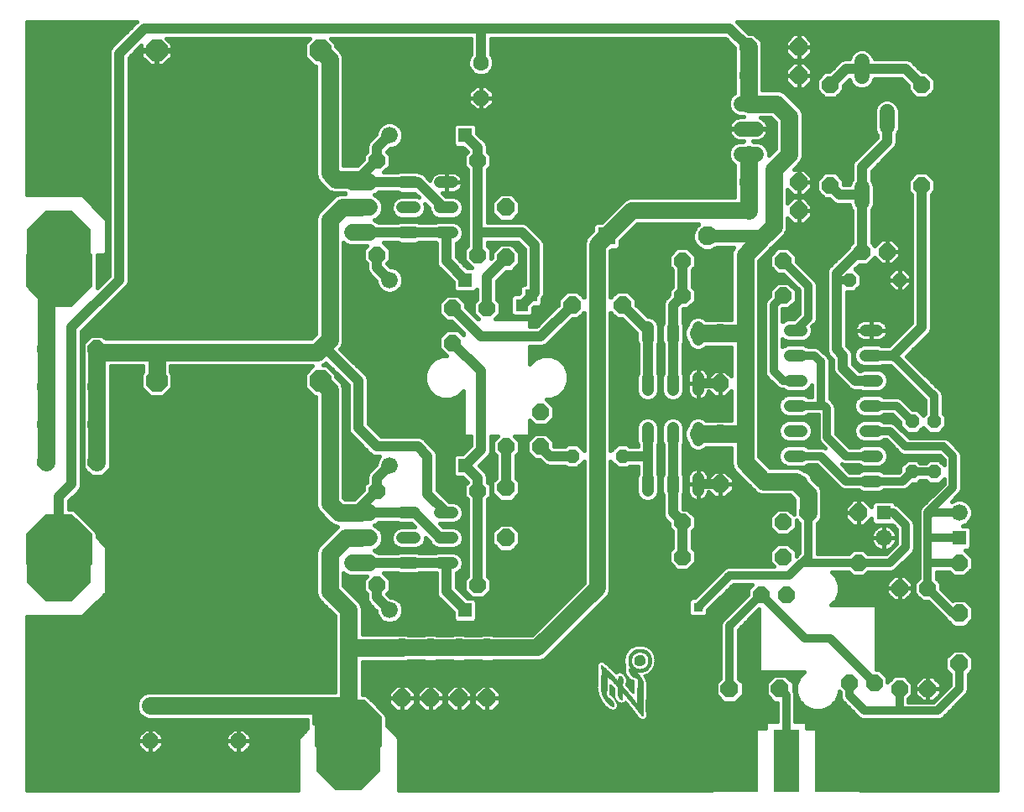
<source format=gtl>
G75*
%MOIN*%
%OFA0B0*%
%FSLAX25Y25*%
%IPPOS*%
%LPD*%
%AMOC8*
5,1,8,0,0,1.08239X$1,22.5*
%
%ADD10C,0.04800*%
%ADD11OC8,0.07000*%
%ADD12C,0.06000*%
%ADD13C,0.17000*%
%ADD14OC8,0.06600*%
%ADD15OC8,0.05600*%
%ADD16OC8,0.06300*%
%ADD17C,0.06300*%
%ADD18R,0.10000X0.25000*%
%ADD19R,0.17500X0.25000*%
%ADD20OC8,0.08600*%
%ADD21OC8,0.25400*%
%ADD22OC8,0.03762*%
%ADD23R,0.05600X0.05600*%
%ADD24C,0.06600*%
%ADD25C,0.06600*%
%ADD26C,0.18500*%
%ADD27C,0.07600*%
%ADD28R,0.07000X0.07000*%
%ADD29C,0.00100*%
%ADD30C,0.01200*%
%ADD31C,0.07000*%
%ADD32C,0.01600*%
%ADD33C,0.03200*%
%ADD34C,0.03762*%
%ADD35C,0.00500*%
%ADD36C,0.04000*%
%ADD37R,0.03762X0.03762*%
%ADD38C,0.05000*%
%ADD39R,0.05000X0.05000*%
D10*
X0154100Y0155350D02*
X0158900Y0155350D01*
X0158900Y0165350D02*
X0154100Y0165350D01*
X0154100Y0175350D02*
X0158900Y0175350D01*
X0169100Y0175350D02*
X0173900Y0175350D01*
X0173900Y0165350D02*
X0169100Y0165350D01*
X0169100Y0155350D02*
X0173900Y0155350D01*
X0251500Y0184200D02*
X0251500Y0189000D01*
X0261500Y0189000D02*
X0261500Y0184200D01*
X0271500Y0184200D02*
X0271500Y0189000D01*
X0271500Y0204200D02*
X0271500Y0209000D01*
X0261500Y0209000D02*
X0261500Y0204200D01*
X0251500Y0204200D02*
X0251500Y0209000D01*
X0251500Y0224200D02*
X0251500Y0229000D01*
X0261500Y0229000D02*
X0261500Y0224200D01*
X0271500Y0224200D02*
X0271500Y0229000D01*
X0271500Y0244200D02*
X0271500Y0249000D01*
X0261500Y0249000D02*
X0261500Y0244200D01*
X0251500Y0244200D02*
X0251500Y0249000D01*
X0307850Y0247850D02*
X0312650Y0247850D01*
X0312650Y0237850D02*
X0307850Y0237850D01*
X0307850Y0227850D02*
X0312650Y0227850D01*
X0312650Y0217850D02*
X0307850Y0217850D01*
X0307850Y0207850D02*
X0312650Y0207850D01*
X0312650Y0197850D02*
X0307850Y0197850D01*
X0307850Y0187850D02*
X0312650Y0187850D01*
X0337850Y0187850D02*
X0342650Y0187850D01*
X0342650Y0197850D02*
X0337850Y0197850D01*
X0337850Y0207850D02*
X0342650Y0207850D01*
X0342650Y0217850D02*
X0337850Y0217850D01*
X0337850Y0227850D02*
X0342650Y0227850D01*
X0342650Y0237850D02*
X0337850Y0237850D01*
X0337850Y0247850D02*
X0342650Y0247850D01*
X0173900Y0286600D02*
X0169100Y0286600D01*
X0169100Y0296600D02*
X0173900Y0296600D01*
X0173900Y0306600D02*
X0169100Y0306600D01*
X0158900Y0306600D02*
X0154100Y0306600D01*
X0154100Y0296600D02*
X0158900Y0296600D01*
X0158900Y0286600D02*
X0154100Y0286600D01*
D11*
X0195250Y0276600D03*
X0195250Y0296600D03*
X0221500Y0257850D03*
X0241500Y0257850D03*
X0280250Y0246600D03*
X0280250Y0226600D03*
X0280250Y0206600D03*
X0280250Y0186600D03*
X0315250Y0175350D03*
X0335250Y0175350D03*
X0375250Y0135350D03*
X0375250Y0115350D03*
X0304000Y0105350D03*
X0284000Y0105350D03*
X0195250Y0165350D03*
X0195250Y0185350D03*
X0187750Y0121600D03*
X0176500Y0121600D03*
X0165250Y0121600D03*
X0154000Y0121600D03*
X0154000Y0101600D03*
X0165250Y0101600D03*
X0176500Y0101600D03*
X0187750Y0101600D03*
X0032750Y0195350D03*
X0032750Y0210350D03*
X0032750Y0225350D03*
X0032750Y0240350D03*
X0012750Y0240350D03*
X0012750Y0225350D03*
X0012750Y0210350D03*
X0012750Y0195350D03*
X0291500Y0295350D03*
X0291500Y0306600D03*
X0311500Y0306600D03*
X0311500Y0295350D03*
X0311500Y0349100D03*
X0311500Y0360350D03*
X0291500Y0360350D03*
X0291500Y0349100D03*
D12*
X0294500Y0337850D02*
X0288500Y0337850D01*
X0288500Y0327850D02*
X0294500Y0327850D01*
X0294500Y0317850D02*
X0288500Y0317850D01*
X0336500Y0304600D02*
X0336500Y0298600D01*
X0346500Y0328600D02*
X0346500Y0334600D01*
X0336500Y0348600D02*
X0336500Y0354600D01*
D13*
X0230000Y0327850D03*
D14*
X0184000Y0315350D03*
X0144000Y0315350D03*
X0144000Y0277850D03*
X0174000Y0256600D03*
X0187750Y0256600D03*
X0174000Y0242850D03*
X0209000Y0215350D03*
X0209000Y0201600D03*
X0195250Y0201600D03*
X0184000Y0184100D03*
X0144000Y0184100D03*
X0144000Y0146600D03*
X0184000Y0146600D03*
X0265250Y0157850D03*
X0265250Y0171600D03*
X0296500Y0142850D03*
X0306500Y0142850D03*
X0305250Y0157850D03*
X0305250Y0171600D03*
X0335250Y0155350D03*
X0351500Y0145350D03*
X0362750Y0145350D03*
X0375250Y0155350D03*
X0362750Y0105350D03*
X0351500Y0105350D03*
X0341500Y0107850D03*
X0331500Y0107850D03*
X0305250Y0261600D03*
X0305250Y0275350D03*
X0336500Y0279100D03*
X0346500Y0279100D03*
X0360250Y0305350D03*
X0324000Y0305350D03*
X0324000Y0345350D03*
X0360250Y0345350D03*
X0265250Y0275350D03*
X0265250Y0261600D03*
X0184000Y0277850D03*
D15*
X0221500Y0197850D03*
X0241500Y0197850D03*
X0331500Y0267850D03*
X0351500Y0267850D03*
X0356500Y0211600D03*
X0365250Y0211600D03*
X0365250Y0191600D03*
X0356500Y0191600D03*
D16*
X0185250Y0340225D03*
X0089000Y0084600D03*
X0054000Y0084600D03*
D17*
X0054000Y0098600D03*
X0089000Y0098600D03*
X0185250Y0354225D03*
D18*
X0306500Y0076600D03*
D19*
X0286500Y0076600D03*
X0326500Y0076600D03*
D20*
X0121500Y0227850D03*
X0056500Y0227850D03*
X0056500Y0359100D03*
X0121500Y0359100D03*
D21*
X0017750Y0357850D03*
X0017750Y0282850D03*
X0017750Y0152850D03*
X0017750Y0077850D03*
X0132750Y0077850D03*
X0207750Y0077850D03*
X0377750Y0077850D03*
X0377750Y0357850D03*
D22*
X0370875Y0350975D03*
X0367750Y0357850D03*
X0370875Y0364725D03*
X0377750Y0367850D03*
X0384625Y0364725D03*
X0387750Y0357850D03*
X0384625Y0350975D03*
X0377750Y0347850D03*
X0377750Y0087850D03*
X0370875Y0084725D03*
X0367750Y0077850D03*
X0370875Y0070975D03*
X0377750Y0067850D03*
X0384625Y0070975D03*
X0387750Y0077850D03*
X0384625Y0084725D03*
X0217750Y0077850D03*
X0214625Y0070975D03*
X0207750Y0067850D03*
X0200875Y0070975D03*
X0197750Y0077850D03*
X0200875Y0084725D03*
X0207750Y0087850D03*
X0214625Y0084725D03*
X0142750Y0077850D03*
X0139625Y0070975D03*
X0132750Y0067850D03*
X0125875Y0070975D03*
X0122750Y0077850D03*
X0125875Y0084725D03*
X0132750Y0087850D03*
X0139625Y0084725D03*
X0027750Y0077850D03*
X0024625Y0070975D03*
X0017750Y0067850D03*
X0010875Y0070975D03*
X0007750Y0077850D03*
X0010875Y0084725D03*
X0017750Y0087850D03*
X0024625Y0084725D03*
X0017750Y0142850D03*
X0010875Y0145975D03*
X0007750Y0152850D03*
X0010875Y0159725D03*
X0017750Y0162850D03*
X0024625Y0159725D03*
X0027750Y0152850D03*
X0024625Y0145975D03*
X0017750Y0272850D03*
X0010875Y0275975D03*
X0007750Y0282850D03*
X0010875Y0289725D03*
X0017750Y0292850D03*
X0024625Y0289725D03*
X0027750Y0282850D03*
X0024625Y0275975D03*
X0017750Y0347850D03*
X0010875Y0350975D03*
X0007750Y0357850D03*
X0010875Y0364725D03*
X0017750Y0367850D03*
X0024625Y0364725D03*
X0027750Y0357850D03*
X0024625Y0350975D03*
D23*
X0179000Y0325350D03*
X0179000Y0267850D03*
X0179000Y0194100D03*
X0179000Y0136600D03*
X0345250Y0175350D03*
X0375250Y0165350D03*
D24*
X0375250Y0175350D03*
X0345250Y0165350D03*
X0149000Y0136600D03*
X0149000Y0194100D03*
X0149000Y0267850D03*
X0149000Y0325350D03*
D25*
X0141050Y0306600D02*
X0134450Y0306600D01*
X0134450Y0296600D02*
X0141050Y0296600D01*
X0141050Y0286600D02*
X0134450Y0286600D01*
X0231500Y0281600D02*
X0235250Y0285350D01*
X0245250Y0295350D01*
X0291500Y0295350D01*
X0231500Y0281600D02*
X0231500Y0145350D01*
X0207750Y0121600D01*
X0187750Y0121600D01*
X0176500Y0121600D01*
X0165250Y0121600D01*
X0154000Y0121600D01*
X0141050Y0155350D02*
X0134450Y0155350D01*
X0134450Y0165350D02*
X0141050Y0165350D01*
X0141050Y0175350D02*
X0134450Y0175350D01*
D26*
X0069000Y0165350D03*
X0069000Y0296600D03*
D27*
X0275250Y0285350D03*
D28*
X0235250Y0285350D03*
D29*
X0247950Y0121175D02*
X0248850Y0121175D01*
X0248925Y0121150D01*
X0249025Y0121150D01*
X0249125Y0121125D01*
X0249225Y0121125D01*
X0249525Y0121050D01*
X0249625Y0121050D01*
X0249725Y0121025D01*
X0249825Y0120975D01*
X0249900Y0120950D01*
X0250100Y0120900D01*
X0250200Y0120850D01*
X0250275Y0120825D01*
X0250375Y0120775D01*
X0250475Y0120750D01*
X0250550Y0120700D01*
X0250650Y0120650D01*
X0250725Y0120625D01*
X0250825Y0120575D01*
X0250900Y0120500D01*
X0251000Y0120450D01*
X0251150Y0120350D01*
X0251250Y0120300D01*
X0251325Y0120225D01*
X0251400Y0120175D01*
X0251550Y0120025D01*
X0251625Y0119975D01*
X0251700Y0119900D01*
X0251750Y0119825D01*
X0251900Y0119675D01*
X0251950Y0119600D01*
X0252025Y0119525D01*
X0252075Y0119450D01*
X0252150Y0119375D01*
X0252200Y0119275D01*
X0252300Y0119125D01*
X0252350Y0119025D01*
X0252400Y0118950D01*
X0252500Y0118750D01*
X0252525Y0118675D01*
X0252575Y0118575D01*
X0252600Y0118475D01*
X0252650Y0118400D01*
X0252675Y0118300D01*
X0252725Y0118200D01*
X0252750Y0118100D01*
X0252775Y0118025D01*
X0252850Y0117725D01*
X0252850Y0117625D01*
X0252900Y0117425D01*
X0252900Y0117325D01*
X0252925Y0117225D01*
X0252925Y0117125D01*
X0252950Y0117025D01*
X0252950Y0116475D01*
X0251800Y0116475D01*
X0251800Y0117000D01*
X0251775Y0117100D01*
X0251775Y0117200D01*
X0251750Y0117300D01*
X0251750Y0117375D01*
X0251625Y0117875D01*
X0251600Y0117950D01*
X0251575Y0118050D01*
X0251525Y0118150D01*
X0251500Y0118250D01*
X0251450Y0118325D01*
X0251425Y0118425D01*
X0251375Y0118500D01*
X0251325Y0118600D01*
X0251275Y0118675D01*
X0251200Y0118750D01*
X0251100Y0118900D01*
X0250950Y0119050D01*
X0250900Y0119125D01*
X0250750Y0119275D01*
X0250600Y0119375D01*
X0250525Y0119450D01*
X0250425Y0119500D01*
X0250275Y0119600D01*
X0250175Y0119650D01*
X0250100Y0119675D01*
X0250000Y0119725D01*
X0249925Y0119775D01*
X0249725Y0119825D01*
X0249650Y0119850D01*
X0249450Y0119900D01*
X0249375Y0119925D01*
X0249175Y0119975D01*
X0249075Y0119975D01*
X0248975Y0120000D01*
X0248800Y0120000D01*
X0248700Y0120025D01*
X0248100Y0120025D01*
X0248000Y0120000D01*
X0247800Y0120000D01*
X0247700Y0119975D01*
X0247600Y0119975D01*
X0247500Y0119950D01*
X0247425Y0119925D01*
X0247025Y0119825D01*
X0246950Y0119775D01*
X0246850Y0119750D01*
X0246750Y0119700D01*
X0246675Y0119675D01*
X0246575Y0119625D01*
X0246500Y0119575D01*
X0246400Y0119525D01*
X0246250Y0119425D01*
X0246175Y0119350D01*
X0246075Y0119300D01*
X0245725Y0118950D01*
X0245675Y0118875D01*
X0245600Y0118800D01*
X0245550Y0118700D01*
X0245450Y0118550D01*
X0245400Y0118450D01*
X0245350Y0118375D01*
X0245300Y0118275D01*
X0245275Y0118200D01*
X0245225Y0118100D01*
X0245175Y0117900D01*
X0245150Y0117825D01*
X0245025Y0117325D01*
X0245025Y0117250D01*
X0245000Y0117150D01*
X0245000Y0116725D01*
X0244975Y0116625D01*
X0244975Y0116525D01*
X0245000Y0116475D01*
X0243825Y0116475D01*
X0243825Y0116950D01*
X0243850Y0117050D01*
X0243850Y0117150D01*
X0243875Y0117250D01*
X0243875Y0117350D01*
X0243900Y0117450D01*
X0243900Y0117550D01*
X0243925Y0117625D01*
X0244050Y0118125D01*
X0244075Y0118200D01*
X0244100Y0118300D01*
X0244150Y0118400D01*
X0244175Y0118500D01*
X0244225Y0118575D01*
X0244250Y0118675D01*
X0244300Y0118750D01*
X0244350Y0118850D01*
X0244375Y0118925D01*
X0244425Y0119025D01*
X0244475Y0119100D01*
X0244525Y0119200D01*
X0244600Y0119275D01*
X0244700Y0119425D01*
X0244750Y0119525D01*
X0244825Y0119600D01*
X0244875Y0119675D01*
X0245275Y0120075D01*
X0245350Y0120125D01*
X0245425Y0120200D01*
X0245575Y0120300D01*
X0245650Y0120375D01*
X0245750Y0120425D01*
X0245900Y0120525D01*
X0246000Y0120575D01*
X0246075Y0120625D01*
X0246175Y0120675D01*
X0246250Y0120725D01*
X0246350Y0120750D01*
X0246450Y0120800D01*
X0246525Y0120850D01*
X0246725Y0120900D01*
X0246800Y0120925D01*
X0246900Y0120975D01*
X0247200Y0121050D01*
X0247275Y0121075D01*
X0247375Y0121075D01*
X0247575Y0121125D01*
X0247675Y0121125D01*
X0247775Y0121150D01*
X0247875Y0121150D01*
X0247950Y0121175D01*
X0247931Y0121169D02*
X0248869Y0121169D01*
X0249444Y0121070D02*
X0247261Y0121070D01*
X0246893Y0120972D02*
X0249835Y0120972D01*
X0250154Y0120873D02*
X0246618Y0120873D01*
X0246399Y0120775D02*
X0250376Y0120775D01*
X0250598Y0120676D02*
X0246177Y0120676D01*
X0246004Y0120578D02*
X0250820Y0120578D01*
X0250942Y0120479D02*
X0245831Y0120479D01*
X0245661Y0120381D02*
X0251104Y0120381D01*
X0251268Y0120282D02*
X0245548Y0120282D01*
X0245409Y0120184D02*
X0251387Y0120184D01*
X0251490Y0120085D02*
X0245290Y0120085D01*
X0245187Y0119987D02*
X0247746Y0119987D01*
X0247277Y0119888D02*
X0245088Y0119888D01*
X0244990Y0119790D02*
X0246972Y0119790D01*
X0246723Y0119691D02*
X0244891Y0119691D01*
X0244818Y0119593D02*
X0246526Y0119593D01*
X0246354Y0119494D02*
X0244734Y0119494D01*
X0244680Y0119395D02*
X0246220Y0119395D01*
X0246072Y0119297D02*
X0244615Y0119297D01*
X0244524Y0119198D02*
X0245973Y0119198D01*
X0245875Y0119100D02*
X0244475Y0119100D01*
X0244413Y0119001D02*
X0245776Y0119001D01*
X0245694Y0118903D02*
X0244368Y0118903D01*
X0244327Y0118804D02*
X0245604Y0118804D01*
X0245553Y0118706D02*
X0244271Y0118706D01*
X0244233Y0118607D02*
X0245488Y0118607D01*
X0245429Y0118509D02*
X0244181Y0118509D01*
X0244153Y0118410D02*
X0245374Y0118410D01*
X0245318Y0118312D02*
X0244106Y0118312D01*
X0244078Y0118213D02*
X0245279Y0118213D01*
X0245232Y0118115D02*
X0244047Y0118115D01*
X0244023Y0118016D02*
X0245204Y0118016D01*
X0245179Y0117918D02*
X0243998Y0117918D01*
X0243974Y0117819D02*
X0245149Y0117819D01*
X0245124Y0117721D02*
X0243949Y0117721D01*
X0243924Y0117622D02*
X0245099Y0117622D01*
X0245075Y0117524D02*
X0243900Y0117524D01*
X0243894Y0117425D02*
X0245050Y0117425D01*
X0245025Y0117327D02*
X0243875Y0117327D01*
X0243870Y0117228D02*
X0245020Y0117228D01*
X0245000Y0117130D02*
X0243850Y0117130D01*
X0243845Y0117031D02*
X0245000Y0117031D01*
X0245000Y0116933D02*
X0243825Y0116933D01*
X0243825Y0116834D02*
X0245000Y0116834D01*
X0245000Y0116736D02*
X0243825Y0116736D01*
X0243825Y0116637D02*
X0244978Y0116637D01*
X0244975Y0116539D02*
X0243825Y0116539D01*
X0243825Y0116475D02*
X0245000Y0116475D01*
X0245000Y0116150D01*
X0245025Y0116050D01*
X0245025Y0115950D01*
X0245050Y0115850D01*
X0245050Y0115750D01*
X0245100Y0115550D01*
X0245125Y0115475D01*
X0245150Y0115375D01*
X0245200Y0115275D01*
X0245225Y0115175D01*
X0245250Y0115100D01*
X0245350Y0114900D01*
X0245400Y0114825D01*
X0245450Y0114725D01*
X0245550Y0114575D01*
X0245600Y0114475D01*
X0245650Y0114400D01*
X0245725Y0114325D01*
X0245775Y0114250D01*
X0245925Y0114100D01*
X0246000Y0114050D01*
X0246075Y0113975D01*
X0246150Y0113925D01*
X0246225Y0113850D01*
X0246300Y0113800D01*
X0246400Y0113750D01*
X0246550Y0113650D01*
X0246650Y0113600D01*
X0246725Y0113550D01*
X0246825Y0113525D01*
X0246925Y0113475D01*
X0247000Y0113450D01*
X0247200Y0113400D01*
X0247275Y0113350D01*
X0247375Y0113350D01*
X0247675Y0113275D01*
X0247775Y0113275D01*
X0247850Y0113250D01*
X0248050Y0113250D01*
X0248150Y0113225D01*
X0248650Y0113225D01*
X0248750Y0113250D01*
X0248950Y0113250D01*
X0249050Y0113275D01*
X0249125Y0113275D01*
X0249725Y0113425D01*
X0249800Y0113450D01*
X0249900Y0113500D01*
X0250000Y0113525D01*
X0250075Y0113575D01*
X0250175Y0113625D01*
X0250250Y0113650D01*
X0250350Y0113700D01*
X0250425Y0113750D01*
X0250500Y0113825D01*
X0250600Y0113875D01*
X0250675Y0113925D01*
X0250825Y0114075D01*
X0250900Y0114125D01*
X0250950Y0114200D01*
X0251100Y0114350D01*
X0251200Y0114500D01*
X0251275Y0114600D01*
X0251375Y0114750D01*
X0251400Y0114850D01*
X0251450Y0114925D01*
X0251500Y0115025D01*
X0251525Y0115125D01*
X0251575Y0115200D01*
X0251625Y0115400D01*
X0251650Y0115475D01*
X0251725Y0115775D01*
X0251750Y0115850D01*
X0251750Y0115950D01*
X0251775Y0116050D01*
X0251775Y0116150D01*
X0251800Y0116250D01*
X0251800Y0116475D01*
X0252950Y0116475D01*
X0252950Y0116200D01*
X0252925Y0116100D01*
X0252925Y0116025D01*
X0252900Y0115925D01*
X0252900Y0115825D01*
X0252850Y0115625D01*
X0252850Y0115525D01*
X0252825Y0115425D01*
X0252800Y0115350D01*
X0252725Y0115050D01*
X0252675Y0114975D01*
X0252625Y0114775D01*
X0252575Y0114700D01*
X0252550Y0114600D01*
X0252500Y0114525D01*
X0252450Y0114425D01*
X0252400Y0114350D01*
X0252375Y0114250D01*
X0252325Y0114175D01*
X0252275Y0114075D01*
X0252200Y0114000D01*
X0252100Y0113850D01*
X0252050Y0113750D01*
X0251975Y0113675D01*
X0251925Y0113600D01*
X0251775Y0113450D01*
X0251725Y0113375D01*
X0251650Y0113325D01*
X0251500Y0113175D01*
X0251425Y0113125D01*
X0251350Y0113050D01*
X0251275Y0113000D01*
X0251200Y0112925D01*
X0251125Y0112875D01*
X0251025Y0112825D01*
X0250875Y0112725D01*
X0250775Y0112675D01*
X0250700Y0112625D01*
X0250600Y0112575D01*
X0250525Y0112525D01*
X0250425Y0112500D01*
X0250350Y0112450D01*
X0250250Y0112425D01*
X0250150Y0112375D01*
X0250050Y0112350D01*
X0249975Y0112325D01*
X0249875Y0112300D01*
X0249775Y0112250D01*
X0249675Y0112225D01*
X0249600Y0112225D01*
X0249300Y0112150D01*
X0249200Y0112150D01*
X0249125Y0112125D01*
X0249025Y0112125D01*
X0248925Y0112100D01*
X0248850Y0112100D01*
X0248750Y0112075D01*
X0248075Y0112075D01*
X0248000Y0112100D01*
X0247800Y0112100D01*
X0247700Y0112125D01*
X0247600Y0112125D01*
X0247400Y0112175D01*
X0247300Y0112175D01*
X0247225Y0112200D01*
X0247025Y0112250D01*
X0246950Y0112275D01*
X0246825Y0112275D01*
X0246825Y0112175D01*
X0246875Y0112125D01*
X0246950Y0112075D01*
X0247225Y0111800D01*
X0247300Y0111750D01*
X0247450Y0111600D01*
X0247500Y0111525D01*
X0247575Y0111475D01*
X0247650Y0111400D01*
X0247700Y0111325D01*
X0247775Y0111250D01*
X0247825Y0111175D01*
X0247900Y0111100D01*
X0247950Y0111025D01*
X0248025Y0110950D01*
X0248075Y0110850D01*
X0248150Y0110775D01*
X0248250Y0110625D01*
X0248325Y0110550D01*
X0248375Y0110450D01*
X0248525Y0110225D01*
X0248600Y0110125D01*
X0248700Y0109975D01*
X0248750Y0109875D01*
X0248800Y0109800D01*
X0248850Y0109700D01*
X0248950Y0109550D01*
X0248975Y0109450D01*
X0249025Y0109375D01*
X0249075Y0109275D01*
X0249125Y0109200D01*
X0249150Y0109100D01*
X0249200Y0109025D01*
X0249225Y0108925D01*
X0249275Y0108850D01*
X0249325Y0108750D01*
X0249350Y0108650D01*
X0249375Y0108575D01*
X0249425Y0108475D01*
X0249475Y0108275D01*
X0249525Y0108200D01*
X0249625Y0107800D01*
X0249650Y0107725D01*
X0249650Y0107625D01*
X0249725Y0107325D01*
X0249725Y0107225D01*
X0249750Y0107125D01*
X0249750Y0107025D01*
X0249775Y0106925D01*
X0249775Y0106725D01*
X0249800Y0106625D01*
X0249800Y0105450D01*
X0249775Y0105350D01*
X0249775Y0104750D01*
X0249750Y0104650D01*
X0249750Y0104050D01*
X0249725Y0103950D01*
X0249725Y0103375D01*
X0249700Y0103275D01*
X0249700Y0102675D01*
X0249675Y0102575D01*
X0249675Y0102100D01*
X0249650Y0102000D01*
X0249650Y0101600D01*
X0249625Y0101500D01*
X0249625Y0101100D01*
X0249600Y0101000D01*
X0249600Y0100800D01*
X0249575Y0100700D01*
X0249575Y0100325D01*
X0249550Y0100225D01*
X0249550Y0099675D01*
X0249525Y0099575D01*
X0249525Y0098500D01*
X0249500Y0098400D01*
X0249500Y0097125D01*
X0249525Y0097025D01*
X0249525Y0096650D01*
X0249550Y0096550D01*
X0249550Y0096450D01*
X0249575Y0096350D01*
X0249575Y0096150D01*
X0249625Y0095950D01*
X0249625Y0095875D01*
X0249675Y0095675D01*
X0249700Y0095600D01*
X0249725Y0095500D01*
X0249725Y0095400D01*
X0249775Y0095250D01*
X0249775Y0095175D01*
X0249800Y0095075D01*
X0249800Y0094925D01*
X0249775Y0094825D01*
X0249725Y0094750D01*
X0249575Y0094650D01*
X0249475Y0094650D01*
X0249400Y0094700D01*
X0249300Y0094750D01*
X0249150Y0094850D01*
X0249000Y0095000D01*
X0248925Y0095050D01*
X0248875Y0095125D01*
X0248725Y0095275D01*
X0248675Y0095350D01*
X0248600Y0095425D01*
X0248550Y0095500D01*
X0248500Y0095600D01*
X0248425Y0095675D01*
X0248375Y0095750D01*
X0248300Y0095825D01*
X0248200Y0095975D01*
X0248125Y0096050D01*
X0248075Y0096150D01*
X0248000Y0096225D01*
X0247900Y0096375D01*
X0247825Y0096450D01*
X0247775Y0096525D01*
X0247700Y0096625D01*
X0247650Y0096700D01*
X0247575Y0096775D01*
X0247475Y0096925D01*
X0247400Y0097000D01*
X0247350Y0097100D01*
X0247275Y0097175D01*
X0247225Y0097250D01*
X0247150Y0097325D01*
X0247100Y0097400D01*
X0247050Y0097500D01*
X0246975Y0097575D01*
X0246925Y0097650D01*
X0246850Y0097725D01*
X0246800Y0097800D01*
X0246725Y0097875D01*
X0246675Y0097950D01*
X0246600Y0098050D01*
X0246500Y0098200D01*
X0246425Y0098275D01*
X0246375Y0098350D01*
X0246300Y0098425D01*
X0246250Y0098500D01*
X0246175Y0098600D01*
X0246125Y0098675D01*
X0246050Y0098750D01*
X0246000Y0098825D01*
X0245925Y0098900D01*
X0245875Y0098975D01*
X0245800Y0099050D01*
X0245750Y0099125D01*
X0245675Y0099200D01*
X0245625Y0099300D01*
X0245550Y0099375D01*
X0245500Y0099450D01*
X0245425Y0099525D01*
X0245375Y0099600D01*
X0245300Y0099675D01*
X0245250Y0099750D01*
X0245175Y0099825D01*
X0245125Y0099900D01*
X0245050Y0100000D01*
X0245000Y0100075D01*
X0244925Y0100150D01*
X0244875Y0100225D01*
X0244800Y0100300D01*
X0244750Y0100375D01*
X0244675Y0100450D01*
X0244625Y0100525D01*
X0244550Y0100600D01*
X0244500Y0100675D01*
X0244425Y0100750D01*
X0244375Y0100825D01*
X0244300Y0100925D01*
X0244250Y0101000D01*
X0244175Y0101075D01*
X0244125Y0101150D01*
X0244050Y0101225D01*
X0244000Y0101300D01*
X0243925Y0101375D01*
X0243875Y0101450D01*
X0243725Y0101600D01*
X0243675Y0101675D01*
X0243600Y0101750D01*
X0243550Y0101825D01*
X0243475Y0101900D01*
X0243425Y0101975D01*
X0243350Y0102050D01*
X0243300Y0102150D01*
X0243150Y0102300D01*
X0243100Y0102375D01*
X0243025Y0102450D01*
X0242975Y0102525D01*
X0242900Y0102600D01*
X0242850Y0102675D01*
X0242700Y0102825D01*
X0242650Y0102900D01*
X0242575Y0102975D01*
X0242525Y0103050D01*
X0242450Y0103125D01*
X0242400Y0103200D01*
X0242250Y0103350D01*
X0242200Y0103425D01*
X0242050Y0103575D01*
X0242000Y0103650D01*
X0241925Y0103725D01*
X0241875Y0103800D01*
X0241800Y0103875D01*
X0241750Y0103950D01*
X0241650Y0104050D01*
X0241600Y0104125D01*
X0241550Y0104150D01*
X0241450Y0104150D01*
X0241450Y0101400D01*
X0241425Y0101350D01*
X0241275Y0101200D01*
X0241125Y0101150D01*
X0241050Y0101150D01*
X0240975Y0101175D01*
X0240900Y0101225D01*
X0240825Y0101250D01*
X0240675Y0101350D01*
X0240600Y0101425D01*
X0240525Y0101475D01*
X0240325Y0101675D01*
X0240275Y0101750D01*
X0240200Y0101825D01*
X0240150Y0101925D01*
X0240100Y0102000D01*
X0240075Y0102075D01*
X0240025Y0102150D01*
X0239975Y0102250D01*
X0239950Y0102325D01*
X0239925Y0102425D01*
X0239900Y0102500D01*
X0239875Y0102600D01*
X0239850Y0102675D01*
X0239825Y0102775D01*
X0239800Y0102850D01*
X0239800Y0102950D01*
X0239775Y0103050D01*
X0239775Y0106200D01*
X0239700Y0106250D01*
X0239650Y0106325D01*
X0239400Y0106575D01*
X0239350Y0106650D01*
X0239275Y0106700D01*
X0239125Y0106850D01*
X0239075Y0106925D01*
X0238650Y0107350D01*
X0238600Y0107425D01*
X0238525Y0107500D01*
X0238450Y0107550D01*
X0238375Y0107625D01*
X0238325Y0107700D01*
X0238175Y0107850D01*
X0238100Y0107900D01*
X0238050Y0107975D01*
X0237900Y0108125D01*
X0237850Y0108200D01*
X0237775Y0108250D01*
X0237625Y0108400D01*
X0237575Y0108475D01*
X0237500Y0108550D01*
X0237425Y0108600D01*
X0237275Y0108750D01*
X0237225Y0108825D01*
X0237150Y0108875D01*
X0237000Y0109025D01*
X0236950Y0109100D01*
X0236875Y0109150D01*
X0236650Y0109375D01*
X0236575Y0109425D01*
X0236525Y0109500D01*
X0236450Y0109550D01*
X0236175Y0109825D01*
X0236100Y0109875D01*
X0236050Y0109950D01*
X0235975Y0110000D01*
X0235625Y0110350D01*
X0235550Y0110400D01*
X0235500Y0110475D01*
X0235375Y0110475D01*
X0235375Y0110350D01*
X0235400Y0110250D01*
X0235400Y0109025D01*
X0235375Y0108925D01*
X0235375Y0108425D01*
X0235350Y0108325D01*
X0235350Y0108025D01*
X0235325Y0107925D01*
X0235325Y0107625D01*
X0235300Y0107525D01*
X0235300Y0107325D01*
X0235275Y0107225D01*
X0235275Y0106925D01*
X0235250Y0106850D01*
X0235250Y0106475D01*
X0235225Y0106375D01*
X0235225Y0106100D01*
X0235200Y0106000D01*
X0235200Y0105625D01*
X0235175Y0105525D01*
X0235175Y0105250D01*
X0235150Y0105150D01*
X0235150Y0104750D01*
X0235125Y0104650D01*
X0235125Y0104075D01*
X0235100Y0103975D01*
X0235100Y0103300D01*
X0235125Y0103200D01*
X0235125Y0102850D01*
X0235150Y0102750D01*
X0235150Y0102675D01*
X0235200Y0102475D01*
X0235225Y0102400D01*
X0235250Y0102300D01*
X0235300Y0102225D01*
X0235375Y0102150D01*
X0235425Y0102075D01*
X0235500Y0102025D01*
X0235600Y0101975D01*
X0235900Y0101875D01*
X0236000Y0101825D01*
X0236075Y0101800D01*
X0236175Y0101775D01*
X0236625Y0101475D01*
X0236675Y0101400D01*
X0236875Y0101200D01*
X0236975Y0101050D01*
X0237050Y0100975D01*
X0237100Y0100900D01*
X0237150Y0100800D01*
X0237225Y0100725D01*
X0237275Y0100650D01*
X0237325Y0100550D01*
X0237425Y0100400D01*
X0237475Y0100300D01*
X0237525Y0100225D01*
X0237575Y0100125D01*
X0237625Y0100050D01*
X0237650Y0099950D01*
X0237700Y0099875D01*
X0237750Y0099775D01*
X0237775Y0099675D01*
X0237825Y0099600D01*
X0237850Y0099500D01*
X0237875Y0099425D01*
X0237925Y0099225D01*
X0237950Y0099150D01*
X0238000Y0098950D01*
X0238025Y0098875D01*
X0238025Y0098675D01*
X0238000Y0098600D01*
X0237950Y0098525D01*
X0237800Y0098425D01*
X0237675Y0098425D01*
X0237600Y0098450D01*
X0237500Y0098450D01*
X0237400Y0098500D01*
X0237300Y0098525D01*
X0237225Y0098550D01*
X0237025Y0098650D01*
X0236875Y0098750D01*
X0236775Y0098800D01*
X0236550Y0098950D01*
X0236450Y0099025D01*
X0236300Y0099125D01*
X0236225Y0099200D01*
X0236150Y0099250D01*
X0236075Y0099325D01*
X0236000Y0099375D01*
X0235575Y0099800D01*
X0235525Y0099875D01*
X0235450Y0099925D01*
X0235375Y0100000D01*
X0235325Y0100075D01*
X0235250Y0100150D01*
X0235200Y0100225D01*
X0235125Y0100300D01*
X0235075Y0100375D01*
X0235000Y0100475D01*
X0234950Y0100550D01*
X0234875Y0100625D01*
X0234775Y0100775D01*
X0234700Y0100850D01*
X0234650Y0100950D01*
X0234500Y0101175D01*
X0234425Y0101275D01*
X0234325Y0101425D01*
X0234275Y0101525D01*
X0234225Y0101600D01*
X0234175Y0101700D01*
X0234125Y0101775D01*
X0234075Y0101875D01*
X0234050Y0101950D01*
X0234000Y0102050D01*
X0233950Y0102125D01*
X0233900Y0102225D01*
X0233875Y0102300D01*
X0233825Y0102400D01*
X0233775Y0102475D01*
X0233750Y0102575D01*
X0233700Y0102675D01*
X0233650Y0102750D01*
X0233625Y0102850D01*
X0233575Y0102950D01*
X0233550Y0103025D01*
X0233525Y0103125D01*
X0233475Y0103225D01*
X0233450Y0103300D01*
X0233425Y0103400D01*
X0233375Y0103500D01*
X0233350Y0103600D01*
X0233325Y0103675D01*
X0233225Y0104075D01*
X0233200Y0104150D01*
X0233075Y0104650D01*
X0233075Y0104750D01*
X0233050Y0104825D01*
X0233025Y0104925D01*
X0233025Y0105025D01*
X0233000Y0105125D01*
X0233000Y0105225D01*
X0232975Y0105325D01*
X0232975Y0105425D01*
X0232950Y0105525D01*
X0232950Y0105600D01*
X0232925Y0105700D01*
X0232925Y0106000D01*
X0232900Y0106100D01*
X0232900Y0107075D01*
X0232925Y0107150D01*
X0232925Y0107550D01*
X0232950Y0107650D01*
X0232950Y0108050D01*
X0232975Y0108150D01*
X0232975Y0108350D01*
X0233000Y0108450D01*
X0233000Y0108750D01*
X0233025Y0108850D01*
X0233025Y0109150D01*
X0233050Y0109250D01*
X0233050Y0109525D01*
X0233075Y0109625D01*
X0233075Y0109925D01*
X0233100Y0110000D01*
X0233100Y0110300D01*
X0233125Y0110400D01*
X0233125Y0110775D01*
X0233150Y0110875D01*
X0233150Y0111275D01*
X0233175Y0111350D01*
X0233175Y0111850D01*
X0233200Y0111950D01*
X0233200Y0112850D01*
X0233175Y0112950D01*
X0233175Y0113125D01*
X0233050Y0113625D01*
X0233000Y0113775D01*
X0232975Y0113875D01*
X0232950Y0113950D01*
X0232925Y0114050D01*
X0232925Y0114125D01*
X0232900Y0114225D01*
X0232900Y0114325D01*
X0232925Y0114400D01*
X0232975Y0114500D01*
X0233025Y0114575D01*
X0233125Y0114600D01*
X0233225Y0114600D01*
X0233300Y0114575D01*
X0233400Y0114525D01*
X0233475Y0114450D01*
X0233625Y0114350D01*
X0233700Y0114275D01*
X0233800Y0114225D01*
X0233850Y0114150D01*
X0233950Y0114100D01*
X0234025Y0114025D01*
X0234075Y0113950D01*
X0234150Y0113900D01*
X0234300Y0113750D01*
X0234375Y0113700D01*
X0234525Y0113550D01*
X0234600Y0113500D01*
X0234750Y0113350D01*
X0234825Y0113300D01*
X0234875Y0113225D01*
X0235025Y0113075D01*
X0235100Y0113025D01*
X0235250Y0112875D01*
X0235325Y0112825D01*
X0235400Y0112750D01*
X0235450Y0112675D01*
X0235525Y0112600D01*
X0235600Y0112550D01*
X0235825Y0112325D01*
X0235900Y0112275D01*
X0235950Y0112200D01*
X0236100Y0112050D01*
X0236175Y0112000D01*
X0236325Y0111850D01*
X0236375Y0111775D01*
X0236450Y0111700D01*
X0236525Y0111650D01*
X0236750Y0111425D01*
X0236800Y0111350D01*
X0236875Y0111300D01*
X0237100Y0111075D01*
X0237150Y0111000D01*
X0237225Y0110950D01*
X0237375Y0110800D01*
X0237425Y0110725D01*
X0237500Y0110650D01*
X0237575Y0110600D01*
X0237725Y0110450D01*
X0237775Y0110375D01*
X0238200Y0109950D01*
X0238250Y0109875D01*
X0238400Y0109725D01*
X0238450Y0109650D01*
X0238525Y0109575D01*
X0238575Y0109500D01*
X0238650Y0109450D01*
X0238725Y0109375D01*
X0238775Y0109300D01*
X0239050Y0109025D01*
X0239100Y0108950D01*
X0239175Y0108900D01*
X0239225Y0108825D01*
X0239575Y0108475D01*
X0239650Y0108425D01*
X0239750Y0108425D01*
X0239775Y0108525D01*
X0239775Y0108700D01*
X0239800Y0108800D01*
X0239800Y0109350D01*
X0239825Y0109450D01*
X0239825Y0109550D01*
X0239850Y0109650D01*
X0239850Y0109725D01*
X0239925Y0110025D01*
X0239950Y0110100D01*
X0240000Y0110200D01*
X0240100Y0110350D01*
X0240175Y0110425D01*
X0240325Y0110525D01*
X0240500Y0110525D01*
X0240575Y0110475D01*
X0240650Y0110450D01*
X0240750Y0110400D01*
X0240900Y0110300D01*
X0240950Y0110225D01*
X0241025Y0110175D01*
X0241100Y0110100D01*
X0241150Y0110025D01*
X0241225Y0109950D01*
X0241425Y0109650D01*
X0241475Y0109550D01*
X0241525Y0109475D01*
X0241550Y0109375D01*
X0241600Y0109300D01*
X0241625Y0109200D01*
X0241675Y0109125D01*
X0241725Y0108925D01*
X0241750Y0108850D01*
X0241750Y0108750D01*
X0241775Y0108650D01*
X0241775Y0108575D01*
X0241750Y0108475D01*
X0241725Y0108400D01*
X0241675Y0108325D01*
X0241575Y0108225D01*
X0241550Y0108150D01*
X0241550Y0108000D01*
X0241500Y0107800D01*
X0241500Y0107700D01*
X0241475Y0107625D01*
X0241475Y0107325D01*
X0241450Y0107225D01*
X0241450Y0106375D01*
X0241600Y0106150D01*
X0241675Y0106100D01*
X0241725Y0106025D01*
X0241800Y0105950D01*
X0241850Y0105875D01*
X0241925Y0105800D01*
X0241975Y0105725D01*
X0242050Y0105650D01*
X0242100Y0105575D01*
X0242250Y0105425D01*
X0242300Y0105350D01*
X0242375Y0105275D01*
X0242425Y0105200D01*
X0242500Y0105125D01*
X0242550Y0105050D01*
X0242625Y0104975D01*
X0242675Y0104900D01*
X0242825Y0104750D01*
X0242875Y0104675D01*
X0242950Y0104600D01*
X0243000Y0104525D01*
X0243075Y0104450D01*
X0243125Y0104375D01*
X0243200Y0104300D01*
X0243250Y0104225D01*
X0243400Y0104075D01*
X0243450Y0104000D01*
X0243525Y0103925D01*
X0243575Y0103850D01*
X0243650Y0103775D01*
X0243700Y0103700D01*
X0243775Y0103625D01*
X0243825Y0103525D01*
X0243900Y0103450D01*
X0243950Y0103375D01*
X0244025Y0103300D01*
X0244075Y0103225D01*
X0244150Y0103150D01*
X0244200Y0103075D01*
X0244350Y0102925D01*
X0244400Y0102850D01*
X0244475Y0102775D01*
X0244525Y0102700D01*
X0244600Y0102625D01*
X0244650Y0102525D01*
X0244725Y0102450D01*
X0244775Y0102375D01*
X0244850Y0102300D01*
X0244900Y0102225D01*
X0244975Y0102150D01*
X0245025Y0102075D01*
X0245100Y0102000D01*
X0245150Y0101925D01*
X0245225Y0101850D01*
X0245275Y0101775D01*
X0245350Y0101700D01*
X0245400Y0101600D01*
X0245475Y0101525D01*
X0245525Y0101450D01*
X0245600Y0101375D01*
X0245650Y0101300D01*
X0245725Y0101225D01*
X0245775Y0101150D01*
X0245850Y0101075D01*
X0245900Y0101000D01*
X0245975Y0100925D01*
X0246025Y0100850D01*
X0246100Y0100750D01*
X0246200Y0100600D01*
X0246275Y0100525D01*
X0246325Y0100450D01*
X0246400Y0100375D01*
X0246450Y0100300D01*
X0246525Y0100225D01*
X0246575Y0100150D01*
X0246650Y0100050D01*
X0246700Y0099975D01*
X0246775Y0099900D01*
X0246825Y0099825D01*
X0246900Y0099750D01*
X0246950Y0099675D01*
X0247025Y0099600D01*
X0247075Y0099525D01*
X0247125Y0099475D01*
X0247225Y0099325D01*
X0247325Y0099325D01*
X0247325Y0099625D01*
X0247300Y0099725D01*
X0247300Y0101300D01*
X0247325Y0101400D01*
X0247325Y0102200D01*
X0247350Y0102275D01*
X0247350Y0102675D01*
X0247375Y0102775D01*
X0247375Y0103175D01*
X0247400Y0103275D01*
X0247400Y0103775D01*
X0247425Y0103875D01*
X0247425Y0104475D01*
X0247450Y0104575D01*
X0247450Y0105050D01*
X0247475Y0105150D01*
X0247475Y0105650D01*
X0247500Y0105725D01*
X0247500Y0106325D01*
X0247525Y0106425D01*
X0247525Y0106900D01*
X0247550Y0107000D01*
X0247550Y0107575D01*
X0247575Y0107675D01*
X0247575Y0108550D01*
X0247600Y0108650D01*
X0247600Y0109325D01*
X0247500Y0109375D01*
X0247425Y0109450D01*
X0247350Y0109500D01*
X0247250Y0109550D01*
X0247175Y0109600D01*
X0247075Y0109650D01*
X0247000Y0109700D01*
X0246900Y0109725D01*
X0246825Y0109775D01*
X0246725Y0109825D01*
X0246650Y0109850D01*
X0246450Y0109950D01*
X0246375Y0109975D01*
X0246275Y0110000D01*
X0246175Y0110050D01*
X0246100Y0110075D01*
X0246000Y0110100D01*
X0245900Y0110150D01*
X0245800Y0110175D01*
X0245725Y0110200D01*
X0245625Y0110250D01*
X0245475Y0110350D01*
X0245400Y0110425D01*
X0245325Y0110475D01*
X0245250Y0110550D01*
X0245200Y0110625D01*
X0245075Y0110750D01*
X0244975Y0110900D01*
X0244900Y0110975D01*
X0244650Y0111350D01*
X0244600Y0111450D01*
X0244450Y0111675D01*
X0244425Y0111775D01*
X0244375Y0111850D01*
X0244325Y0111950D01*
X0244275Y0112025D01*
X0244250Y0112125D01*
X0244200Y0112225D01*
X0244175Y0112300D01*
X0244125Y0112400D01*
X0244100Y0112475D01*
X0244025Y0112775D01*
X0244000Y0112850D01*
X0243975Y0112950D01*
X0243975Y0113050D01*
X0243950Y0113150D01*
X0243975Y0113225D01*
X0243975Y0113300D01*
X0244075Y0113450D01*
X0244225Y0113500D01*
X0244300Y0113475D01*
X0244400Y0113450D01*
X0244475Y0113425D01*
X0244675Y0113375D01*
X0244750Y0113350D01*
X0244850Y0113325D01*
X0244925Y0113275D01*
X0245075Y0113275D01*
X0245075Y0113375D01*
X0244875Y0113575D01*
X0244775Y0113725D01*
X0244700Y0113800D01*
X0244650Y0113900D01*
X0244600Y0113975D01*
X0244525Y0114050D01*
X0244475Y0114150D01*
X0244425Y0114225D01*
X0244375Y0114325D01*
X0244350Y0114400D01*
X0244300Y0114500D01*
X0244250Y0114575D01*
X0244225Y0114675D01*
X0244175Y0114750D01*
X0244150Y0114850D01*
X0244100Y0114950D01*
X0244075Y0115050D01*
X0244050Y0115125D01*
X0243975Y0115425D01*
X0243950Y0115500D01*
X0243900Y0115700D01*
X0243900Y0115775D01*
X0243875Y0115875D01*
X0243875Y0115975D01*
X0243850Y0116075D01*
X0243850Y0116250D01*
X0243825Y0116350D01*
X0243825Y0116475D01*
X0243825Y0116440D02*
X0245000Y0116440D01*
X0245000Y0116342D02*
X0243827Y0116342D01*
X0243850Y0116243D02*
X0245000Y0116243D01*
X0245001Y0116145D02*
X0243850Y0116145D01*
X0243857Y0116046D02*
X0245025Y0116046D01*
X0245026Y0115948D02*
X0243875Y0115948D01*
X0243881Y0115849D02*
X0245050Y0115849D01*
X0245050Y0115751D02*
X0243900Y0115751D01*
X0243912Y0115652D02*
X0245074Y0115652D01*
X0245099Y0115554D02*
X0243937Y0115554D01*
X0243965Y0115455D02*
X0245130Y0115455D01*
X0245159Y0115357D02*
X0243992Y0115357D01*
X0244017Y0115258D02*
X0245204Y0115258D01*
X0245230Y0115160D02*
X0244041Y0115160D01*
X0244071Y0115061D02*
X0245270Y0115061D01*
X0245319Y0114962D02*
X0244097Y0114962D01*
X0244143Y0114864D02*
X0245374Y0114864D01*
X0245430Y0114765D02*
X0244171Y0114765D01*
X0244227Y0114667D02*
X0245489Y0114667D01*
X0245553Y0114568D02*
X0244254Y0114568D01*
X0244315Y0114470D02*
X0245603Y0114470D01*
X0245679Y0114371D02*
X0244360Y0114371D01*
X0244401Y0114273D02*
X0245760Y0114273D01*
X0245851Y0114174D02*
X0244459Y0114174D01*
X0244512Y0114076D02*
X0245961Y0114076D01*
X0246073Y0113977D02*
X0244598Y0113977D01*
X0244661Y0113879D02*
X0246196Y0113879D01*
X0246339Y0113780D02*
X0244720Y0113780D01*
X0244804Y0113682D02*
X0246502Y0113682D01*
X0246675Y0113583D02*
X0244869Y0113583D01*
X0244965Y0113485D02*
X0246905Y0113485D01*
X0247221Y0113386D02*
X0245064Y0113386D01*
X0245075Y0113288D02*
X0247624Y0113288D01*
X0247208Y0112204D02*
X0249517Y0112204D01*
X0249886Y0112303D02*
X0244174Y0112303D01*
X0244210Y0112204D02*
X0246825Y0112204D01*
X0246904Y0112106D02*
X0244255Y0112106D01*
X0244287Y0112007D02*
X0247018Y0112007D01*
X0247116Y0111909D02*
X0244346Y0111909D01*
X0244402Y0111810D02*
X0247215Y0111810D01*
X0247338Y0111712D02*
X0244441Y0111712D01*
X0244491Y0111613D02*
X0247437Y0111613D01*
X0247516Y0111515D02*
X0244557Y0111515D01*
X0244617Y0111416D02*
X0247634Y0111416D01*
X0247707Y0111318D02*
X0244672Y0111318D01*
X0244737Y0111219D02*
X0247796Y0111219D01*
X0247879Y0111121D02*
X0244803Y0111121D01*
X0244869Y0111022D02*
X0247953Y0111022D01*
X0248038Y0110924D02*
X0244951Y0110924D01*
X0245025Y0110825D02*
X0248100Y0110825D01*
X0248182Y0110727D02*
X0245098Y0110727D01*
X0245197Y0110628D02*
X0248248Y0110628D01*
X0248335Y0110529D02*
X0245271Y0110529D01*
X0245391Y0110431D02*
X0248388Y0110431D01*
X0248453Y0110332D02*
X0245501Y0110332D01*
X0245657Y0110234D02*
X0248519Y0110234D01*
X0248592Y0110135D02*
X0245929Y0110135D01*
X0246201Y0110037D02*
X0248659Y0110037D01*
X0248718Y0109938D02*
X0246473Y0109938D01*
X0246680Y0109840D02*
X0248773Y0109840D01*
X0248829Y0109741D02*
X0246875Y0109741D01*
X0247089Y0109643D02*
X0248888Y0109643D01*
X0248951Y0109544D02*
X0247261Y0109544D01*
X0247429Y0109446D02*
X0248978Y0109446D01*
X0249039Y0109347D02*
X0247555Y0109347D01*
X0247600Y0109249D02*
X0249092Y0109249D01*
X0249137Y0109150D02*
X0247600Y0109150D01*
X0247600Y0109052D02*
X0249182Y0109052D01*
X0249218Y0108953D02*
X0247600Y0108953D01*
X0247600Y0108855D02*
X0249272Y0108855D01*
X0249322Y0108756D02*
X0247600Y0108756D01*
X0247600Y0108658D02*
X0249348Y0108658D01*
X0249383Y0108559D02*
X0247577Y0108559D01*
X0247575Y0108461D02*
X0249429Y0108461D01*
X0249453Y0108362D02*
X0247575Y0108362D01*
X0247575Y0108264D02*
X0249483Y0108264D01*
X0249534Y0108165D02*
X0247575Y0108165D01*
X0247575Y0108067D02*
X0249558Y0108067D01*
X0249583Y0107968D02*
X0247575Y0107968D01*
X0247575Y0107870D02*
X0249608Y0107870D01*
X0249635Y0107771D02*
X0247575Y0107771D01*
X0247574Y0107673D02*
X0249650Y0107673D01*
X0249663Y0107574D02*
X0247550Y0107574D01*
X0247550Y0107476D02*
X0249687Y0107476D01*
X0249712Y0107377D02*
X0247550Y0107377D01*
X0247550Y0107279D02*
X0249725Y0107279D01*
X0249736Y0107180D02*
X0247550Y0107180D01*
X0247550Y0107082D02*
X0249750Y0107082D01*
X0249760Y0106983D02*
X0247546Y0106983D01*
X0247525Y0106885D02*
X0249775Y0106885D01*
X0249775Y0106786D02*
X0247525Y0106786D01*
X0247525Y0106688D02*
X0249784Y0106688D01*
X0249800Y0106589D02*
X0247525Y0106589D01*
X0247525Y0106491D02*
X0249800Y0106491D01*
X0249800Y0106392D02*
X0247517Y0106392D01*
X0247500Y0106293D02*
X0249800Y0106293D01*
X0249800Y0106195D02*
X0247500Y0106195D01*
X0247500Y0106096D02*
X0249800Y0106096D01*
X0249800Y0105998D02*
X0247500Y0105998D01*
X0247500Y0105899D02*
X0249800Y0105899D01*
X0249800Y0105801D02*
X0247500Y0105801D01*
X0247492Y0105702D02*
X0249800Y0105702D01*
X0249800Y0105604D02*
X0247475Y0105604D01*
X0247475Y0105505D02*
X0249800Y0105505D01*
X0249789Y0105407D02*
X0247475Y0105407D01*
X0247475Y0105308D02*
X0249775Y0105308D01*
X0249775Y0105210D02*
X0247475Y0105210D01*
X0247465Y0105111D02*
X0249775Y0105111D01*
X0249775Y0105013D02*
X0247450Y0105013D01*
X0247450Y0104914D02*
X0249775Y0104914D01*
X0249775Y0104816D02*
X0247450Y0104816D01*
X0247450Y0104717D02*
X0249767Y0104717D01*
X0249750Y0104619D02*
X0247450Y0104619D01*
X0247436Y0104520D02*
X0249750Y0104520D01*
X0249750Y0104422D02*
X0247425Y0104422D01*
X0247425Y0104323D02*
X0249750Y0104323D01*
X0249750Y0104225D02*
X0247425Y0104225D01*
X0247425Y0104126D02*
X0249750Y0104126D01*
X0249744Y0104028D02*
X0247425Y0104028D01*
X0247425Y0103929D02*
X0249725Y0103929D01*
X0249725Y0103831D02*
X0247414Y0103831D01*
X0247400Y0103732D02*
X0249725Y0103732D01*
X0249725Y0103634D02*
X0247400Y0103634D01*
X0247400Y0103535D02*
X0249725Y0103535D01*
X0249725Y0103437D02*
X0247400Y0103437D01*
X0247400Y0103338D02*
X0249716Y0103338D01*
X0249700Y0103240D02*
X0247391Y0103240D01*
X0247375Y0103141D02*
X0249700Y0103141D01*
X0249700Y0103043D02*
X0247375Y0103043D01*
X0247375Y0102944D02*
X0249700Y0102944D01*
X0249700Y0102846D02*
X0247375Y0102846D01*
X0247368Y0102747D02*
X0249700Y0102747D01*
X0249693Y0102649D02*
X0247350Y0102649D01*
X0247350Y0102550D02*
X0249675Y0102550D01*
X0249675Y0102452D02*
X0247350Y0102452D01*
X0247350Y0102353D02*
X0249675Y0102353D01*
X0249675Y0102255D02*
X0247343Y0102255D01*
X0247325Y0102156D02*
X0249675Y0102156D01*
X0249664Y0102058D02*
X0247325Y0102058D01*
X0247325Y0101959D02*
X0249650Y0101959D01*
X0249650Y0101860D02*
X0247325Y0101860D01*
X0247325Y0101762D02*
X0249650Y0101762D01*
X0249650Y0101663D02*
X0247325Y0101663D01*
X0247325Y0101565D02*
X0249641Y0101565D01*
X0249625Y0101466D02*
X0247325Y0101466D01*
X0247317Y0101368D02*
X0249625Y0101368D01*
X0249625Y0101269D02*
X0247300Y0101269D01*
X0247300Y0101171D02*
X0249625Y0101171D01*
X0249618Y0101072D02*
X0247300Y0101072D01*
X0247300Y0100974D02*
X0249600Y0100974D01*
X0249600Y0100875D02*
X0247300Y0100875D01*
X0247300Y0100777D02*
X0249594Y0100777D01*
X0249575Y0100678D02*
X0247300Y0100678D01*
X0247300Y0100580D02*
X0249575Y0100580D01*
X0249575Y0100481D02*
X0247300Y0100481D01*
X0247300Y0100383D02*
X0249575Y0100383D01*
X0249565Y0100284D02*
X0247300Y0100284D01*
X0247300Y0100186D02*
X0249550Y0100186D01*
X0249550Y0100087D02*
X0247300Y0100087D01*
X0247300Y0099989D02*
X0249550Y0099989D01*
X0249550Y0099890D02*
X0247300Y0099890D01*
X0247300Y0099792D02*
X0249550Y0099792D01*
X0249550Y0099693D02*
X0247308Y0099693D01*
X0247325Y0099595D02*
X0249530Y0099595D01*
X0249525Y0099496D02*
X0247325Y0099496D01*
X0247325Y0099398D02*
X0249525Y0099398D01*
X0249525Y0099299D02*
X0245625Y0099299D01*
X0245675Y0099201D02*
X0249525Y0099201D01*
X0249525Y0099102D02*
X0245765Y0099102D01*
X0245846Y0099004D02*
X0249525Y0099004D01*
X0249525Y0098905D02*
X0245922Y0098905D01*
X0246012Y0098807D02*
X0249525Y0098807D01*
X0249525Y0098708D02*
X0246092Y0098708D01*
X0246169Y0098610D02*
X0249525Y0098610D01*
X0249525Y0098511D02*
X0246242Y0098511D01*
X0246312Y0098413D02*
X0249503Y0098413D01*
X0249500Y0098314D02*
X0246399Y0098314D01*
X0246484Y0098216D02*
X0249500Y0098216D01*
X0249500Y0098117D02*
X0246555Y0098117D01*
X0246624Y0098019D02*
X0249500Y0098019D01*
X0249500Y0097920D02*
X0246695Y0097920D01*
X0246778Y0097822D02*
X0249500Y0097822D01*
X0249500Y0097723D02*
X0246852Y0097723D01*
X0246942Y0097624D02*
X0249500Y0097624D01*
X0249500Y0097526D02*
X0247024Y0097526D01*
X0247086Y0097427D02*
X0249500Y0097427D01*
X0249500Y0097329D02*
X0247147Y0097329D01*
X0247238Y0097230D02*
X0249500Y0097230D01*
X0249500Y0097132D02*
X0247318Y0097132D01*
X0247383Y0097033D02*
X0249523Y0097033D01*
X0249525Y0096935D02*
X0247465Y0096935D01*
X0247534Y0096836D02*
X0249525Y0096836D01*
X0249525Y0096738D02*
X0247612Y0096738D01*
X0247690Y0096639D02*
X0249528Y0096639D01*
X0249550Y0096541D02*
X0247763Y0096541D01*
X0247833Y0096442D02*
X0249552Y0096442D01*
X0249575Y0096344D02*
X0247921Y0096344D01*
X0247986Y0096245D02*
X0249575Y0096245D01*
X0249576Y0096147D02*
X0248077Y0096147D01*
X0248127Y0096048D02*
X0249600Y0096048D01*
X0249625Y0095950D02*
X0248217Y0095950D01*
X0248282Y0095851D02*
X0249631Y0095851D01*
X0249656Y0095753D02*
X0248372Y0095753D01*
X0248446Y0095654D02*
X0249682Y0095654D01*
X0249711Y0095556D02*
X0248522Y0095556D01*
X0248579Y0095457D02*
X0249725Y0095457D01*
X0249739Y0095359D02*
X0248666Y0095359D01*
X0248740Y0095260D02*
X0249772Y0095260D01*
X0249778Y0095162D02*
X0248838Y0095162D01*
X0248916Y0095063D02*
X0249800Y0095063D01*
X0249800Y0094965D02*
X0249035Y0094965D01*
X0249134Y0094866D02*
X0249785Y0094866D01*
X0249737Y0094768D02*
X0249273Y0094768D01*
X0249446Y0094669D02*
X0249604Y0094669D01*
X0247177Y0099398D02*
X0245535Y0099398D01*
X0245454Y0099496D02*
X0247104Y0099496D01*
X0247029Y0099595D02*
X0245379Y0099595D01*
X0245288Y0099693D02*
X0246938Y0099693D01*
X0246858Y0099792D02*
X0245208Y0099792D01*
X0245131Y0099890D02*
X0246781Y0099890D01*
X0246691Y0099989D02*
X0245058Y0099989D01*
X0244988Y0100087D02*
X0246622Y0100087D01*
X0246551Y0100186D02*
X0244901Y0100186D01*
X0244816Y0100284D02*
X0246466Y0100284D01*
X0246392Y0100383D02*
X0244742Y0100383D01*
X0244654Y0100481D02*
X0246304Y0100481D01*
X0246220Y0100580D02*
X0244570Y0100580D01*
X0244497Y0100678D02*
X0246148Y0100678D01*
X0246080Y0100777D02*
X0244407Y0100777D01*
X0244337Y0100875D02*
X0246008Y0100875D01*
X0245926Y0100974D02*
X0244267Y0100974D01*
X0244178Y0101072D02*
X0245852Y0101072D01*
X0245761Y0101171D02*
X0244104Y0101171D01*
X0244020Y0101269D02*
X0245681Y0101269D01*
X0245605Y0101368D02*
X0243932Y0101368D01*
X0243859Y0101466D02*
X0245514Y0101466D01*
X0245435Y0101565D02*
X0243760Y0101565D01*
X0243683Y0101663D02*
X0245368Y0101663D01*
X0245288Y0101762D02*
X0243592Y0101762D01*
X0243515Y0101860D02*
X0245215Y0101860D01*
X0245127Y0101959D02*
X0243436Y0101959D01*
X0243346Y0102058D02*
X0245042Y0102058D01*
X0244969Y0102156D02*
X0243294Y0102156D01*
X0243195Y0102255D02*
X0244880Y0102255D01*
X0244797Y0102353D02*
X0243115Y0102353D01*
X0243024Y0102452D02*
X0244723Y0102452D01*
X0244637Y0102550D02*
X0242950Y0102550D01*
X0242868Y0102649D02*
X0244576Y0102649D01*
X0244494Y0102747D02*
X0242778Y0102747D01*
X0242686Y0102846D02*
X0244404Y0102846D01*
X0244331Y0102944D02*
X0242606Y0102944D01*
X0242530Y0103043D02*
X0244232Y0103043D01*
X0244156Y0103141D02*
X0242439Y0103141D01*
X0242360Y0103240D02*
X0244065Y0103240D01*
X0243987Y0103338D02*
X0242262Y0103338D01*
X0242188Y0103437D02*
X0243909Y0103437D01*
X0243820Y0103535D02*
X0242090Y0103535D01*
X0242011Y0103634D02*
X0243766Y0103634D01*
X0243679Y0103732D02*
X0241920Y0103732D01*
X0241844Y0103831D02*
X0243594Y0103831D01*
X0243521Y0103929D02*
X0241764Y0103929D01*
X0241672Y0104028D02*
X0243432Y0104028D01*
X0243349Y0104126D02*
X0241598Y0104126D01*
X0241450Y0104126D02*
X0239775Y0104126D01*
X0239775Y0104028D02*
X0241450Y0104028D01*
X0241450Y0103929D02*
X0239775Y0103929D01*
X0239775Y0103831D02*
X0241450Y0103831D01*
X0241450Y0103732D02*
X0239775Y0103732D01*
X0239775Y0103634D02*
X0241450Y0103634D01*
X0241450Y0103535D02*
X0239775Y0103535D01*
X0239775Y0103437D02*
X0241450Y0103437D01*
X0241450Y0103338D02*
X0239775Y0103338D01*
X0239775Y0103240D02*
X0241450Y0103240D01*
X0241450Y0103141D02*
X0239775Y0103141D01*
X0239777Y0103043D02*
X0241450Y0103043D01*
X0241450Y0102944D02*
X0239800Y0102944D01*
X0239801Y0102846D02*
X0241450Y0102846D01*
X0241450Y0102747D02*
X0239832Y0102747D01*
X0239859Y0102649D02*
X0241450Y0102649D01*
X0241450Y0102550D02*
X0239887Y0102550D01*
X0239916Y0102452D02*
X0241450Y0102452D01*
X0241450Y0102353D02*
X0239943Y0102353D01*
X0239973Y0102255D02*
X0241450Y0102255D01*
X0241450Y0102156D02*
X0240022Y0102156D01*
X0240081Y0102058D02*
X0241450Y0102058D01*
X0241450Y0101959D02*
X0240127Y0101959D01*
X0240182Y0101860D02*
X0241450Y0101860D01*
X0241450Y0101762D02*
X0240263Y0101762D01*
X0240337Y0101663D02*
X0241450Y0101663D01*
X0241450Y0101565D02*
X0240435Y0101565D01*
X0240538Y0101466D02*
X0241450Y0101466D01*
X0241434Y0101368D02*
X0240657Y0101368D01*
X0240796Y0101269D02*
X0241344Y0101269D01*
X0241188Y0101171D02*
X0240987Y0101171D01*
X0239775Y0104225D02*
X0243250Y0104225D01*
X0243177Y0104323D02*
X0239775Y0104323D01*
X0239775Y0104422D02*
X0243094Y0104422D01*
X0243005Y0104520D02*
X0239775Y0104520D01*
X0239775Y0104619D02*
X0242931Y0104619D01*
X0242847Y0104717D02*
X0239775Y0104717D01*
X0239775Y0104816D02*
X0242759Y0104816D01*
X0242665Y0104914D02*
X0239775Y0104914D01*
X0239775Y0105013D02*
X0242587Y0105013D01*
X0242509Y0105111D02*
X0239775Y0105111D01*
X0239775Y0105210D02*
X0242418Y0105210D01*
X0242342Y0105308D02*
X0239775Y0105308D01*
X0239775Y0105407D02*
X0242262Y0105407D01*
X0242170Y0105505D02*
X0239775Y0105505D01*
X0239775Y0105604D02*
X0242081Y0105604D01*
X0241998Y0105702D02*
X0239775Y0105702D01*
X0239775Y0105801D02*
X0241924Y0105801D01*
X0241834Y0105899D02*
X0239775Y0105899D01*
X0239775Y0105998D02*
X0241752Y0105998D01*
X0241677Y0106096D02*
X0239775Y0106096D01*
X0239775Y0106195D02*
X0241570Y0106195D01*
X0241504Y0106293D02*
X0239671Y0106293D01*
X0239583Y0106392D02*
X0241450Y0106392D01*
X0241450Y0106491D02*
X0239484Y0106491D01*
X0239391Y0106589D02*
X0241450Y0106589D01*
X0241450Y0106688D02*
X0239294Y0106688D01*
X0239189Y0106786D02*
X0241450Y0106786D01*
X0241450Y0106885D02*
X0239102Y0106885D01*
X0239017Y0106983D02*
X0241450Y0106983D01*
X0241450Y0107082D02*
X0238918Y0107082D01*
X0238820Y0107180D02*
X0241450Y0107180D01*
X0241463Y0107279D02*
X0238721Y0107279D01*
X0238632Y0107377D02*
X0241475Y0107377D01*
X0241475Y0107476D02*
X0238549Y0107476D01*
X0238426Y0107574D02*
X0241475Y0107574D01*
X0241491Y0107673D02*
X0238343Y0107673D01*
X0238254Y0107771D02*
X0241500Y0107771D01*
X0241517Y0107870D02*
X0238145Y0107870D01*
X0238055Y0107968D02*
X0241542Y0107968D01*
X0241550Y0108067D02*
X0237958Y0108067D01*
X0237873Y0108165D02*
X0241555Y0108165D01*
X0241614Y0108264D02*
X0237761Y0108264D01*
X0237663Y0108362D02*
X0241700Y0108362D01*
X0241745Y0108461D02*
X0239759Y0108461D01*
X0239775Y0108559D02*
X0241771Y0108559D01*
X0241773Y0108658D02*
X0239775Y0108658D01*
X0239789Y0108756D02*
X0241750Y0108756D01*
X0241748Y0108855D02*
X0239800Y0108855D01*
X0239800Y0108953D02*
X0241718Y0108953D01*
X0241693Y0109052D02*
X0239800Y0109052D01*
X0239800Y0109150D02*
X0241658Y0109150D01*
X0241613Y0109249D02*
X0239800Y0109249D01*
X0239800Y0109347D02*
X0241568Y0109347D01*
X0241532Y0109446D02*
X0239824Y0109446D01*
X0239825Y0109544D02*
X0241479Y0109544D01*
X0241429Y0109643D02*
X0239848Y0109643D01*
X0239854Y0109741D02*
X0241364Y0109741D01*
X0241298Y0109840D02*
X0239879Y0109840D01*
X0239903Y0109938D02*
X0241233Y0109938D01*
X0241142Y0110037D02*
X0239929Y0110037D01*
X0239968Y0110135D02*
X0241065Y0110135D01*
X0240944Y0110234D02*
X0240023Y0110234D01*
X0240088Y0110332D02*
X0240851Y0110332D01*
X0240688Y0110431D02*
X0240184Y0110431D01*
X0238925Y0109150D02*
X0236875Y0109150D01*
X0236776Y0109249D02*
X0238826Y0109249D01*
X0238743Y0109347D02*
X0236678Y0109347D01*
X0236561Y0109446D02*
X0238654Y0109446D01*
X0238545Y0109544D02*
X0236458Y0109544D01*
X0236357Y0109643D02*
X0238457Y0109643D01*
X0238384Y0109741D02*
X0236259Y0109741D01*
X0236153Y0109840D02*
X0238285Y0109840D01*
X0238208Y0109938D02*
X0236058Y0109938D01*
X0235938Y0110037D02*
X0238113Y0110037D01*
X0238015Y0110135D02*
X0235840Y0110135D01*
X0235741Y0110234D02*
X0237916Y0110234D01*
X0237818Y0110332D02*
X0235643Y0110332D01*
X0235529Y0110431D02*
X0237738Y0110431D01*
X0237646Y0110529D02*
X0233125Y0110529D01*
X0233125Y0110431D02*
X0235375Y0110431D01*
X0235379Y0110332D02*
X0233108Y0110332D01*
X0233100Y0110234D02*
X0235400Y0110234D01*
X0235400Y0110135D02*
X0233100Y0110135D01*
X0233100Y0110037D02*
X0235400Y0110037D01*
X0235400Y0109938D02*
X0233079Y0109938D01*
X0233075Y0109840D02*
X0235400Y0109840D01*
X0235400Y0109741D02*
X0233075Y0109741D01*
X0233075Y0109643D02*
X0235400Y0109643D01*
X0235400Y0109544D02*
X0233055Y0109544D01*
X0233050Y0109446D02*
X0235400Y0109446D01*
X0235400Y0109347D02*
X0233050Y0109347D01*
X0233050Y0109249D02*
X0235400Y0109249D01*
X0235400Y0109150D02*
X0233025Y0109150D01*
X0233025Y0109052D02*
X0235400Y0109052D01*
X0235382Y0108953D02*
X0233025Y0108953D01*
X0233025Y0108855D02*
X0235375Y0108855D01*
X0235375Y0108756D02*
X0233002Y0108756D01*
X0233000Y0108658D02*
X0235375Y0108658D01*
X0235375Y0108559D02*
X0233000Y0108559D01*
X0233000Y0108461D02*
X0235375Y0108461D01*
X0235359Y0108362D02*
X0232978Y0108362D01*
X0232975Y0108264D02*
X0235350Y0108264D01*
X0235350Y0108165D02*
X0232975Y0108165D01*
X0232954Y0108067D02*
X0235350Y0108067D01*
X0235336Y0107968D02*
X0232950Y0107968D01*
X0232950Y0107870D02*
X0235325Y0107870D01*
X0235325Y0107771D02*
X0232950Y0107771D01*
X0232950Y0107673D02*
X0235325Y0107673D01*
X0235312Y0107574D02*
X0232931Y0107574D01*
X0232925Y0107476D02*
X0235300Y0107476D01*
X0235300Y0107377D02*
X0232925Y0107377D01*
X0232925Y0107279D02*
X0235288Y0107279D01*
X0235275Y0107180D02*
X0232925Y0107180D01*
X0232902Y0107082D02*
X0235275Y0107082D01*
X0235275Y0106983D02*
X0232900Y0106983D01*
X0232900Y0106885D02*
X0235262Y0106885D01*
X0235250Y0106786D02*
X0232900Y0106786D01*
X0232900Y0106688D02*
X0235250Y0106688D01*
X0235250Y0106589D02*
X0232900Y0106589D01*
X0232900Y0106491D02*
X0235250Y0106491D01*
X0235229Y0106392D02*
X0232900Y0106392D01*
X0232900Y0106293D02*
X0235225Y0106293D01*
X0235225Y0106195D02*
X0232900Y0106195D01*
X0232901Y0106096D02*
X0235224Y0106096D01*
X0235200Y0105998D02*
X0232925Y0105998D01*
X0232925Y0105899D02*
X0235200Y0105899D01*
X0235200Y0105801D02*
X0232925Y0105801D01*
X0232925Y0105702D02*
X0235200Y0105702D01*
X0235195Y0105604D02*
X0232949Y0105604D01*
X0232955Y0105505D02*
X0235175Y0105505D01*
X0235175Y0105407D02*
X0232975Y0105407D01*
X0232979Y0105308D02*
X0235175Y0105308D01*
X0235165Y0105210D02*
X0233000Y0105210D01*
X0233003Y0105111D02*
X0235150Y0105111D01*
X0235150Y0105013D02*
X0233025Y0105013D01*
X0233028Y0104914D02*
X0235150Y0104914D01*
X0235150Y0104816D02*
X0233053Y0104816D01*
X0233075Y0104717D02*
X0235142Y0104717D01*
X0235125Y0104619D02*
X0233083Y0104619D01*
X0233107Y0104520D02*
X0235125Y0104520D01*
X0235125Y0104422D02*
X0233132Y0104422D01*
X0233157Y0104323D02*
X0235125Y0104323D01*
X0235125Y0104225D02*
X0233181Y0104225D01*
X0233208Y0104126D02*
X0235125Y0104126D01*
X0235113Y0104028D02*
X0233237Y0104028D01*
X0233261Y0103929D02*
X0235100Y0103929D01*
X0235100Y0103831D02*
X0233286Y0103831D01*
X0233311Y0103732D02*
X0235100Y0103732D01*
X0235100Y0103634D02*
X0233339Y0103634D01*
X0233366Y0103535D02*
X0235100Y0103535D01*
X0235100Y0103437D02*
X0233407Y0103437D01*
X0233440Y0103338D02*
X0235100Y0103338D01*
X0235115Y0103240D02*
X0233470Y0103240D01*
X0233517Y0103141D02*
X0235125Y0103141D01*
X0235125Y0103043D02*
X0233546Y0103043D01*
X0233578Y0102944D02*
X0235125Y0102944D01*
X0235126Y0102846D02*
X0233626Y0102846D01*
X0233652Y0102747D02*
X0235150Y0102747D01*
X0235157Y0102649D02*
X0233713Y0102649D01*
X0233756Y0102550D02*
X0235181Y0102550D01*
X0235208Y0102452D02*
X0233791Y0102452D01*
X0233848Y0102353D02*
X0235237Y0102353D01*
X0235280Y0102255D02*
X0233890Y0102255D01*
X0233934Y0102156D02*
X0235369Y0102156D01*
X0235451Y0102058D02*
X0233995Y0102058D01*
X0234046Y0101959D02*
X0235648Y0101959D01*
X0235929Y0101860D02*
X0234082Y0101860D01*
X0234134Y0101762D02*
X0236195Y0101762D01*
X0236342Y0101663D02*
X0234193Y0101663D01*
X0234248Y0101565D02*
X0236490Y0101565D01*
X0236631Y0101466D02*
X0234304Y0101466D01*
X0234363Y0101368D02*
X0236707Y0101368D01*
X0236806Y0101269D02*
X0234429Y0101269D01*
X0234503Y0101171D02*
X0236894Y0101171D01*
X0236960Y0101072D02*
X0234568Y0101072D01*
X0234634Y0100974D02*
X0237051Y0100974D01*
X0237112Y0100875D02*
X0234687Y0100875D01*
X0234773Y0100777D02*
X0237173Y0100777D01*
X0237256Y0100678D02*
X0234839Y0100678D01*
X0234920Y0100580D02*
X0237310Y0100580D01*
X0237371Y0100481D02*
X0234996Y0100481D01*
X0235069Y0100383D02*
X0237434Y0100383D01*
X0237485Y0100284D02*
X0235141Y0100284D01*
X0235226Y0100186D02*
X0237545Y0100186D01*
X0237600Y0100087D02*
X0235313Y0100087D01*
X0235386Y0099989D02*
X0237640Y0099989D01*
X0237690Y0099890D02*
X0235502Y0099890D01*
X0235583Y0099792D02*
X0237742Y0099792D01*
X0237770Y0099693D02*
X0235682Y0099693D01*
X0235780Y0099595D02*
X0237826Y0099595D01*
X0237851Y0099496D02*
X0235879Y0099496D01*
X0235977Y0099398D02*
X0237882Y0099398D01*
X0237906Y0099299D02*
X0236101Y0099299D01*
X0236224Y0099201D02*
X0237933Y0099201D01*
X0237962Y0099102D02*
X0236334Y0099102D01*
X0236478Y0099004D02*
X0237987Y0099004D01*
X0238015Y0098905D02*
X0236617Y0098905D01*
X0236765Y0098807D02*
X0238025Y0098807D01*
X0238025Y0098708D02*
X0236938Y0098708D01*
X0237106Y0098610D02*
X0238003Y0098610D01*
X0237929Y0098511D02*
X0237356Y0098511D01*
X0237585Y0108461D02*
X0239596Y0108461D01*
X0239491Y0108559D02*
X0237486Y0108559D01*
X0237367Y0108658D02*
X0239392Y0108658D01*
X0239294Y0108756D02*
X0237271Y0108756D01*
X0237180Y0108855D02*
X0239205Y0108855D01*
X0239098Y0108953D02*
X0237072Y0108953D01*
X0236982Y0109052D02*
X0239023Y0109052D01*
X0237533Y0110628D02*
X0233125Y0110628D01*
X0233125Y0110727D02*
X0237424Y0110727D01*
X0237350Y0110825D02*
X0233137Y0110825D01*
X0233150Y0110924D02*
X0237251Y0110924D01*
X0237135Y0111022D02*
X0233150Y0111022D01*
X0233150Y0111121D02*
X0237054Y0111121D01*
X0236956Y0111219D02*
X0233150Y0111219D01*
X0233164Y0111318D02*
X0236849Y0111318D01*
X0236756Y0111416D02*
X0233175Y0111416D01*
X0233175Y0111515D02*
X0236660Y0111515D01*
X0236562Y0111613D02*
X0233175Y0111613D01*
X0233175Y0111712D02*
X0236438Y0111712D01*
X0236352Y0111810D02*
X0233175Y0111810D01*
X0233190Y0111909D02*
X0236266Y0111909D01*
X0236164Y0112007D02*
X0233200Y0112007D01*
X0233200Y0112106D02*
X0236044Y0112106D01*
X0235947Y0112204D02*
X0233200Y0112204D01*
X0233200Y0112303D02*
X0235858Y0112303D01*
X0235749Y0112401D02*
X0233200Y0112401D01*
X0233200Y0112500D02*
X0235650Y0112500D01*
X0235528Y0112598D02*
X0233200Y0112598D01*
X0233200Y0112697D02*
X0235436Y0112697D01*
X0235355Y0112795D02*
X0233200Y0112795D01*
X0233189Y0112894D02*
X0235231Y0112894D01*
X0235133Y0112992D02*
X0233175Y0112992D01*
X0233175Y0113091D02*
X0235009Y0113091D01*
X0234911Y0113189D02*
X0233159Y0113189D01*
X0233134Y0113288D02*
X0234833Y0113288D01*
X0234714Y0113386D02*
X0233110Y0113386D01*
X0233085Y0113485D02*
X0234615Y0113485D01*
X0234492Y0113583D02*
X0233060Y0113583D01*
X0233031Y0113682D02*
X0234393Y0113682D01*
X0234270Y0113780D02*
X0232999Y0113780D01*
X0232974Y0113879D02*
X0234171Y0113879D01*
X0234057Y0113977D02*
X0232943Y0113977D01*
X0232925Y0114076D02*
X0233974Y0114076D01*
X0233834Y0114174D02*
X0232913Y0114174D01*
X0232900Y0114273D02*
X0233704Y0114273D01*
X0233593Y0114371D02*
X0232915Y0114371D01*
X0232960Y0114470D02*
X0233455Y0114470D01*
X0233313Y0114568D02*
X0233021Y0114568D01*
X0243975Y0113288D02*
X0244906Y0113288D01*
X0244630Y0113386D02*
X0244033Y0113386D01*
X0244179Y0113485D02*
X0244271Y0113485D01*
X0243963Y0113189D02*
X0251514Y0113189D01*
X0251613Y0113288D02*
X0249176Y0113288D01*
X0249570Y0113386D02*
X0251733Y0113386D01*
X0251810Y0113485D02*
X0249870Y0113485D01*
X0250092Y0113583D02*
X0251908Y0113583D01*
X0251982Y0113682D02*
X0250314Y0113682D01*
X0250455Y0113780D02*
X0252065Y0113780D01*
X0252119Y0113879D02*
X0250606Y0113879D01*
X0250727Y0113977D02*
X0252185Y0113977D01*
X0252275Y0114076D02*
X0250826Y0114076D01*
X0250933Y0114174D02*
X0252325Y0114174D01*
X0252381Y0114273D02*
X0251023Y0114273D01*
X0251114Y0114371D02*
X0252414Y0114371D01*
X0252472Y0114470D02*
X0251180Y0114470D01*
X0251251Y0114568D02*
X0252529Y0114568D01*
X0252567Y0114667D02*
X0251320Y0114667D01*
X0251379Y0114765D02*
X0252619Y0114765D01*
X0252647Y0114864D02*
X0251409Y0114864D01*
X0251469Y0114962D02*
X0252672Y0114962D01*
X0252728Y0115061D02*
X0251509Y0115061D01*
X0251548Y0115160D02*
X0252752Y0115160D01*
X0252777Y0115258D02*
X0251590Y0115258D01*
X0251614Y0115357D02*
X0252802Y0115357D01*
X0252833Y0115455D02*
X0251643Y0115455D01*
X0251670Y0115554D02*
X0252850Y0115554D01*
X0252857Y0115652D02*
X0251694Y0115652D01*
X0251719Y0115751D02*
X0252881Y0115751D01*
X0252900Y0115849D02*
X0251750Y0115849D01*
X0251750Y0115948D02*
X0252906Y0115948D01*
X0252925Y0116046D02*
X0251774Y0116046D01*
X0251775Y0116145D02*
X0252936Y0116145D01*
X0252950Y0116243D02*
X0251798Y0116243D01*
X0251800Y0116342D02*
X0252950Y0116342D01*
X0252950Y0116440D02*
X0251800Y0116440D01*
X0251800Y0116539D02*
X0252950Y0116539D01*
X0252950Y0116637D02*
X0251800Y0116637D01*
X0251800Y0116736D02*
X0252950Y0116736D01*
X0252950Y0116834D02*
X0251800Y0116834D01*
X0251800Y0116933D02*
X0252950Y0116933D01*
X0252948Y0117031D02*
X0251792Y0117031D01*
X0251775Y0117130D02*
X0252925Y0117130D01*
X0252924Y0117228D02*
X0251768Y0117228D01*
X0251750Y0117327D02*
X0252900Y0117327D01*
X0252900Y0117425D02*
X0251737Y0117425D01*
X0251713Y0117524D02*
X0252875Y0117524D01*
X0252851Y0117622D02*
X0251688Y0117622D01*
X0251664Y0117721D02*
X0252850Y0117721D01*
X0252826Y0117819D02*
X0251639Y0117819D01*
X0251611Y0117918D02*
X0252802Y0117918D01*
X0252777Y0118016D02*
X0251583Y0118016D01*
X0251543Y0118115D02*
X0252746Y0118115D01*
X0252718Y0118213D02*
X0251509Y0118213D01*
X0251459Y0118312D02*
X0252672Y0118312D01*
X0252643Y0118410D02*
X0251429Y0118410D01*
X0251371Y0118509D02*
X0252592Y0118509D01*
X0252559Y0118607D02*
X0251320Y0118607D01*
X0251244Y0118706D02*
X0252515Y0118706D01*
X0252473Y0118804D02*
X0251164Y0118804D01*
X0251097Y0118903D02*
X0252424Y0118903D01*
X0252366Y0119001D02*
X0250999Y0119001D01*
X0250917Y0119100D02*
X0252313Y0119100D01*
X0252251Y0119198D02*
X0250827Y0119198D01*
X0250717Y0119297D02*
X0252189Y0119297D01*
X0252130Y0119395D02*
X0250580Y0119395D01*
X0250437Y0119494D02*
X0252046Y0119494D01*
X0251957Y0119593D02*
X0250286Y0119593D01*
X0250068Y0119691D02*
X0251884Y0119691D01*
X0251785Y0119790D02*
X0249867Y0119790D01*
X0249498Y0119888D02*
X0251708Y0119888D01*
X0251608Y0119987D02*
X0249029Y0119987D01*
X0251391Y0113091D02*
X0243965Y0113091D01*
X0243975Y0112992D02*
X0251267Y0112992D01*
X0251153Y0112894D02*
X0243989Y0112894D01*
X0244018Y0112795D02*
X0250980Y0112795D01*
X0250818Y0112697D02*
X0244045Y0112697D01*
X0244069Y0112598D02*
X0250646Y0112598D01*
X0250425Y0112500D02*
X0244094Y0112500D01*
X0244125Y0112401D02*
X0250202Y0112401D01*
X0248948Y0112106D02*
X0247777Y0112106D01*
D30*
X0326500Y0076600D02*
X0332750Y0076600D01*
X0332750Y0077850D01*
X0145250Y0082700D02*
X0120100Y0082700D01*
X0120100Y0090806D01*
X0119456Y0091450D01*
X0119000Y0091450D01*
X0119000Y0095350D01*
X0126500Y0100350D01*
X0139000Y0100350D01*
X0145250Y0094100D01*
X0145250Y0082700D01*
X0145250Y0083225D02*
X0120100Y0083225D01*
X0120100Y0084423D02*
X0145250Y0084423D01*
X0145250Y0085622D02*
X0120100Y0085622D01*
X0120100Y0086820D02*
X0145250Y0086820D01*
X0145250Y0088019D02*
X0120100Y0088019D01*
X0120100Y0089217D02*
X0145250Y0089217D01*
X0145250Y0090416D02*
X0120100Y0090416D01*
X0119000Y0091614D02*
X0145250Y0091614D01*
X0145250Y0092813D02*
X0119000Y0092813D01*
X0119000Y0094011D02*
X0145250Y0094011D01*
X0144140Y0095210D02*
X0119000Y0095210D01*
X0120587Y0096408D02*
X0142942Y0096408D01*
X0141743Y0097607D02*
X0122385Y0097607D01*
X0124183Y0098805D02*
X0140545Y0098805D01*
X0139346Y0100004D02*
X0125981Y0100004D01*
X0030250Y0155200D02*
X0005250Y0155200D01*
X0005250Y0166600D01*
X0012750Y0174100D01*
X0022750Y0174100D01*
X0030250Y0166600D01*
X0030250Y0155200D01*
X0030250Y0156334D02*
X0005250Y0156334D01*
X0005250Y0157532D02*
X0030250Y0157532D01*
X0030250Y0158731D02*
X0005250Y0158731D01*
X0005250Y0159929D02*
X0030250Y0159929D01*
X0030250Y0161128D02*
X0005250Y0161128D01*
X0005250Y0162326D02*
X0030250Y0162326D01*
X0030250Y0163525D02*
X0005250Y0163525D01*
X0005250Y0164723D02*
X0030250Y0164723D01*
X0030250Y0165922D02*
X0005250Y0165922D01*
X0005770Y0167120D02*
X0029730Y0167120D01*
X0028531Y0168319D02*
X0006969Y0168319D01*
X0008168Y0169518D02*
X0027332Y0169518D01*
X0026134Y0170716D02*
X0009366Y0170716D01*
X0010565Y0171915D02*
X0024935Y0171915D01*
X0023737Y0173113D02*
X0011763Y0173113D01*
X0012750Y0257850D02*
X0005250Y0265350D01*
X0005250Y0277850D01*
X0030250Y0277850D01*
X0030250Y0265350D01*
X0022750Y0257850D01*
X0012750Y0257850D01*
X0012393Y0258207D02*
X0023107Y0258207D01*
X0024306Y0259406D02*
X0011194Y0259406D01*
X0009996Y0260604D02*
X0025504Y0260604D01*
X0026703Y0261803D02*
X0008797Y0261803D01*
X0007599Y0263001D02*
X0027901Y0263001D01*
X0029100Y0264200D02*
X0006400Y0264200D01*
X0005250Y0265398D02*
X0030250Y0265398D01*
X0030250Y0266597D02*
X0005250Y0266597D01*
X0005250Y0267795D02*
X0030250Y0267795D01*
X0030250Y0268994D02*
X0005250Y0268994D01*
X0005250Y0270192D02*
X0030250Y0270192D01*
X0030250Y0271391D02*
X0005250Y0271391D01*
X0005250Y0272589D02*
X0030250Y0272589D01*
X0030250Y0273788D02*
X0005250Y0273788D01*
X0005250Y0274987D02*
X0030250Y0274987D01*
X0030250Y0276185D02*
X0005250Y0276185D01*
X0005250Y0277384D02*
X0030250Y0277384D01*
D31*
X0017750Y0272850D02*
X0017750Y0266600D01*
X0012750Y0261600D01*
X0012750Y0240350D01*
X0012750Y0225350D01*
X0012750Y0210350D01*
X0012750Y0195350D01*
X0032750Y0195350D02*
X0032750Y0210350D01*
X0032750Y0225350D01*
X0032750Y0240350D01*
X0032750Y0239100D01*
X0057750Y0239100D01*
X0120250Y0239100D01*
X0122750Y0241600D01*
X0125250Y0244100D01*
X0125250Y0291600D01*
X0130250Y0296600D01*
X0137750Y0296600D01*
X0136500Y0307850D02*
X0127750Y0307850D01*
X0125250Y0310350D01*
X0125250Y0355350D01*
X0121500Y0359100D01*
X0056500Y0239100D02*
X0056500Y0227850D01*
X0121500Y0227850D02*
X0125250Y0224100D01*
X0125250Y0179100D01*
X0129000Y0175350D01*
X0137750Y0175350D01*
X0137750Y0165350D02*
X0131500Y0165350D01*
X0125250Y0159100D01*
X0125250Y0144100D01*
X0132750Y0136600D01*
X0132750Y0121600D01*
X0154000Y0121600D01*
X0132750Y0121600D02*
X0132750Y0087850D01*
X0132000Y0098600D02*
X0089000Y0098600D01*
X0054000Y0098600D01*
X0271500Y0206600D02*
X0280250Y0206600D01*
X0290250Y0206600D01*
X0290250Y0195350D01*
X0297750Y0187850D01*
X0310250Y0187850D01*
X0315250Y0182850D01*
X0315250Y0175350D01*
X0290250Y0206600D02*
X0290250Y0246600D01*
X0280250Y0246600D01*
X0271500Y0246600D01*
X0290250Y0246600D02*
X0290250Y0277850D01*
X0297750Y0285350D01*
X0301500Y0289100D01*
X0301500Y0311600D01*
X0307750Y0317850D01*
X0307750Y0332850D01*
X0302750Y0337850D01*
X0291500Y0337850D01*
X0291500Y0349100D01*
X0291500Y0360350D01*
X0291500Y0317850D02*
X0291500Y0306600D01*
X0291500Y0295350D01*
D32*
X0005050Y0134050D02*
X0005050Y0065150D01*
X0112700Y0065150D01*
X0112700Y0085888D01*
X0116400Y0089588D01*
X0116400Y0093100D01*
X0052906Y0093100D01*
X0050884Y0093937D01*
X0049337Y0095484D01*
X0048500Y0097506D01*
X0048500Y0099694D01*
X0049337Y0101715D01*
X0050884Y0103263D01*
X0052906Y0104100D01*
X0127250Y0104100D01*
X0127250Y0134322D01*
X0122134Y0139437D01*
X0120587Y0140984D01*
X0119750Y0143006D01*
X0119750Y0160194D01*
X0120587Y0162215D01*
X0126837Y0168465D01*
X0128222Y0169850D01*
X0127906Y0169850D01*
X0125884Y0170687D01*
X0124337Y0172234D01*
X0120587Y0175984D01*
X0119750Y0178006D01*
X0119750Y0221550D01*
X0118890Y0221550D01*
X0115200Y0225240D01*
X0115200Y0230460D01*
X0118340Y0233600D01*
X0062000Y0233600D01*
X0062000Y0231260D01*
X0062800Y0230460D01*
X0062800Y0225240D01*
X0059110Y0221550D01*
X0053890Y0221550D01*
X0050200Y0225240D01*
X0050200Y0230460D01*
X0051000Y0231260D01*
X0051000Y0233600D01*
X0038250Y0233600D01*
X0038250Y0193072D01*
X0037413Y0192235D01*
X0037413Y0192234D01*
X0035865Y0190687D01*
X0035865Y0190687D01*
X0035028Y0189850D01*
X0030472Y0189850D01*
X0029635Y0190687D01*
X0029634Y0190687D01*
X0028087Y0192234D01*
X0028087Y0192235D01*
X0027250Y0193072D01*
X0027250Y0242628D01*
X0028087Y0243465D01*
X0028087Y0243465D01*
X0029634Y0245013D01*
X0029635Y0245013D01*
X0030472Y0245850D01*
X0035028Y0245850D01*
X0035865Y0245013D01*
X0035865Y0245013D01*
X0036278Y0244600D01*
X0117972Y0244600D01*
X0119634Y0246263D01*
X0119750Y0246378D01*
X0119750Y0292694D01*
X0120587Y0294715D01*
X0125587Y0299715D01*
X0127134Y0301263D01*
X0129156Y0302100D01*
X0131464Y0302100D01*
X0131448Y0302107D01*
X0131205Y0302350D01*
X0126656Y0302350D01*
X0124634Y0303187D01*
X0123087Y0304734D01*
X0120587Y0307234D01*
X0119750Y0309256D01*
X0119750Y0352800D01*
X0118890Y0352800D01*
X0115200Y0356490D01*
X0115200Y0361710D01*
X0117340Y0363850D01*
X0060377Y0363850D01*
X0062600Y0361627D01*
X0062600Y0359300D01*
X0056700Y0359300D01*
X0056700Y0358900D01*
X0062600Y0358900D01*
X0062600Y0356573D01*
X0059027Y0353000D01*
X0056700Y0353000D01*
X0056700Y0358900D01*
X0056300Y0358900D01*
X0056300Y0353000D01*
X0053973Y0353000D01*
X0050400Y0356573D01*
X0050400Y0358900D01*
X0056300Y0358900D01*
X0056300Y0359300D01*
X0050400Y0359300D01*
X0050400Y0361093D01*
X0045500Y0356193D01*
X0045500Y0267054D01*
X0044891Y0265584D01*
X0043766Y0264459D01*
X0026750Y0247443D01*
X0026750Y0185804D01*
X0026141Y0184334D01*
X0025016Y0183209D01*
X0021750Y0179943D01*
X0021750Y0176700D01*
X0023267Y0176700D01*
X0024223Y0176304D01*
X0024954Y0175573D01*
X0032454Y0168073D01*
X0032850Y0167117D01*
X0032850Y0165838D01*
X0035788Y0162900D01*
X0036550Y0162138D01*
X0036550Y0143562D01*
X0027800Y0134812D01*
X0027038Y0134050D01*
X0005050Y0134050D01*
X0005050Y0133184D02*
X0127250Y0133184D01*
X0127250Y0131586D02*
X0005050Y0131586D01*
X0005050Y0129987D02*
X0127250Y0129987D01*
X0127250Y0128389D02*
X0005050Y0128389D01*
X0005050Y0126790D02*
X0127250Y0126790D01*
X0127250Y0125192D02*
X0005050Y0125192D01*
X0005050Y0123593D02*
X0127250Y0123593D01*
X0127250Y0121995D02*
X0005050Y0121995D01*
X0005050Y0120396D02*
X0127250Y0120396D01*
X0127250Y0118798D02*
X0005050Y0118798D01*
X0005050Y0117199D02*
X0127250Y0117199D01*
X0127250Y0115601D02*
X0005050Y0115601D01*
X0005050Y0114002D02*
X0127250Y0114002D01*
X0127250Y0112404D02*
X0005050Y0112404D01*
X0005050Y0110805D02*
X0127250Y0110805D01*
X0127250Y0109207D02*
X0005050Y0109207D01*
X0005050Y0107608D02*
X0127250Y0107608D01*
X0127250Y0106010D02*
X0005050Y0106010D01*
X0005050Y0104411D02*
X0127250Y0104411D01*
X0138250Y0104411D02*
X0149316Y0104411D01*
X0148700Y0103795D02*
X0148700Y0101600D01*
X0154000Y0101600D01*
X0154000Y0101600D01*
X0154000Y0106900D01*
X0156195Y0106900D01*
X0159300Y0103795D01*
X0159300Y0101600D01*
X0154000Y0101600D01*
X0154000Y0101600D01*
X0154000Y0101600D01*
X0154000Y0106900D01*
X0151805Y0106900D01*
X0148700Y0103795D01*
X0148700Y0102813D02*
X0139848Y0102813D01*
X0139517Y0102950D02*
X0138250Y0102950D01*
X0138250Y0116100D01*
X0156278Y0116100D01*
X0156478Y0116300D01*
X0162772Y0116300D01*
X0162972Y0116100D01*
X0167528Y0116100D01*
X0167728Y0116300D01*
X0174022Y0116300D01*
X0174222Y0116100D01*
X0178778Y0116100D01*
X0178978Y0116300D01*
X0185272Y0116300D01*
X0185472Y0116100D01*
X0190028Y0116100D01*
X0190228Y0116300D01*
X0208804Y0116300D01*
X0210752Y0117107D01*
X0212243Y0118598D01*
X0235993Y0142348D01*
X0236800Y0144296D01*
X0236800Y0195762D01*
X0239512Y0193050D01*
X0243488Y0193050D01*
X0244288Y0193850D01*
X0247500Y0193850D01*
X0247500Y0190841D01*
X0247100Y0189875D01*
X0247100Y0183325D01*
X0247770Y0181708D01*
X0249008Y0180470D01*
X0250625Y0179800D01*
X0252375Y0179800D01*
X0253992Y0180470D01*
X0255230Y0181708D01*
X0255900Y0183325D01*
X0255900Y0189875D01*
X0255500Y0190841D01*
X0255500Y0202359D01*
X0255900Y0203325D01*
X0255900Y0209875D01*
X0255230Y0211492D01*
X0253992Y0212730D01*
X0252375Y0213400D01*
X0250625Y0213400D01*
X0249008Y0212730D01*
X0247770Y0211492D01*
X0247100Y0209875D01*
X0247100Y0203325D01*
X0247500Y0202359D01*
X0247500Y0201850D01*
X0244288Y0201850D01*
X0243488Y0202650D01*
X0239512Y0202650D01*
X0236800Y0199938D01*
X0236800Y0254772D01*
X0239222Y0252350D01*
X0241343Y0252350D01*
X0247100Y0246593D01*
X0247100Y0243325D01*
X0247500Y0242359D01*
X0247500Y0230841D01*
X0247100Y0229875D01*
X0247100Y0223325D01*
X0247770Y0221708D01*
X0249008Y0220470D01*
X0250625Y0219800D01*
X0252375Y0219800D01*
X0253992Y0220470D01*
X0255230Y0221708D01*
X0255900Y0223325D01*
X0255900Y0229875D01*
X0255500Y0230841D01*
X0255500Y0242359D01*
X0255900Y0243325D01*
X0255900Y0249875D01*
X0255230Y0251492D01*
X0253992Y0252730D01*
X0252375Y0253400D01*
X0251607Y0253400D01*
X0247000Y0258007D01*
X0247000Y0260128D01*
X0243778Y0263350D01*
X0239222Y0263350D01*
X0236800Y0260928D01*
X0236800Y0279405D01*
X0237245Y0279850D01*
X0239578Y0279850D01*
X0240750Y0281022D01*
X0240750Y0283355D01*
X0247445Y0290050D01*
X0271748Y0290050D01*
X0270333Y0288635D01*
X0269450Y0286504D01*
X0269450Y0284196D01*
X0270333Y0282065D01*
X0271965Y0280433D01*
X0274096Y0279550D01*
X0276404Y0279550D01*
X0278535Y0280433D01*
X0278952Y0280850D01*
X0285539Y0280850D01*
X0284750Y0278944D01*
X0284750Y0252100D01*
X0274623Y0252100D01*
X0273992Y0252730D01*
X0272375Y0253400D01*
X0270625Y0253400D01*
X0269008Y0252730D01*
X0267770Y0251492D01*
X0267173Y0250051D01*
X0266837Y0249715D01*
X0266000Y0247694D01*
X0266000Y0245506D01*
X0266837Y0243484D01*
X0267173Y0243149D01*
X0267770Y0241708D01*
X0269008Y0240470D01*
X0270625Y0239800D01*
X0272375Y0239800D01*
X0273992Y0240470D01*
X0274623Y0241100D01*
X0284750Y0241100D01*
X0284750Y0229595D01*
X0282445Y0231900D01*
X0280250Y0231900D01*
X0280250Y0226600D01*
X0280250Y0226600D01*
X0280250Y0221300D01*
X0282445Y0221300D01*
X0284750Y0223605D01*
X0284750Y0212100D01*
X0274623Y0212100D01*
X0273992Y0212730D01*
X0272375Y0213400D01*
X0270625Y0213400D01*
X0269008Y0212730D01*
X0267770Y0211492D01*
X0267173Y0210051D01*
X0266837Y0209715D01*
X0266000Y0207694D01*
X0266000Y0205506D01*
X0266837Y0203484D01*
X0267173Y0203149D01*
X0267770Y0201708D01*
X0269008Y0200470D01*
X0270625Y0199800D01*
X0272375Y0199800D01*
X0273992Y0200470D01*
X0274623Y0201100D01*
X0284750Y0201100D01*
X0284750Y0194256D01*
X0285587Y0192234D01*
X0287134Y0190687D01*
X0294634Y0183187D01*
X0296656Y0182350D01*
X0307972Y0182350D01*
X0309750Y0180572D01*
X0309750Y0174595D01*
X0307445Y0176900D01*
X0303055Y0176900D01*
X0299950Y0173795D01*
X0299950Y0169405D01*
X0303055Y0166300D01*
X0307445Y0166300D01*
X0310550Y0169405D01*
X0310550Y0172272D01*
X0310587Y0172235D01*
X0310587Y0172234D01*
X0311650Y0171172D01*
X0311650Y0159341D01*
X0310711Y0158402D01*
X0310550Y0158241D01*
X0310550Y0160045D01*
X0307445Y0163150D01*
X0303055Y0163150D01*
X0299950Y0160045D01*
X0299950Y0155655D01*
X0301655Y0153950D01*
X0283284Y0153950D01*
X0281961Y0153402D01*
X0280948Y0152389D01*
X0270290Y0141731D01*
X0268790Y0141731D01*
X0267619Y0140560D01*
X0267619Y0135140D01*
X0268790Y0133969D01*
X0274210Y0133969D01*
X0275381Y0135140D01*
X0275381Y0136640D01*
X0285491Y0146750D01*
X0292905Y0146750D01*
X0291200Y0145045D01*
X0291200Y0142641D01*
X0280948Y0132389D01*
X0280400Y0131066D01*
X0280400Y0109528D01*
X0278500Y0107628D01*
X0278500Y0103072D01*
X0281722Y0099850D01*
X0286278Y0099850D01*
X0289500Y0103072D01*
X0289500Y0107628D01*
X0287600Y0109528D01*
X0287600Y0128859D01*
X0295700Y0136959D01*
X0295700Y0112519D01*
X0296169Y0112050D01*
X0313539Y0112050D01*
X0311710Y0110221D01*
X0310401Y0107060D01*
X0310401Y0103640D01*
X0311710Y0100479D01*
X0314129Y0098060D01*
X0317290Y0096751D01*
X0320710Y0096751D01*
X0323871Y0098060D01*
X0326290Y0100479D01*
X0327599Y0103640D01*
X0327599Y0104255D01*
X0327900Y0103955D01*
X0327900Y0102134D01*
X0328448Y0100811D01*
X0329461Y0099798D01*
X0334698Y0094561D01*
X0335711Y0093548D01*
X0337034Y0093000D01*
X0367216Y0093000D01*
X0368539Y0093548D01*
X0369552Y0094561D01*
X0378302Y0103311D01*
X0378850Y0104634D01*
X0378850Y0111172D01*
X0380750Y0113072D01*
X0380750Y0117628D01*
X0377528Y0120850D01*
X0372972Y0120850D01*
X0369750Y0117628D01*
X0369750Y0113072D01*
X0371650Y0111172D01*
X0371650Y0106841D01*
X0365009Y0100200D01*
X0355100Y0100200D01*
X0355100Y0101455D01*
X0356800Y0103155D01*
X0356800Y0107545D01*
X0353695Y0110650D01*
X0349305Y0110650D01*
X0346800Y0108145D01*
X0346800Y0110045D01*
X0343695Y0113150D01*
X0342300Y0113150D01*
X0342300Y0138181D01*
X0341831Y0138650D01*
X0324461Y0138650D01*
X0326290Y0140479D01*
X0327599Y0143640D01*
X0327599Y0147060D01*
X0326290Y0150221D01*
X0324761Y0151750D01*
X0331355Y0151750D01*
X0333055Y0150050D01*
X0337445Y0150050D01*
X0339145Y0151750D01*
X0348466Y0151750D01*
X0349789Y0152298D01*
X0356039Y0158548D01*
X0357052Y0159561D01*
X0357600Y0160884D01*
X0357600Y0171066D01*
X0357052Y0172389D01*
X0352052Y0177389D01*
X0351039Y0178402D01*
X0350050Y0178812D01*
X0350050Y0178978D01*
X0348878Y0180150D01*
X0341622Y0180150D01*
X0340450Y0178978D01*
X0340450Y0177645D01*
X0337445Y0180650D01*
X0335250Y0180650D01*
X0335250Y0175350D01*
X0335250Y0175350D01*
X0335250Y0170050D01*
X0337445Y0170050D01*
X0340450Y0173055D01*
X0340450Y0171722D01*
X0341622Y0170550D01*
X0348709Y0170550D01*
X0350400Y0168859D01*
X0350400Y0163091D01*
X0346259Y0158950D01*
X0339145Y0158950D01*
X0337445Y0160650D01*
X0333055Y0160650D01*
X0331355Y0158950D01*
X0318850Y0158950D01*
X0318850Y0171172D01*
X0319913Y0172234D01*
X0319913Y0172235D01*
X0320750Y0173072D01*
X0320750Y0183944D01*
X0319913Y0185965D01*
X0318365Y0187513D01*
X0316977Y0188901D01*
X0316380Y0190342D01*
X0315142Y0191580D01*
X0313701Y0192177D01*
X0313365Y0192513D01*
X0311344Y0193350D01*
X0300028Y0193350D01*
X0295750Y0197628D01*
X0295750Y0275572D01*
X0300865Y0280687D01*
X0304615Y0284437D01*
X0306163Y0285984D01*
X0307000Y0288006D01*
X0307000Y0292355D01*
X0309305Y0290050D01*
X0311500Y0290050D01*
X0313695Y0290050D01*
X0316800Y0293155D01*
X0316800Y0295350D01*
X0316800Y0297545D01*
X0313695Y0300650D01*
X0311500Y0300650D01*
X0311500Y0295350D01*
X0311500Y0295350D01*
X0316800Y0295350D01*
X0311500Y0295350D01*
X0311500Y0295350D01*
X0311500Y0300650D01*
X0309305Y0300650D01*
X0307000Y0298345D01*
X0307000Y0303605D01*
X0309305Y0301300D01*
X0311500Y0301300D01*
X0313695Y0301300D01*
X0316800Y0304405D01*
X0316800Y0306600D01*
X0316800Y0308795D01*
X0313695Y0311900D01*
X0311500Y0311900D01*
X0311500Y0306600D01*
X0311500Y0306600D01*
X0316800Y0306600D01*
X0311500Y0306600D01*
X0311500Y0306600D01*
X0311500Y0311900D01*
X0309578Y0311900D01*
X0310865Y0313187D01*
X0312413Y0314734D01*
X0313250Y0316756D01*
X0313250Y0333944D01*
X0312413Y0335965D01*
X0307413Y0340965D01*
X0305865Y0342513D01*
X0303844Y0343350D01*
X0297000Y0343350D01*
X0297000Y0362628D01*
X0293778Y0365850D01*
X0291657Y0365850D01*
X0286996Y0370511D01*
X0390401Y0370511D01*
X0390401Y0065150D01*
X0336050Y0065150D01*
X0336050Y0089431D01*
X0335581Y0089900D01*
X0314800Y0089900D01*
X0314800Y0091931D01*
X0314331Y0092400D01*
X0310100Y0092400D01*
X0310100Y0103566D01*
X0309552Y0104889D01*
X0309500Y0104941D01*
X0309500Y0107628D01*
X0306278Y0110850D01*
X0301722Y0110850D01*
X0298500Y0107628D01*
X0298500Y0103072D01*
X0301722Y0099850D01*
X0302900Y0099850D01*
X0302900Y0092400D01*
X0298669Y0092400D01*
X0298200Y0091931D01*
X0298200Y0089900D01*
X0277419Y0089900D01*
X0276950Y0089431D01*
X0276950Y0065150D01*
X0152800Y0065150D01*
X0152800Y0085888D01*
X0152038Y0086650D01*
X0147850Y0090838D01*
X0147850Y0094617D01*
X0147454Y0095573D01*
X0141204Y0101823D01*
X0140473Y0102554D01*
X0139517Y0102950D01*
X0141813Y0101214D02*
X0148700Y0101214D01*
X0148700Y0101600D02*
X0148700Y0099405D01*
X0151805Y0096300D01*
X0154000Y0096300D01*
X0156195Y0096300D01*
X0159300Y0099405D01*
X0159300Y0101600D01*
X0154000Y0101600D01*
X0154000Y0096300D01*
X0154000Y0101600D01*
X0154000Y0101600D01*
X0148700Y0101600D01*
X0148700Y0099616D02*
X0143411Y0099616D01*
X0145010Y0098017D02*
X0150087Y0098017D01*
X0151686Y0096419D02*
X0146608Y0096419D01*
X0147766Y0094820D02*
X0246381Y0094820D01*
X0246375Y0094826D02*
X0246515Y0094686D01*
X0246550Y0094616D01*
X0246550Y0094576D01*
X0246590Y0094536D01*
X0246671Y0094374D01*
X0246755Y0094346D01*
X0246915Y0094186D01*
X0247069Y0093879D01*
X0247081Y0093815D01*
X0247295Y0093673D01*
X0247306Y0093615D01*
X0247417Y0093542D01*
X0247490Y0093431D01*
X0247548Y0093420D01*
X0247617Y0093316D01*
X0247624Y0093296D01*
X0247634Y0093291D01*
X0247690Y0093206D01*
X0247879Y0093169D01*
X0247986Y0093115D01*
X0248026Y0093075D01*
X0248301Y0092800D01*
X0248372Y0092800D01*
X0248439Y0092787D01*
X0248626Y0092600D01*
X0248829Y0092600D01*
X0248869Y0092573D01*
X0248889Y0092577D01*
X0249044Y0092473D01*
X0249205Y0092505D01*
X0249243Y0092487D01*
X0249440Y0092552D01*
X0249525Y0092569D01*
X0250006Y0092473D01*
X0250196Y0092600D01*
X0250424Y0092600D01*
X0250611Y0092787D01*
X0250710Y0092806D01*
X0250748Y0092864D01*
X0250960Y0092906D01*
X0251203Y0093272D01*
X0251497Y0093467D01*
X0251558Y0093504D01*
X0251559Y0093509D01*
X0251569Y0093515D01*
X0251601Y0093675D01*
X0251651Y0093877D01*
X0251850Y0094076D01*
X0251850Y0094242D01*
X0251952Y0094394D01*
X0251909Y0094606D01*
X0251995Y0094748D01*
X0251935Y0094986D01*
X0251988Y0095093D01*
X0251969Y0095150D01*
X0251995Y0095252D01*
X0251898Y0095412D01*
X0251913Y0095443D01*
X0251850Y0095633D01*
X0251850Y0095924D01*
X0251825Y0095949D01*
X0251825Y0096099D01*
X0251775Y0096149D01*
X0251775Y0096349D01*
X0251693Y0096431D01*
X0251675Y0096502D01*
X0251675Y0096624D01*
X0251720Y0096698D01*
X0251625Y0097077D01*
X0251625Y0097199D01*
X0251600Y0097224D01*
X0251600Y0097399D01*
X0251575Y0097424D01*
X0251575Y0098248D01*
X0251720Y0098827D01*
X0251600Y0099026D01*
X0251600Y0099423D01*
X0251609Y0099460D01*
X0251625Y0099476D01*
X0251625Y0099523D01*
X0251745Y0100002D01*
X0251650Y0100159D01*
X0251650Y0100173D01*
X0251668Y0100244D01*
X0251675Y0100251D01*
X0251675Y0100273D01*
X0251770Y0100652D01*
X0251704Y0100762D01*
X0251795Y0101127D01*
X0251759Y0101185D01*
X0251820Y0101427D01*
X0251749Y0101544D01*
X0251845Y0101927D01*
X0251774Y0102044D01*
X0251870Y0102427D01*
X0251786Y0102566D01*
X0251895Y0103002D01*
X0251789Y0103178D01*
X0251793Y0103194D01*
X0251800Y0103201D01*
X0251800Y0103223D01*
X0251920Y0103702D01*
X0251818Y0103871D01*
X0251945Y0104377D01*
X0251839Y0104553D01*
X0251970Y0105077D01*
X0251864Y0105253D01*
X0251995Y0105777D01*
X0251850Y0106018D01*
X0251850Y0106057D01*
X0251995Y0106298D01*
X0251934Y0106540D01*
X0251970Y0106598D01*
X0251927Y0106769D01*
X0251945Y0106798D01*
X0251902Y0106969D01*
X0251920Y0106998D01*
X0251850Y0107277D01*
X0251850Y0107474D01*
X0251828Y0107496D01*
X0251863Y0107568D01*
X0251825Y0107683D01*
X0251825Y0107774D01*
X0251800Y0107799D01*
X0251800Y0107974D01*
X0251775Y0107999D01*
X0251775Y0108174D01*
X0251700Y0108249D01*
X0251700Y0108574D01*
X0251692Y0108582D01*
X0251702Y0108631D01*
X0251531Y0108886D01*
X0251538Y0108907D01*
X0251423Y0109138D01*
X0251452Y0109281D01*
X0251367Y0109408D01*
X0251377Y0109456D01*
X0251292Y0109583D01*
X0251302Y0109631D01*
X0251218Y0109757D01*
X0251208Y0109796D01*
X0251201Y0109800D01*
X0251202Y0109806D01*
X0251158Y0109872D01*
X0251108Y0110071D01*
X0251042Y0110111D01*
X0250983Y0110346D01*
X0250967Y0110356D01*
X0251111Y0110452D01*
X0251131Y0110448D01*
X0251257Y0110532D01*
X0251296Y0110542D01*
X0251300Y0110549D01*
X0251306Y0110548D01*
X0251312Y0110552D01*
X0251471Y0110592D01*
X0251489Y0110622D01*
X0251671Y0110667D01*
X0251693Y0110704D01*
X0251846Y0110742D01*
X0251926Y0110875D01*
X0252049Y0110875D01*
X0252174Y0111000D01*
X0252199Y0111000D01*
X0252324Y0111125D01*
X0252349Y0111125D01*
X0252439Y0111215D01*
X0252551Y0111271D01*
X0252561Y0111301D01*
X0252801Y0111421D01*
X0252829Y0111505D01*
X0252960Y0111531D01*
X0253102Y0111745D01*
X0253160Y0111756D01*
X0253233Y0111867D01*
X0253344Y0111940D01*
X0253355Y0111998D01*
X0253434Y0112050D01*
X0253504Y0112074D01*
X0253521Y0112109D01*
X0253569Y0112140D01*
X0253590Y0112245D01*
X0253654Y0112374D01*
X0253729Y0112399D01*
X0253835Y0112611D01*
X0253975Y0112751D01*
X0253975Y0112776D01*
X0254084Y0112884D01*
X0254158Y0112929D01*
X0254201Y0113102D01*
X0254325Y0113226D01*
X0254325Y0113274D01*
X0254333Y0113279D01*
X0254371Y0113432D01*
X0254408Y0113454D01*
X0254468Y0113693D01*
X0254481Y0113713D01*
X0254508Y0113729D01*
X0254518Y0113768D01*
X0254552Y0113819D01*
X0254542Y0113867D01*
X0254543Y0113868D01*
X0254627Y0113994D01*
X0254623Y0114014D01*
X0254727Y0114169D01*
X0254717Y0114217D01*
X0254802Y0114344D01*
X0254782Y0114441D01*
X0254902Y0114619D01*
X0254892Y0114668D01*
X0254900Y0114676D01*
X0254900Y0114926D01*
X0254950Y0114976D01*
X0254950Y0115151D01*
X0254975Y0115176D01*
X0254975Y0115326D01*
X0255000Y0115351D01*
X0255000Y0115467D01*
X0255038Y0115582D01*
X0255000Y0115659D01*
X0255000Y0115673D01*
X0255045Y0115852D01*
X0255027Y0115881D01*
X0255095Y0116152D01*
X0255077Y0116181D01*
X0255120Y0116352D01*
X0255106Y0116374D01*
X0255145Y0116527D01*
X0255093Y0116612D01*
X0255145Y0116698D01*
X0255102Y0116869D01*
X0255120Y0116898D01*
X0255077Y0117069D01*
X0255095Y0117098D01*
X0255027Y0117369D01*
X0255045Y0117398D01*
X0255000Y0117577D01*
X0255000Y0117874D01*
X0254979Y0117895D01*
X0254975Y0117908D01*
X0254975Y0118074D01*
X0254950Y0118099D01*
X0254950Y0118274D01*
X0254920Y0118304D01*
X0254938Y0118357D01*
X0254900Y0118434D01*
X0254900Y0118574D01*
X0254796Y0118678D01*
X0254827Y0118831D01*
X0254603Y0119167D01*
X0254564Y0119319D01*
X0254577Y0119381D01*
X0254523Y0119462D01*
X0254508Y0119521D01*
X0254478Y0119539D01*
X0254476Y0119550D01*
X0254477Y0119556D01*
X0254473Y0119562D01*
X0254433Y0119721D01*
X0254396Y0119743D01*
X0254358Y0119896D01*
X0254259Y0119955D01*
X0254200Y0120133D01*
X0254200Y0120224D01*
X0254075Y0120349D01*
X0254075Y0120374D01*
X0253950Y0120499D01*
X0253950Y0120524D01*
X0253860Y0120614D01*
X0253854Y0120626D01*
X0253845Y0120629D01*
X0253835Y0120639D01*
X0253754Y0120801D01*
X0253724Y0120811D01*
X0253604Y0121051D01*
X0253493Y0121088D01*
X0253469Y0121210D01*
X0253283Y0121333D01*
X0253260Y0121369D01*
X0253252Y0121370D01*
X0253244Y0121410D01*
X0253178Y0121453D01*
X0253135Y0121519D01*
X0253077Y0121530D01*
X0252935Y0121744D01*
X0252929Y0121745D01*
X0252926Y0121754D01*
X0252686Y0121874D01*
X0252676Y0121904D01*
X0252516Y0121984D01*
X0252501Y0122029D01*
X0252389Y0122085D01*
X0252249Y0122225D01*
X0252224Y0122225D01*
X0252210Y0122239D01*
X0252179Y0122301D01*
X0252132Y0122317D01*
X0252099Y0122350D01*
X0252033Y0122350D01*
X0251907Y0122392D01*
X0251841Y0122459D01*
X0251796Y0122533D01*
X0251756Y0122543D01*
X0251674Y0122625D01*
X0251456Y0122625D01*
X0251421Y0122683D01*
X0251182Y0122743D01*
X0250906Y0122927D01*
X0250745Y0122895D01*
X0250707Y0122913D01*
X0250692Y0122908D01*
X0250639Y0122935D01*
X0250474Y0123100D01*
X0250284Y0123100D01*
X0250257Y0123113D01*
X0250217Y0123100D01*
X0250159Y0123100D01*
X0250139Y0123110D01*
X0250074Y0123175D01*
X0250009Y0123175D01*
X0249882Y0123238D01*
X0249767Y0123200D01*
X0249724Y0123200D01*
X0249699Y0123225D01*
X0249377Y0123225D01*
X0249298Y0123245D01*
X0249269Y0123227D01*
X0248899Y0123320D01*
X0248693Y0123388D01*
X0248400Y0123242D01*
X0248107Y0123388D01*
X0247901Y0123320D01*
X0247549Y0123231D01*
X0247527Y0123245D01*
X0247522Y0123244D01*
X0247432Y0123288D01*
X0247242Y0123225D01*
X0247101Y0123225D01*
X0247076Y0123200D01*
X0246926Y0123200D01*
X0246901Y0123175D01*
X0246783Y0123175D01*
X0246743Y0123188D01*
X0246616Y0123125D01*
X0246426Y0123125D01*
X0246309Y0123008D01*
X0246293Y0123013D01*
X0246255Y0122995D01*
X0246094Y0123027D01*
X0245887Y0122888D01*
X0245819Y0122902D01*
X0245664Y0122798D01*
X0245644Y0122802D01*
X0245503Y0122708D01*
X0245475Y0122701D01*
X0245469Y0122702D01*
X0245463Y0122698D01*
X0245204Y0122633D01*
X0245164Y0122567D01*
X0244929Y0122508D01*
X0244879Y0122425D01*
X0244801Y0122425D01*
X0244626Y0122250D01*
X0244576Y0122250D01*
X0244451Y0122125D01*
X0244426Y0122125D01*
X0244336Y0122035D01*
X0244224Y0121979D01*
X0244214Y0121949D01*
X0243974Y0121829D01*
X0243920Y0121669D01*
X0243906Y0121660D01*
X0243904Y0121650D01*
X0243736Y0121538D01*
X0243640Y0121519D01*
X0243587Y0121438D01*
X0243581Y0121435D01*
X0243580Y0121428D01*
X0243557Y0121393D01*
X0243431Y0121310D01*
X0243418Y0121242D01*
X0243296Y0121201D01*
X0243146Y0120901D01*
X0243071Y0120876D01*
X0242986Y0120706D01*
X0242971Y0120701D01*
X0242940Y0120639D01*
X0242825Y0120524D01*
X0242825Y0120499D01*
X0242711Y0120385D01*
X0242699Y0120379D01*
X0242646Y0120220D01*
X0242475Y0120049D01*
X0242475Y0120001D01*
X0242467Y0119996D01*
X0242429Y0119843D01*
X0242392Y0119821D01*
X0242347Y0119639D01*
X0242317Y0119621D01*
X0242292Y0119522D01*
X0242248Y0119456D01*
X0242258Y0119408D01*
X0242247Y0119367D01*
X0242073Y0119106D01*
X0242083Y0119058D01*
X0241998Y0118931D01*
X0242034Y0118752D01*
X0241887Y0118457D01*
X0241892Y0118441D01*
X0241850Y0118399D01*
X0241850Y0118224D01*
X0241825Y0118199D01*
X0241825Y0118024D01*
X0241800Y0117999D01*
X0241800Y0117824D01*
X0241775Y0117799D01*
X0241775Y0117658D01*
X0241687Y0117393D01*
X0241731Y0117303D01*
X0241730Y0117298D01*
X0241744Y0117276D01*
X0241680Y0117023D01*
X0241698Y0116994D01*
X0241655Y0116823D01*
X0241673Y0116794D01*
X0241653Y0116715D01*
X0241630Y0116677D01*
X0241637Y0116650D01*
X0241630Y0116623D01*
X0241653Y0116585D01*
X0241686Y0116453D01*
X0241655Y0116402D01*
X0241698Y0116231D01*
X0241680Y0116202D01*
X0241719Y0116049D01*
X0241705Y0116027D01*
X0241775Y0115748D01*
X0241775Y0115734D01*
X0241737Y0115657D01*
X0241775Y0115542D01*
X0241775Y0115501D01*
X0241796Y0115480D01*
X0241800Y0115467D01*
X0241800Y0115226D01*
X0241825Y0115201D01*
X0241825Y0115026D01*
X0241850Y0115001D01*
X0241850Y0114851D01*
X0241892Y0114809D01*
X0241887Y0114793D01*
X0242034Y0114498D01*
X0241998Y0114319D01*
X0242037Y0114261D01*
X0241925Y0114149D01*
X0241925Y0113921D01*
X0241798Y0113731D01*
X0241826Y0113594D01*
X0241755Y0113477D01*
X0241798Y0113306D01*
X0241780Y0113277D01*
X0241802Y0113189D01*
X0241737Y0112993D01*
X0241901Y0112664D01*
X0241902Y0112662D01*
X0241887Y0112632D01*
X0241925Y0112517D01*
X0241925Y0112283D01*
X0241912Y0112243D01*
X0241925Y0112216D01*
X0241925Y0112186D01*
X0241907Y0112192D01*
X0241874Y0112225D01*
X0241808Y0112225D01*
X0241645Y0112279D01*
X0241568Y0112356D01*
X0241560Y0112369D01*
X0241554Y0112370D01*
X0241349Y0112575D01*
X0241183Y0112575D01*
X0241181Y0112577D01*
X0241172Y0112575D01*
X0241121Y0112575D01*
X0240931Y0112702D01*
X0240585Y0112633D01*
X0240418Y0112688D01*
X0240287Y0112623D01*
X0239894Y0112702D01*
X0239704Y0112575D01*
X0239476Y0112575D01*
X0239376Y0112475D01*
X0239326Y0112475D01*
X0239089Y0112238D01*
X0239011Y0112223D01*
X0239003Y0112228D01*
X0238960Y0112294D01*
X0238882Y0112309D01*
X0238793Y0112368D01*
X0238734Y0112457D01*
X0238719Y0112535D01*
X0238653Y0112578D01*
X0238610Y0112644D01*
X0238532Y0112659D01*
X0238488Y0112688D01*
X0238373Y0112860D01*
X0238369Y0112885D01*
X0238348Y0112898D01*
X0238335Y0112919D01*
X0238310Y0112923D01*
X0238138Y0113038D01*
X0238023Y0113210D01*
X0238019Y0113235D01*
X0237998Y0113248D01*
X0237985Y0113269D01*
X0237960Y0113273D01*
X0237765Y0113404D01*
X0237744Y0113510D01*
X0237633Y0113583D01*
X0237560Y0113694D01*
X0237458Y0113714D01*
X0237444Y0113785D01*
X0237288Y0113888D01*
X0237135Y0114119D01*
X0237057Y0114134D01*
X0236955Y0114202D01*
X0236944Y0114260D01*
X0236788Y0114363D01*
X0236635Y0114594D01*
X0236557Y0114609D01*
X0236455Y0114677D01*
X0236444Y0114735D01*
X0236243Y0114868D01*
X0236227Y0114893D01*
X0236219Y0114935D01*
X0236183Y0114958D01*
X0236060Y0115144D01*
X0235946Y0115166D01*
X0235701Y0115330D01*
X0235626Y0115554D01*
X0235496Y0115619D01*
X0235476Y0115679D01*
X0235341Y0115746D01*
X0235260Y0115869D01*
X0235154Y0115890D01*
X0235035Y0116069D01*
X0234842Y0116107D01*
X0234810Y0116139D01*
X0234754Y0116251D01*
X0234557Y0116317D01*
X0234474Y0116400D01*
X0234424Y0116400D01*
X0234249Y0116575D01*
X0234149Y0116575D01*
X0234074Y0116650D01*
X0233734Y0116650D01*
X0233487Y0116773D01*
X0233452Y0116795D01*
X0233264Y0116748D01*
X0233068Y0116813D01*
X0232741Y0116650D01*
X0232276Y0116650D01*
X0232108Y0116482D01*
X0231790Y0116419D01*
X0231759Y0116372D01*
X0231704Y0116358D01*
X0231614Y0116207D01*
X0231521Y0116176D01*
X0231397Y0115928D01*
X0231249Y0115854D01*
X0231133Y0115507D01*
X0231075Y0115449D01*
X0231075Y0115399D01*
X0230850Y0115174D01*
X0230850Y0115008D01*
X0230798Y0114931D01*
X0230827Y0114788D01*
X0230727Y0114587D01*
X0230705Y0114552D01*
X0230744Y0114399D01*
X0230730Y0114377D01*
X0230741Y0114332D01*
X0230687Y0114168D01*
X0230776Y0113989D01*
X0230792Y0113942D01*
X0230787Y0113932D01*
X0230850Y0113742D01*
X0230850Y0113376D01*
X0230875Y0113351D01*
X0230875Y0113201D01*
X0231041Y0113035D01*
X0231125Y0112698D01*
X0231125Y0112149D01*
X0231100Y0112124D01*
X0231100Y0112002D01*
X0230980Y0111523D01*
X0231039Y0111425D01*
X0230937Y0111118D01*
X0231044Y0110903D01*
X0230930Y0110448D01*
X0230996Y0110338D01*
X0230905Y0109973D01*
X0230921Y0109947D01*
X0230862Y0109768D01*
X0230950Y0109591D01*
X0230950Y0109577D01*
X0230855Y0109198D01*
X0230904Y0109118D01*
X0230830Y0108823D01*
X0230883Y0108735D01*
X0230805Y0108423D01*
X0230858Y0108335D01*
X0230780Y0108023D01*
X0230816Y0107965D01*
X0230755Y0107723D01*
X0230826Y0107606D01*
X0230730Y0107223D01*
X0230768Y0107161D01*
X0230687Y0106918D01*
X0230829Y0106633D01*
X0230705Y0106427D01*
X0230783Y0106115D01*
X0230730Y0106027D01*
X0230769Y0105874D01*
X0230755Y0105852D01*
X0230798Y0105681D01*
X0230780Y0105652D01*
X0230823Y0105481D01*
X0230805Y0105452D01*
X0230848Y0105281D01*
X0230830Y0105252D01*
X0230875Y0105073D01*
X0230875Y0105059D01*
X0230837Y0104982D01*
X0230875Y0104867D01*
X0230875Y0104851D01*
X0230883Y0104843D01*
X0230900Y0104792D01*
X0230900Y0104676D01*
X0230925Y0104651D01*
X0230925Y0104476D01*
X0230950Y0104451D01*
X0230950Y0104276D01*
X0230975Y0104251D01*
X0230975Y0104076D01*
X0231025Y0104026D01*
X0231025Y0103801D01*
X0231171Y0103655D01*
X0231218Y0103512D01*
X0231162Y0103343D01*
X0231277Y0103113D01*
X0231262Y0103068D01*
X0231377Y0102838D01*
X0231362Y0102793D01*
X0231492Y0102533D01*
X0231487Y0102518D01*
X0231505Y0102480D01*
X0231473Y0102319D01*
X0231612Y0102112D01*
X0231598Y0102044D01*
X0231732Y0101843D01*
X0231767Y0101704D01*
X0231774Y0101700D01*
X0231773Y0101694D01*
X0231817Y0101628D01*
X0231867Y0101429D01*
X0231933Y0101389D01*
X0231992Y0101154D01*
X0232103Y0101088D01*
X0232134Y0101041D01*
X0232149Y0100996D01*
X0232148Y0100994D01*
X0232150Y0100991D01*
X0232224Y0100771D01*
X0232278Y0100744D01*
X0232276Y0100724D01*
X0232315Y0100671D01*
X0232399Y0100421D01*
X0232547Y0100347D01*
X0232650Y0100141D01*
X0232650Y0100001D01*
X0232825Y0099826D01*
X0232825Y0099776D01*
X0233065Y0099536D01*
X0233075Y0099516D01*
X0233075Y0099451D01*
X0233140Y0099386D01*
X0233246Y0099174D01*
X0233330Y0099146D01*
X0233532Y0098944D01*
X0233566Y0098893D01*
X0233606Y0098690D01*
X0233837Y0098537D01*
X0233890Y0098456D01*
X0233919Y0098451D01*
X0234015Y0098306D01*
X0234044Y0098301D01*
X0234140Y0098156D01*
X0234154Y0098154D01*
X0234156Y0098140D01*
X0234267Y0098067D01*
X0234340Y0097956D01*
X0234418Y0097941D01*
X0234451Y0097919D01*
X0234456Y0097890D01*
X0234704Y0097725D01*
X0234706Y0097715D01*
X0234869Y0097607D01*
X0235083Y0097393D01*
X0235099Y0097346D01*
X0235211Y0097290D01*
X0235301Y0097200D01*
X0235326Y0097200D01*
X0235451Y0097075D01*
X0235591Y0097075D01*
X0235697Y0097022D01*
X0235771Y0096874D01*
X0235932Y0096820D01*
X0235979Y0096742D01*
X0236278Y0096667D01*
X0236344Y0096623D01*
X0236364Y0096627D01*
X0236544Y0096507D01*
X0236651Y0096400D01*
X0236801Y0096400D01*
X0236826Y0096375D01*
X0236991Y0096375D01*
X0237068Y0096337D01*
X0237113Y0096352D01*
X0237343Y0096237D01*
X0237550Y0096306D01*
X0237832Y0096212D01*
X0237998Y0096295D01*
X0238231Y0096248D01*
X0238421Y0096375D01*
X0238649Y0096375D01*
X0238898Y0096624D01*
X0239185Y0096681D01*
X0239404Y0097010D01*
X0239676Y0097146D01*
X0239705Y0097231D01*
X0239794Y0097290D01*
X0239857Y0097608D01*
X0240075Y0097826D01*
X0240075Y0098017D01*
X0240177Y0098169D01*
X0240117Y0098468D01*
X0240124Y0098489D01*
X0240173Y0098588D01*
X0240195Y0098623D01*
X0240194Y0098628D01*
X0240238Y0098718D01*
X0240219Y0098775D01*
X0240238Y0098832D01*
X0240161Y0098987D01*
X0240163Y0098993D01*
X0240091Y0099210D01*
X0240201Y0099100D01*
X0240354Y0099100D01*
X0240394Y0099073D01*
X0240423Y0099079D01*
X0240544Y0098998D01*
X0240759Y0099041D01*
X0240968Y0098937D01*
X0241087Y0098977D01*
X0241207Y0098937D01*
X0241534Y0099100D01*
X0241974Y0099100D01*
X0242024Y0099150D01*
X0242124Y0099150D01*
X0242382Y0099408D01*
X0242709Y0099517D01*
X0242750Y0099476D01*
X0242750Y0099451D01*
X0242807Y0099394D01*
X0242815Y0099381D01*
X0242821Y0099380D01*
X0242875Y0099326D01*
X0242875Y0099301D01*
X0242932Y0099244D01*
X0242940Y0099231D01*
X0242946Y0099230D01*
X0243007Y0099169D01*
X0243065Y0099081D01*
X0243075Y0099079D01*
X0243125Y0099004D01*
X0243125Y0098976D01*
X0243182Y0098919D01*
X0243190Y0098906D01*
X0243196Y0098905D01*
X0243250Y0098851D01*
X0243250Y0098826D01*
X0243307Y0098769D01*
X0243315Y0098756D01*
X0243321Y0098755D01*
X0243375Y0098701D01*
X0243375Y0098676D01*
X0243432Y0098619D01*
X0243440Y0098606D01*
X0243446Y0098605D01*
X0243500Y0098551D01*
X0243500Y0098526D01*
X0243557Y0098469D01*
X0243565Y0098456D01*
X0243571Y0098455D01*
X0243625Y0098401D01*
X0243625Y0098351D01*
X0243750Y0098226D01*
X0243750Y0098201D01*
X0243875Y0098076D01*
X0243875Y0098051D01*
X0243932Y0097994D01*
X0243940Y0097981D01*
X0243946Y0097980D01*
X0244000Y0097926D01*
X0244000Y0097901D01*
X0244057Y0097844D01*
X0244065Y0097831D01*
X0244068Y0097831D01*
X0244221Y0097524D01*
X0244343Y0097483D01*
X0244375Y0097451D01*
X0244375Y0097426D01*
X0244507Y0097294D01*
X0244565Y0097206D01*
X0244594Y0097201D01*
X0244675Y0097079D01*
X0244675Y0097026D01*
X0244800Y0096901D01*
X0244800Y0096876D01*
X0244925Y0096751D01*
X0244925Y0096726D01*
X0245057Y0096594D01*
X0245065Y0096581D01*
X0245071Y0096580D01*
X0245100Y0096551D01*
X0245100Y0096476D01*
X0245225Y0096351D01*
X0245225Y0096326D01*
X0245350Y0096201D01*
X0245350Y0096151D01*
X0245515Y0095986D01*
X0245525Y0095966D01*
X0245525Y0095926D01*
X0245565Y0095886D01*
X0245646Y0095724D01*
X0245766Y0095684D01*
X0245775Y0095666D01*
X0245775Y0095601D01*
X0245840Y0095536D01*
X0245946Y0095324D01*
X0246030Y0095296D01*
X0246075Y0095251D01*
X0246075Y0095201D01*
X0246250Y0095026D01*
X0246250Y0094976D01*
X0246375Y0094851D01*
X0246375Y0094826D01*
X0245157Y0096419D02*
X0238693Y0096419D01*
X0236632Y0096419D02*
X0190064Y0096419D01*
X0189945Y0096300D02*
X0193050Y0099405D01*
X0193050Y0101600D01*
X0193050Y0103795D01*
X0189945Y0106900D01*
X0187750Y0106900D01*
X0187750Y0101600D01*
X0187750Y0101600D01*
X0193050Y0101600D01*
X0187750Y0101600D01*
X0187750Y0101600D01*
X0187750Y0101600D01*
X0182450Y0101600D01*
X0182450Y0103795D01*
X0185555Y0106900D01*
X0187750Y0106900D01*
X0187750Y0101600D01*
X0187750Y0096300D01*
X0189945Y0096300D01*
X0187750Y0096300D02*
X0187750Y0101600D01*
X0187750Y0101600D01*
X0182450Y0101600D01*
X0182450Y0099405D01*
X0185555Y0096300D01*
X0187750Y0096300D01*
X0187750Y0096419D02*
X0187750Y0096419D01*
X0187750Y0098017D02*
X0187750Y0098017D01*
X0187750Y0099616D02*
X0187750Y0099616D01*
X0187750Y0101214D02*
X0187750Y0101214D01*
X0187750Y0102813D02*
X0187750Y0102813D01*
X0187750Y0104411D02*
X0187750Y0104411D01*
X0187750Y0106010D02*
X0187750Y0106010D01*
X0190836Y0106010D02*
X0230734Y0106010D01*
X0230824Y0107608D02*
X0138250Y0107608D01*
X0138250Y0106010D02*
X0150914Y0106010D01*
X0154000Y0106010D02*
X0154000Y0106010D01*
X0154000Y0104411D02*
X0154000Y0104411D01*
X0154000Y0102813D02*
X0154000Y0102813D01*
X0154000Y0101214D02*
X0154000Y0101214D01*
X0154000Y0099616D02*
X0154000Y0099616D01*
X0154000Y0098017D02*
X0154000Y0098017D01*
X0154000Y0096419D02*
X0154000Y0096419D01*
X0156314Y0096419D02*
X0162936Y0096419D01*
X0163055Y0096300D02*
X0159950Y0099405D01*
X0159950Y0101600D01*
X0165250Y0101600D01*
X0165250Y0101600D01*
X0165250Y0106900D01*
X0167445Y0106900D01*
X0170550Y0103795D01*
X0170550Y0101600D01*
X0165250Y0101600D01*
X0165250Y0101600D01*
X0165250Y0101600D01*
X0165250Y0106900D01*
X0163055Y0106900D01*
X0159950Y0103795D01*
X0159950Y0101600D01*
X0165250Y0101600D01*
X0170550Y0101600D01*
X0170550Y0099405D01*
X0167445Y0096300D01*
X0165250Y0096300D01*
X0165250Y0101600D01*
X0165250Y0101600D01*
X0165250Y0096300D01*
X0163055Y0096300D01*
X0165250Y0096419D02*
X0165250Y0096419D01*
X0165250Y0098017D02*
X0165250Y0098017D01*
X0165250Y0099616D02*
X0165250Y0099616D01*
X0165250Y0101214D02*
X0165250Y0101214D01*
X0165250Y0102813D02*
X0165250Y0102813D01*
X0165250Y0104411D02*
X0165250Y0104411D01*
X0165250Y0106010D02*
X0165250Y0106010D01*
X0168336Y0106010D02*
X0173414Y0106010D01*
X0174305Y0106900D02*
X0171200Y0103795D01*
X0171200Y0101600D01*
X0176500Y0101600D01*
X0176500Y0101600D01*
X0176500Y0106900D01*
X0178695Y0106900D01*
X0181800Y0103795D01*
X0181800Y0101600D01*
X0176500Y0101600D01*
X0176500Y0101600D01*
X0176500Y0101600D01*
X0176500Y0106900D01*
X0174305Y0106900D01*
X0176500Y0106010D02*
X0176500Y0106010D01*
X0176500Y0104411D02*
X0176500Y0104411D01*
X0176500Y0102813D02*
X0176500Y0102813D01*
X0176500Y0101600D02*
X0171200Y0101600D01*
X0171200Y0099405D01*
X0174305Y0096300D01*
X0176500Y0096300D01*
X0178695Y0096300D01*
X0181800Y0099405D01*
X0181800Y0101600D01*
X0176500Y0101600D01*
X0176500Y0096300D01*
X0176500Y0101600D01*
X0176500Y0101600D01*
X0176500Y0101214D02*
X0176500Y0101214D01*
X0176500Y0099616D02*
X0176500Y0099616D01*
X0176500Y0098017D02*
X0176500Y0098017D01*
X0176500Y0096419D02*
X0176500Y0096419D01*
X0178814Y0096419D02*
X0185436Y0096419D01*
X0183837Y0098017D02*
X0180413Y0098017D01*
X0181800Y0099616D02*
X0182450Y0099616D01*
X0182450Y0101214D02*
X0181800Y0101214D01*
X0181800Y0102813D02*
X0182450Y0102813D01*
X0183066Y0104411D02*
X0181184Y0104411D01*
X0179586Y0106010D02*
X0184664Y0106010D01*
X0192434Y0104411D02*
X0230950Y0104411D01*
X0231368Y0102813D02*
X0193050Y0102813D01*
X0193050Y0101214D02*
X0231977Y0101214D01*
X0232985Y0099616D02*
X0193050Y0099616D01*
X0191663Y0098017D02*
X0234300Y0098017D01*
X0240075Y0098017D02*
X0243909Y0098017D01*
X0247680Y0093222D02*
X0147850Y0093222D01*
X0147850Y0091623D02*
X0298200Y0091623D01*
X0298200Y0090025D02*
X0148664Y0090025D01*
X0150262Y0088426D02*
X0276950Y0088426D01*
X0276950Y0086828D02*
X0151861Y0086828D01*
X0152800Y0085229D02*
X0276950Y0085229D01*
X0276950Y0083631D02*
X0152800Y0083631D01*
X0152800Y0082032D02*
X0276950Y0082032D01*
X0276950Y0080434D02*
X0152800Y0080434D01*
X0152800Y0078835D02*
X0276950Y0078835D01*
X0276950Y0077237D02*
X0152800Y0077237D01*
X0152800Y0075638D02*
X0276950Y0075638D01*
X0276950Y0074040D02*
X0152800Y0074040D01*
X0152800Y0072441D02*
X0276950Y0072441D01*
X0276950Y0070843D02*
X0152800Y0070843D01*
X0152800Y0069244D02*
X0276950Y0069244D01*
X0276950Y0067646D02*
X0152800Y0067646D01*
X0152800Y0066047D02*
X0276950Y0066047D01*
X0251170Y0093222D02*
X0302900Y0093222D01*
X0302900Y0094820D02*
X0251977Y0094820D01*
X0251705Y0096419D02*
X0302900Y0096419D01*
X0302900Y0098017D02*
X0251575Y0098017D01*
X0251648Y0099616D02*
X0302900Y0099616D01*
X0300358Y0101214D02*
X0287642Y0101214D01*
X0289241Y0102813D02*
X0298759Y0102813D01*
X0298500Y0104411D02*
X0289500Y0104411D01*
X0289500Y0106010D02*
X0298500Y0106010D01*
X0298500Y0107608D02*
X0289500Y0107608D01*
X0287921Y0109207D02*
X0300079Y0109207D01*
X0301677Y0110805D02*
X0287600Y0110805D01*
X0287600Y0112404D02*
X0295815Y0112404D01*
X0295700Y0114002D02*
X0287600Y0114002D01*
X0287600Y0115601D02*
X0295700Y0115601D01*
X0295700Y0117199D02*
X0287600Y0117199D01*
X0287600Y0118798D02*
X0295700Y0118798D01*
X0295700Y0120396D02*
X0287600Y0120396D01*
X0287600Y0121995D02*
X0295700Y0121995D01*
X0295700Y0123593D02*
X0287600Y0123593D01*
X0287600Y0125192D02*
X0295700Y0125192D01*
X0295700Y0126790D02*
X0287600Y0126790D01*
X0287600Y0128389D02*
X0295700Y0128389D01*
X0295700Y0129987D02*
X0288729Y0129987D01*
X0290327Y0131586D02*
X0295700Y0131586D01*
X0295700Y0133184D02*
X0291926Y0133184D01*
X0293524Y0134783D02*
X0295700Y0134783D01*
X0295700Y0136382D02*
X0295123Y0136382D01*
X0289736Y0141177D02*
X0279918Y0141177D01*
X0278320Y0139579D02*
X0288137Y0139579D01*
X0286539Y0137980D02*
X0276721Y0137980D01*
X0275381Y0136382D02*
X0284940Y0136382D01*
X0283342Y0134783D02*
X0275024Y0134783D01*
X0280615Y0131586D02*
X0225231Y0131586D01*
X0223633Y0129987D02*
X0280400Y0129987D01*
X0280400Y0128389D02*
X0222034Y0128389D01*
X0220436Y0126790D02*
X0280400Y0126790D01*
X0280400Y0125192D02*
X0218837Y0125192D01*
X0217239Y0123593D02*
X0280400Y0123593D01*
X0280400Y0121995D02*
X0252513Y0121995D01*
X0254053Y0120396D02*
X0280400Y0120396D01*
X0280400Y0118798D02*
X0254820Y0118798D01*
X0255069Y0117199D02*
X0280400Y0117199D01*
X0280400Y0115601D02*
X0255029Y0115601D01*
X0254625Y0114002D02*
X0280400Y0114002D01*
X0280400Y0112404D02*
X0253731Y0112404D01*
X0251884Y0110805D02*
X0280400Y0110805D01*
X0280079Y0109207D02*
X0251437Y0109207D01*
X0251850Y0107608D02*
X0278500Y0107608D01*
X0278500Y0106010D02*
X0251855Y0106010D01*
X0251924Y0104411D02*
X0278500Y0104411D01*
X0278759Y0102813D02*
X0251848Y0102813D01*
X0251767Y0101214D02*
X0280358Y0101214D01*
X0306323Y0110805D02*
X0312294Y0110805D01*
X0311290Y0109207D02*
X0307921Y0109207D01*
X0309500Y0107608D02*
X0310628Y0107608D01*
X0310401Y0106010D02*
X0309500Y0106010D01*
X0309750Y0104411D02*
X0310401Y0104411D01*
X0310100Y0102813D02*
X0310743Y0102813D01*
X0310100Y0101214D02*
X0311405Y0101214D01*
X0312573Y0099616D02*
X0310100Y0099616D01*
X0310100Y0098017D02*
X0314232Y0098017D01*
X0310100Y0096419D02*
X0332840Y0096419D01*
X0331242Y0098017D02*
X0323768Y0098017D01*
X0325427Y0099616D02*
X0329643Y0099616D01*
X0328281Y0101214D02*
X0326595Y0101214D01*
X0327257Y0102813D02*
X0327900Y0102813D01*
X0334439Y0094820D02*
X0310100Y0094820D01*
X0310100Y0093222D02*
X0336499Y0093222D01*
X0336050Y0088426D02*
X0390401Y0088426D01*
X0390401Y0086828D02*
X0336050Y0086828D01*
X0336050Y0085229D02*
X0390401Y0085229D01*
X0390401Y0083631D02*
X0336050Y0083631D01*
X0336050Y0082032D02*
X0390401Y0082032D01*
X0390401Y0080434D02*
X0336050Y0080434D01*
X0336050Y0078835D02*
X0390401Y0078835D01*
X0390401Y0077237D02*
X0336050Y0077237D01*
X0336050Y0075638D02*
X0390401Y0075638D01*
X0390401Y0074040D02*
X0336050Y0074040D01*
X0336050Y0072441D02*
X0390401Y0072441D01*
X0390401Y0070843D02*
X0336050Y0070843D01*
X0336050Y0069244D02*
X0390401Y0069244D01*
X0390401Y0067646D02*
X0336050Y0067646D01*
X0336050Y0066047D02*
X0390401Y0066047D01*
X0390401Y0090025D02*
X0314800Y0090025D01*
X0314800Y0091623D02*
X0390401Y0091623D01*
X0390401Y0093222D02*
X0367751Y0093222D01*
X0369552Y0094561D02*
X0369552Y0094561D01*
X0369811Y0094820D02*
X0390401Y0094820D01*
X0390401Y0096419D02*
X0371410Y0096419D01*
X0373008Y0098017D02*
X0390401Y0098017D01*
X0390401Y0099616D02*
X0374607Y0099616D01*
X0376205Y0101214D02*
X0390401Y0101214D01*
X0390401Y0102813D02*
X0377804Y0102813D01*
X0378758Y0104411D02*
X0390401Y0104411D01*
X0390401Y0106010D02*
X0378850Y0106010D01*
X0378850Y0107608D02*
X0390401Y0107608D01*
X0390401Y0109207D02*
X0378850Y0109207D01*
X0378850Y0110805D02*
X0390401Y0110805D01*
X0390401Y0112404D02*
X0380082Y0112404D01*
X0380750Y0114002D02*
X0390401Y0114002D01*
X0390401Y0115601D02*
X0380750Y0115601D01*
X0380750Y0117199D02*
X0390401Y0117199D01*
X0390401Y0118798D02*
X0379580Y0118798D01*
X0377982Y0120396D02*
X0390401Y0120396D01*
X0390401Y0121995D02*
X0342300Y0121995D01*
X0342300Y0123593D02*
X0390401Y0123593D01*
X0390401Y0125192D02*
X0342300Y0125192D01*
X0342300Y0126790D02*
X0390401Y0126790D01*
X0390401Y0128389D02*
X0342300Y0128389D01*
X0342300Y0129987D02*
X0372834Y0129987D01*
X0372972Y0129850D02*
X0377528Y0129850D01*
X0380750Y0133072D01*
X0380750Y0137628D01*
X0377528Y0140850D01*
X0372972Y0140850D01*
X0372656Y0140535D01*
X0368050Y0145141D01*
X0368050Y0147545D01*
X0366350Y0149245D01*
X0366350Y0151750D01*
X0371355Y0151750D01*
X0373055Y0150050D01*
X0377445Y0150050D01*
X0380550Y0153155D01*
X0380550Y0157545D01*
X0377545Y0160550D01*
X0378878Y0160550D01*
X0380050Y0161722D01*
X0380050Y0168978D01*
X0378878Y0170150D01*
X0376546Y0170150D01*
X0378252Y0170857D01*
X0379743Y0172348D01*
X0380550Y0174296D01*
X0380550Y0176404D01*
X0379743Y0178352D01*
X0378252Y0179843D01*
X0376304Y0180650D01*
X0374196Y0180650D01*
X0372395Y0179904D01*
X0374789Y0182298D01*
X0374789Y0182298D01*
X0375802Y0183311D01*
X0376350Y0184634D01*
X0376350Y0198566D01*
X0375802Y0199889D01*
X0372052Y0203639D01*
X0371039Y0204652D01*
X0369716Y0205200D01*
X0355491Y0205200D01*
X0349789Y0210902D01*
X0348466Y0211450D01*
X0345273Y0211450D01*
X0345142Y0211580D01*
X0343525Y0212250D01*
X0336975Y0212250D01*
X0335358Y0211580D01*
X0334120Y0210342D01*
X0333450Y0208725D01*
X0333450Y0206975D01*
X0334120Y0205358D01*
X0335358Y0204120D01*
X0336975Y0203450D01*
X0343525Y0203450D01*
X0345142Y0204120D01*
X0345273Y0204250D01*
X0346259Y0204250D01*
X0351961Y0198548D01*
X0353284Y0198000D01*
X0367509Y0198000D01*
X0369150Y0196359D01*
X0369150Y0194488D01*
X0367238Y0196400D01*
X0363262Y0196400D01*
X0362062Y0195200D01*
X0359688Y0195200D01*
X0358488Y0196400D01*
X0354512Y0196400D01*
X0351700Y0193588D01*
X0351700Y0191891D01*
X0351259Y0191450D01*
X0345273Y0191450D01*
X0345142Y0191580D01*
X0343525Y0192250D01*
X0336975Y0192250D01*
X0335358Y0191580D01*
X0335227Y0191450D01*
X0331741Y0191450D01*
X0328522Y0194669D01*
X0329534Y0194250D01*
X0335227Y0194250D01*
X0335358Y0194120D01*
X0336975Y0193450D01*
X0343525Y0193450D01*
X0345142Y0194120D01*
X0346380Y0195358D01*
X0347050Y0196975D01*
X0347050Y0198725D01*
X0346380Y0200342D01*
X0345142Y0201580D01*
X0343525Y0202250D01*
X0336975Y0202250D01*
X0335358Y0201580D01*
X0335227Y0201450D01*
X0331741Y0201450D01*
X0326350Y0206841D01*
X0326350Y0217316D01*
X0325802Y0218639D01*
X0323850Y0220591D01*
X0323850Y0236066D01*
X0323302Y0237389D01*
X0322289Y0238402D01*
X0320802Y0239889D01*
X0319789Y0240902D01*
X0318466Y0241450D01*
X0315273Y0241450D01*
X0315142Y0241580D01*
X0313525Y0242250D01*
X0306975Y0242250D01*
X0305358Y0241580D01*
X0305100Y0241323D01*
X0305100Y0244377D01*
X0305358Y0244120D01*
X0306975Y0243450D01*
X0313525Y0243450D01*
X0315142Y0244120D01*
X0316380Y0245358D01*
X0317050Y0246975D01*
X0317050Y0248725D01*
X0316806Y0249315D01*
X0318302Y0250811D01*
X0318850Y0252134D01*
X0318850Y0266066D01*
X0318302Y0267389D01*
X0317289Y0268402D01*
X0310550Y0275141D01*
X0310550Y0277545D01*
X0307445Y0280650D01*
X0303055Y0280650D01*
X0299950Y0277545D01*
X0299950Y0273155D01*
X0303055Y0270050D01*
X0305459Y0270050D01*
X0311650Y0263859D01*
X0311650Y0254341D01*
X0309559Y0252250D01*
X0306975Y0252250D01*
X0305358Y0251580D01*
X0305100Y0251323D01*
X0305100Y0256300D01*
X0307445Y0256300D01*
X0310550Y0259405D01*
X0310550Y0263795D01*
X0307445Y0266900D01*
X0303055Y0266900D01*
X0299950Y0263795D01*
X0299950Y0261391D01*
X0299461Y0260902D01*
X0298448Y0259889D01*
X0297900Y0258566D01*
X0297900Y0230884D01*
X0298448Y0229561D01*
X0303211Y0224798D01*
X0304534Y0224250D01*
X0305227Y0224250D01*
X0305358Y0224120D01*
X0306975Y0223450D01*
X0313525Y0223450D01*
X0315142Y0224120D01*
X0316380Y0225358D01*
X0316650Y0226009D01*
X0316650Y0221450D01*
X0315273Y0221450D01*
X0315142Y0221580D01*
X0313525Y0222250D01*
X0306975Y0222250D01*
X0305358Y0221580D01*
X0304120Y0220342D01*
X0303450Y0218725D01*
X0303450Y0216975D01*
X0304120Y0215358D01*
X0305358Y0214120D01*
X0306975Y0213450D01*
X0313525Y0213450D01*
X0315142Y0214120D01*
X0315273Y0214250D01*
X0319150Y0214250D01*
X0319150Y0204634D01*
X0319698Y0203311D01*
X0320711Y0202298D01*
X0321978Y0201031D01*
X0320966Y0201450D01*
X0315273Y0201450D01*
X0315142Y0201580D01*
X0313525Y0202250D01*
X0306975Y0202250D01*
X0305358Y0201580D01*
X0304120Y0200342D01*
X0303450Y0198725D01*
X0303450Y0196975D01*
X0304120Y0195358D01*
X0305358Y0194120D01*
X0306975Y0193450D01*
X0313525Y0193450D01*
X0315142Y0194120D01*
X0315273Y0194250D01*
X0318759Y0194250D01*
X0327198Y0185811D01*
X0328211Y0184798D01*
X0329534Y0184250D01*
X0335227Y0184250D01*
X0335358Y0184120D01*
X0336975Y0183450D01*
X0343525Y0183450D01*
X0345142Y0184120D01*
X0345273Y0184250D01*
X0353466Y0184250D01*
X0354789Y0184798D01*
X0356791Y0186800D01*
X0358488Y0186800D01*
X0359688Y0188000D01*
X0362062Y0188000D01*
X0363262Y0186800D01*
X0367238Y0186800D01*
X0369150Y0188712D01*
X0369150Y0186841D01*
X0359698Y0177389D01*
X0359150Y0176066D01*
X0359150Y0149245D01*
X0357450Y0147545D01*
X0357450Y0143155D01*
X0360555Y0140050D01*
X0362959Y0140050D01*
X0369698Y0133311D01*
X0369750Y0133259D01*
X0369750Y0133072D01*
X0372972Y0129850D01*
X0371236Y0131586D02*
X0342300Y0131586D01*
X0342300Y0133184D02*
X0369750Y0133184D01*
X0368226Y0134783D02*
X0342300Y0134783D01*
X0342300Y0136382D02*
X0366627Y0136382D01*
X0365029Y0137980D02*
X0342300Y0137980D01*
X0346862Y0142776D02*
X0327241Y0142776D01*
X0327599Y0144374D02*
X0346400Y0144374D01*
X0346400Y0145350D02*
X0346400Y0143238D01*
X0349388Y0140250D01*
X0351500Y0140250D01*
X0353612Y0140250D01*
X0356600Y0143238D01*
X0356600Y0145350D01*
X0356600Y0147462D01*
X0353612Y0150450D01*
X0351500Y0150450D01*
X0351500Y0145350D01*
X0351500Y0145350D01*
X0356600Y0145350D01*
X0351500Y0145350D01*
X0351500Y0145350D01*
X0351500Y0145350D01*
X0346400Y0145350D01*
X0346400Y0147462D01*
X0349388Y0150450D01*
X0351500Y0150450D01*
X0351500Y0145350D01*
X0351500Y0140250D01*
X0351500Y0145350D01*
X0351500Y0145350D01*
X0346400Y0145350D01*
X0346400Y0145973D02*
X0327599Y0145973D01*
X0327388Y0147571D02*
X0346509Y0147571D01*
X0348107Y0149170D02*
X0326726Y0149170D01*
X0325743Y0150768D02*
X0332337Y0150768D01*
X0338163Y0150768D02*
X0359150Y0150768D01*
X0359150Y0152367D02*
X0349858Y0152367D01*
X0351456Y0153965D02*
X0359150Y0153965D01*
X0359150Y0155564D02*
X0353055Y0155564D01*
X0354653Y0157162D02*
X0359150Y0157162D01*
X0359150Y0158761D02*
X0356252Y0158761D01*
X0357383Y0160359D02*
X0359150Y0160359D01*
X0359150Y0161958D02*
X0357600Y0161958D01*
X0357600Y0163556D02*
X0359150Y0163556D01*
X0359150Y0165155D02*
X0357600Y0165155D01*
X0357600Y0166753D02*
X0359150Y0166753D01*
X0359150Y0168352D02*
X0357600Y0168352D01*
X0357600Y0169950D02*
X0359150Y0169950D01*
X0359150Y0171549D02*
X0357400Y0171549D01*
X0356294Y0173147D02*
X0359150Y0173147D01*
X0359150Y0174746D02*
X0354695Y0174746D01*
X0353097Y0176344D02*
X0359265Y0176344D01*
X0360252Y0177943D02*
X0351498Y0177943D01*
X0349487Y0179541D02*
X0361850Y0179541D01*
X0363449Y0181140D02*
X0320750Y0181140D01*
X0320750Y0182738D02*
X0365047Y0182738D01*
X0366646Y0184337D02*
X0353676Y0184337D01*
X0355927Y0185935D02*
X0368244Y0185935D01*
X0367972Y0187534D02*
X0369150Y0187534D01*
X0376350Y0187534D02*
X0390401Y0187534D01*
X0390401Y0189132D02*
X0376350Y0189132D01*
X0376350Y0190731D02*
X0390401Y0190731D01*
X0390401Y0192329D02*
X0376350Y0192329D01*
X0376350Y0193928D02*
X0390401Y0193928D01*
X0390401Y0195526D02*
X0376350Y0195526D01*
X0376350Y0197125D02*
X0390401Y0197125D01*
X0390401Y0198723D02*
X0376285Y0198723D01*
X0375369Y0200322D02*
X0390401Y0200322D01*
X0390401Y0201920D02*
X0373771Y0201920D01*
X0372172Y0203519D02*
X0390401Y0203519D01*
X0390401Y0205118D02*
X0369915Y0205118D01*
X0367238Y0206800D02*
X0370050Y0209612D01*
X0370050Y0213588D01*
X0368850Y0214788D01*
X0368850Y0222316D01*
X0368302Y0223639D01*
X0354374Y0237567D01*
X0362516Y0245709D01*
X0363641Y0246834D01*
X0364250Y0248304D01*
X0364250Y0301855D01*
X0365550Y0303155D01*
X0365550Y0307545D01*
X0362445Y0310650D01*
X0358055Y0310650D01*
X0354950Y0307545D01*
X0354950Y0303155D01*
X0356250Y0301855D01*
X0356250Y0250757D01*
X0347343Y0241850D01*
X0344491Y0241850D01*
X0343525Y0242250D01*
X0336975Y0242250D01*
X0335358Y0241580D01*
X0334120Y0240342D01*
X0333450Y0238725D01*
X0333450Y0236975D01*
X0334120Y0235358D01*
X0335358Y0234120D01*
X0336975Y0233450D01*
X0343525Y0233450D01*
X0344491Y0233850D01*
X0347909Y0233850D01*
X0361650Y0220109D01*
X0361650Y0214788D01*
X0360875Y0214013D01*
X0358488Y0216400D01*
X0356791Y0216400D01*
X0353302Y0219889D01*
X0352289Y0220902D01*
X0350966Y0221450D01*
X0345273Y0221450D01*
X0345142Y0221580D01*
X0343525Y0222250D01*
X0336975Y0222250D01*
X0335358Y0221580D01*
X0334120Y0220342D01*
X0333450Y0218725D01*
X0333450Y0216975D01*
X0334120Y0215358D01*
X0335358Y0214120D01*
X0336975Y0213450D01*
X0343525Y0213450D01*
X0345142Y0214120D01*
X0345273Y0214250D01*
X0348759Y0214250D01*
X0351700Y0211309D01*
X0351700Y0209612D01*
X0354512Y0206800D01*
X0358488Y0206800D01*
X0360875Y0209187D01*
X0363262Y0206800D01*
X0367238Y0206800D01*
X0368753Y0208315D02*
X0390401Y0208315D01*
X0390401Y0209913D02*
X0370050Y0209913D01*
X0370050Y0211512D02*
X0390401Y0211512D01*
X0390401Y0213110D02*
X0370050Y0213110D01*
X0368930Y0214709D02*
X0390401Y0214709D01*
X0390401Y0216307D02*
X0368850Y0216307D01*
X0368850Y0217906D02*
X0390401Y0217906D01*
X0390401Y0219504D02*
X0368850Y0219504D01*
X0368850Y0221103D02*
X0390401Y0221103D01*
X0390401Y0222701D02*
X0368691Y0222701D01*
X0367642Y0224300D02*
X0390401Y0224300D01*
X0390401Y0225898D02*
X0366043Y0225898D01*
X0364444Y0227497D02*
X0390401Y0227497D01*
X0390401Y0229095D02*
X0362846Y0229095D01*
X0361247Y0230694D02*
X0390401Y0230694D01*
X0390401Y0232292D02*
X0359649Y0232292D01*
X0358050Y0233891D02*
X0390401Y0233891D01*
X0390401Y0235489D02*
X0356452Y0235489D01*
X0354853Y0237088D02*
X0390401Y0237088D01*
X0390401Y0238686D02*
X0355493Y0238686D01*
X0357092Y0240285D02*
X0390401Y0240285D01*
X0390401Y0241883D02*
X0358690Y0241883D01*
X0360289Y0243482D02*
X0390401Y0243482D01*
X0390401Y0245080D02*
X0361887Y0245080D01*
X0363486Y0246679D02*
X0390401Y0246679D01*
X0390401Y0248277D02*
X0364239Y0248277D01*
X0364250Y0249876D02*
X0390401Y0249876D01*
X0390401Y0251474D02*
X0364250Y0251474D01*
X0364250Y0253073D02*
X0390401Y0253073D01*
X0390401Y0254671D02*
X0364250Y0254671D01*
X0364250Y0256270D02*
X0390401Y0256270D01*
X0390401Y0257868D02*
X0364250Y0257868D01*
X0364250Y0259467D02*
X0390401Y0259467D01*
X0390401Y0261065D02*
X0364250Y0261065D01*
X0364250Y0262664D02*
X0390401Y0262664D01*
X0390401Y0264262D02*
X0364250Y0264262D01*
X0364250Y0265861D02*
X0390401Y0265861D01*
X0390401Y0267459D02*
X0364250Y0267459D01*
X0364250Y0269058D02*
X0390401Y0269058D01*
X0390401Y0270656D02*
X0364250Y0270656D01*
X0364250Y0272255D02*
X0390401Y0272255D01*
X0390401Y0273853D02*
X0364250Y0273853D01*
X0364250Y0275452D02*
X0390401Y0275452D01*
X0390401Y0277051D02*
X0364250Y0277051D01*
X0364250Y0278649D02*
X0390401Y0278649D01*
X0390401Y0280248D02*
X0364250Y0280248D01*
X0364250Y0281846D02*
X0390401Y0281846D01*
X0390401Y0283445D02*
X0364250Y0283445D01*
X0364250Y0285043D02*
X0390401Y0285043D01*
X0390401Y0286642D02*
X0364250Y0286642D01*
X0364250Y0288240D02*
X0390401Y0288240D01*
X0390401Y0289839D02*
X0364250Y0289839D01*
X0364250Y0291437D02*
X0390401Y0291437D01*
X0390401Y0293036D02*
X0364250Y0293036D01*
X0364250Y0294634D02*
X0390401Y0294634D01*
X0390401Y0296233D02*
X0364250Y0296233D01*
X0364250Y0297831D02*
X0390401Y0297831D01*
X0390401Y0299430D02*
X0364250Y0299430D01*
X0364250Y0301028D02*
X0390401Y0301028D01*
X0390401Y0302627D02*
X0365022Y0302627D01*
X0365550Y0304225D02*
X0390401Y0304225D01*
X0390401Y0305824D02*
X0365550Y0305824D01*
X0365550Y0307422D02*
X0390401Y0307422D01*
X0390401Y0309021D02*
X0364075Y0309021D01*
X0362476Y0310619D02*
X0390401Y0310619D01*
X0390401Y0312218D02*
X0341525Y0312218D01*
X0340500Y0311193D02*
X0349891Y0320584D01*
X0350500Y0322054D01*
X0350500Y0325529D01*
X0350739Y0325768D01*
X0351500Y0327605D01*
X0351500Y0335595D01*
X0350739Y0337432D01*
X0349332Y0338839D01*
X0347495Y0339600D01*
X0345505Y0339600D01*
X0343668Y0338839D01*
X0342261Y0337432D01*
X0341500Y0335595D01*
X0341500Y0327605D01*
X0342261Y0325768D01*
X0342500Y0325529D01*
X0342500Y0324507D01*
X0334234Y0316241D01*
X0333109Y0315116D01*
X0332500Y0313646D01*
X0332500Y0307671D01*
X0332261Y0307432D01*
X0331502Y0305600D01*
X0329407Y0305600D01*
X0329300Y0305707D01*
X0329300Y0307545D01*
X0326195Y0310650D01*
X0321805Y0310650D01*
X0318700Y0307545D01*
X0318700Y0303155D01*
X0321805Y0300050D01*
X0323643Y0300050D01*
X0325484Y0298209D01*
X0326954Y0297600D01*
X0331502Y0297600D01*
X0332261Y0295768D01*
X0332500Y0295529D01*
X0332500Y0282595D01*
X0331200Y0281295D01*
X0331200Y0280707D01*
X0323109Y0272616D01*
X0322500Y0271146D01*
X0322500Y0239554D01*
X0323109Y0238084D01*
X0325000Y0236193D01*
X0325000Y0232054D01*
X0325609Y0230584D01*
X0330609Y0225584D01*
X0331734Y0224459D01*
X0333204Y0223850D01*
X0336009Y0223850D01*
X0336975Y0223450D01*
X0343525Y0223450D01*
X0345142Y0224120D01*
X0346380Y0225358D01*
X0347050Y0226975D01*
X0347050Y0228725D01*
X0346380Y0230342D01*
X0345142Y0231580D01*
X0343525Y0232250D01*
X0336975Y0232250D01*
X0336009Y0231850D01*
X0335657Y0231850D01*
X0333000Y0234507D01*
X0333000Y0238646D01*
X0332391Y0240116D01*
X0331266Y0241241D01*
X0331266Y0241241D01*
X0330500Y0242007D01*
X0330500Y0263050D01*
X0333488Y0263050D01*
X0336300Y0265862D01*
X0336300Y0269838D01*
X0333973Y0272166D01*
X0335607Y0273800D01*
X0338695Y0273800D01*
X0341641Y0276746D01*
X0344388Y0274000D01*
X0346500Y0274000D01*
X0348612Y0274000D01*
X0351600Y0276988D01*
X0351600Y0279100D01*
X0351600Y0281212D01*
X0348612Y0284200D01*
X0346500Y0284200D01*
X0346500Y0279100D01*
X0346500Y0279100D01*
X0351600Y0279100D01*
X0346500Y0279100D01*
X0346500Y0279100D01*
X0346500Y0284200D01*
X0344388Y0284200D01*
X0341641Y0281454D01*
X0340500Y0282595D01*
X0340500Y0295529D01*
X0340739Y0295768D01*
X0341500Y0297605D01*
X0341500Y0305595D01*
X0340739Y0307432D01*
X0340500Y0307671D01*
X0340500Y0311193D01*
X0340500Y0310619D02*
X0358024Y0310619D01*
X0356425Y0309021D02*
X0340500Y0309021D01*
X0340743Y0307422D02*
X0354950Y0307422D01*
X0354950Y0305824D02*
X0341405Y0305824D01*
X0341500Y0304225D02*
X0354950Y0304225D01*
X0355478Y0302627D02*
X0341500Y0302627D01*
X0341500Y0301028D02*
X0356250Y0301028D01*
X0356250Y0299430D02*
X0341500Y0299430D01*
X0341500Y0297831D02*
X0356250Y0297831D01*
X0356250Y0296233D02*
X0340931Y0296233D01*
X0340500Y0294634D02*
X0356250Y0294634D01*
X0356250Y0293036D02*
X0340500Y0293036D01*
X0340500Y0291437D02*
X0356250Y0291437D01*
X0356250Y0289839D02*
X0340500Y0289839D01*
X0340500Y0288240D02*
X0356250Y0288240D01*
X0356250Y0286642D02*
X0340500Y0286642D01*
X0340500Y0285043D02*
X0356250Y0285043D01*
X0356250Y0283445D02*
X0349368Y0283445D01*
X0350966Y0281846D02*
X0356250Y0281846D01*
X0356250Y0280248D02*
X0351600Y0280248D01*
X0351600Y0278649D02*
X0356250Y0278649D01*
X0356250Y0277051D02*
X0351600Y0277051D01*
X0350064Y0275452D02*
X0356250Y0275452D01*
X0356250Y0273853D02*
X0338749Y0273853D01*
X0340347Y0275452D02*
X0342936Y0275452D01*
X0346500Y0275452D02*
X0346500Y0275452D01*
X0346500Y0274000D02*
X0346500Y0279100D01*
X0346500Y0279100D01*
X0346500Y0274000D01*
X0346500Y0277051D02*
X0346500Y0277051D01*
X0346500Y0278649D02*
X0346500Y0278649D01*
X0346500Y0280248D02*
X0346500Y0280248D01*
X0346500Y0281846D02*
X0346500Y0281846D01*
X0346500Y0283445D02*
X0346500Y0283445D01*
X0343632Y0283445D02*
X0340500Y0283445D01*
X0341249Y0281846D02*
X0342034Y0281846D01*
X0332500Y0283445D02*
X0303623Y0283445D01*
X0305221Y0285043D02*
X0332500Y0285043D01*
X0332500Y0286642D02*
X0306435Y0286642D01*
X0307000Y0288240D02*
X0332500Y0288240D01*
X0332500Y0289839D02*
X0307000Y0289839D01*
X0307000Y0291437D02*
X0307918Y0291437D01*
X0311500Y0291437D02*
X0311500Y0291437D01*
X0311500Y0290050D02*
X0311500Y0295350D01*
X0311500Y0295350D01*
X0311500Y0290050D01*
X0311500Y0293036D02*
X0311500Y0293036D01*
X0311500Y0294634D02*
X0311500Y0294634D01*
X0311500Y0296233D02*
X0311500Y0296233D01*
X0311500Y0297831D02*
X0311500Y0297831D01*
X0311500Y0299430D02*
X0311500Y0299430D01*
X0311500Y0301300D02*
X0311500Y0306600D01*
X0311500Y0306600D01*
X0311500Y0301300D01*
X0311500Y0302627D02*
X0311500Y0302627D01*
X0311500Y0304225D02*
X0311500Y0304225D01*
X0311500Y0305824D02*
X0311500Y0305824D01*
X0311500Y0307422D02*
X0311500Y0307422D01*
X0311500Y0309021D02*
X0311500Y0309021D01*
X0311500Y0310619D02*
X0311500Y0310619D01*
X0309896Y0312218D02*
X0332500Y0312218D01*
X0332500Y0310619D02*
X0326226Y0310619D01*
X0327825Y0309021D02*
X0332500Y0309021D01*
X0332257Y0307422D02*
X0329300Y0307422D01*
X0329300Y0305824D02*
X0331595Y0305824D01*
X0332571Y0313816D02*
X0311494Y0313816D01*
X0312694Y0315415D02*
X0333408Y0315415D01*
X0335006Y0317013D02*
X0313250Y0317013D01*
X0313250Y0318612D02*
X0336605Y0318612D01*
X0338203Y0320210D02*
X0313250Y0320210D01*
X0313250Y0321809D02*
X0339802Y0321809D01*
X0341400Y0323407D02*
X0313250Y0323407D01*
X0313250Y0325006D02*
X0342500Y0325006D01*
X0341915Y0326604D02*
X0313250Y0326604D01*
X0313250Y0328203D02*
X0341500Y0328203D01*
X0341500Y0329801D02*
X0313250Y0329801D01*
X0313250Y0331400D02*
X0341500Y0331400D01*
X0341500Y0332998D02*
X0313250Y0332998D01*
X0312980Y0334597D02*
X0341500Y0334597D01*
X0341749Y0336195D02*
X0312183Y0336195D01*
X0310584Y0337794D02*
X0342623Y0337794D01*
X0345004Y0339392D02*
X0308986Y0339392D01*
X0307387Y0340991D02*
X0320864Y0340991D01*
X0321805Y0340050D02*
X0326195Y0340050D01*
X0329300Y0343155D01*
X0329300Y0344993D01*
X0331621Y0347314D01*
X0332261Y0345768D01*
X0333668Y0344361D01*
X0335505Y0343600D01*
X0337495Y0343600D01*
X0339332Y0344361D01*
X0340739Y0345768D01*
X0341498Y0347600D01*
X0352343Y0347600D01*
X0354950Y0344993D01*
X0354950Y0343155D01*
X0358055Y0340050D01*
X0362445Y0340050D01*
X0365550Y0343155D01*
X0365550Y0347545D01*
X0362445Y0350650D01*
X0360607Y0350650D01*
X0356266Y0354991D01*
X0354796Y0355600D01*
X0341498Y0355600D01*
X0340739Y0357432D01*
X0339332Y0358839D01*
X0337495Y0359600D01*
X0335505Y0359600D01*
X0333668Y0358839D01*
X0332261Y0357432D01*
X0331502Y0355600D01*
X0329454Y0355600D01*
X0327984Y0354991D01*
X0323643Y0350650D01*
X0321805Y0350650D01*
X0318700Y0347545D01*
X0318700Y0343155D01*
X0321805Y0340050D01*
X0319265Y0342589D02*
X0305680Y0342589D01*
X0307318Y0345787D02*
X0297000Y0345787D01*
X0297000Y0347385D02*
X0306200Y0347385D01*
X0306200Y0346905D02*
X0309305Y0343800D01*
X0311500Y0343800D01*
X0313695Y0343800D01*
X0316800Y0346905D01*
X0316800Y0349100D01*
X0316800Y0351295D01*
X0313695Y0354400D01*
X0311500Y0354400D01*
X0311500Y0349100D01*
X0316800Y0349100D01*
X0311500Y0349100D01*
X0311500Y0349100D01*
X0311500Y0349100D01*
X0311500Y0343800D01*
X0311500Y0349100D01*
X0311500Y0349100D01*
X0311500Y0349100D01*
X0306200Y0349100D01*
X0306200Y0351295D01*
X0309305Y0354400D01*
X0311500Y0354400D01*
X0311500Y0349100D01*
X0306200Y0349100D01*
X0306200Y0346905D01*
X0306200Y0348984D02*
X0297000Y0348984D01*
X0297000Y0350582D02*
X0306200Y0350582D01*
X0307085Y0352181D02*
X0297000Y0352181D01*
X0297000Y0353779D02*
X0308684Y0353779D01*
X0309305Y0355050D02*
X0311500Y0355050D01*
X0313695Y0355050D01*
X0316800Y0358155D01*
X0316800Y0360350D01*
X0316800Y0362545D01*
X0313695Y0365650D01*
X0311500Y0365650D01*
X0311500Y0360350D01*
X0316800Y0360350D01*
X0311500Y0360350D01*
X0311500Y0360350D01*
X0311500Y0360350D01*
X0311500Y0355050D01*
X0311500Y0360350D01*
X0311500Y0360350D01*
X0311500Y0360350D01*
X0306200Y0360350D01*
X0306200Y0362545D01*
X0309305Y0365650D01*
X0311500Y0365650D01*
X0311500Y0360350D01*
X0306200Y0360350D01*
X0306200Y0358155D01*
X0309305Y0355050D01*
X0308977Y0355378D02*
X0297000Y0355378D01*
X0297000Y0356976D02*
X0307379Y0356976D01*
X0306200Y0358575D02*
X0297000Y0358575D01*
X0297000Y0360173D02*
X0306200Y0360173D01*
X0306200Y0361772D02*
X0297000Y0361772D01*
X0296258Y0363370D02*
X0307025Y0363370D01*
X0308623Y0364969D02*
X0294660Y0364969D01*
X0290940Y0366567D02*
X0390401Y0366567D01*
X0390401Y0364969D02*
X0314377Y0364969D01*
X0315975Y0363370D02*
X0390401Y0363370D01*
X0390401Y0361772D02*
X0316800Y0361772D01*
X0316800Y0360173D02*
X0390401Y0360173D01*
X0390401Y0358575D02*
X0339596Y0358575D01*
X0340928Y0356976D02*
X0390401Y0356976D01*
X0390401Y0355378D02*
X0355333Y0355378D01*
X0357478Y0353779D02*
X0390401Y0353779D01*
X0390401Y0352181D02*
X0359076Y0352181D01*
X0362513Y0350582D02*
X0390401Y0350582D01*
X0390401Y0348984D02*
X0364112Y0348984D01*
X0365550Y0347385D02*
X0390401Y0347385D01*
X0390401Y0345787D02*
X0365550Y0345787D01*
X0365550Y0344188D02*
X0390401Y0344188D01*
X0390401Y0342589D02*
X0364985Y0342589D01*
X0363386Y0340991D02*
X0390401Y0340991D01*
X0390401Y0339392D02*
X0347996Y0339392D01*
X0350377Y0337794D02*
X0390401Y0337794D01*
X0390401Y0336195D02*
X0351251Y0336195D01*
X0351500Y0334597D02*
X0390401Y0334597D01*
X0390401Y0332998D02*
X0351500Y0332998D01*
X0351500Y0331400D02*
X0390401Y0331400D01*
X0390401Y0329801D02*
X0351500Y0329801D01*
X0351500Y0328203D02*
X0390401Y0328203D01*
X0390401Y0326604D02*
X0351085Y0326604D01*
X0350500Y0325006D02*
X0390401Y0325006D01*
X0390401Y0323407D02*
X0350500Y0323407D01*
X0350398Y0321809D02*
X0390401Y0321809D01*
X0390401Y0320210D02*
X0349517Y0320210D01*
X0347919Y0318612D02*
X0390401Y0318612D01*
X0390401Y0317013D02*
X0346320Y0317013D01*
X0344722Y0315415D02*
X0390401Y0315415D01*
X0390401Y0313816D02*
X0343123Y0313816D01*
X0332069Y0296233D02*
X0316800Y0296233D01*
X0316800Y0294634D02*
X0332500Y0294634D01*
X0332500Y0293036D02*
X0316681Y0293036D01*
X0315082Y0291437D02*
X0332500Y0291437D01*
X0326396Y0297831D02*
X0316514Y0297831D01*
X0314916Y0299430D02*
X0324263Y0299430D01*
X0320826Y0301028D02*
X0307000Y0301028D01*
X0307000Y0299430D02*
X0308084Y0299430D01*
X0307978Y0302627D02*
X0307000Y0302627D01*
X0315022Y0302627D02*
X0319228Y0302627D01*
X0318700Y0304225D02*
X0316621Y0304225D01*
X0316800Y0305824D02*
X0318700Y0305824D01*
X0318700Y0307422D02*
X0316800Y0307422D01*
X0316575Y0309021D02*
X0320175Y0309021D01*
X0321774Y0310619D02*
X0314976Y0310619D01*
X0302250Y0320128D02*
X0302250Y0330572D01*
X0300472Y0332350D01*
X0296183Y0332350D01*
X0296343Y0332298D01*
X0297016Y0331955D01*
X0297627Y0331511D01*
X0298161Y0330977D01*
X0298605Y0330366D01*
X0298948Y0329693D01*
X0299182Y0328974D01*
X0299300Y0328228D01*
X0299300Y0328050D01*
X0291700Y0328050D01*
X0291700Y0327650D01*
X0299300Y0327650D01*
X0299300Y0327472D01*
X0299182Y0326726D01*
X0298948Y0326007D01*
X0298605Y0325334D01*
X0298161Y0324723D01*
X0297627Y0324189D01*
X0297016Y0323745D01*
X0296343Y0323402D01*
X0295624Y0323168D01*
X0294878Y0323050D01*
X0293318Y0323050D01*
X0293801Y0322850D01*
X0295495Y0322850D01*
X0297332Y0322089D01*
X0298739Y0320682D01*
X0299500Y0318845D01*
X0299500Y0317378D01*
X0302250Y0320128D01*
X0302250Y0320210D02*
X0298934Y0320210D01*
X0299500Y0318612D02*
X0300734Y0318612D01*
X0302250Y0321809D02*
X0297612Y0321809D01*
X0296354Y0323407D02*
X0302250Y0323407D01*
X0302250Y0325006D02*
X0298367Y0325006D01*
X0299142Y0326604D02*
X0302250Y0326604D01*
X0302250Y0328203D02*
X0299300Y0328203D01*
X0298893Y0329801D02*
X0302250Y0329801D01*
X0301422Y0331400D02*
X0297738Y0331400D01*
X0291300Y0328050D02*
X0291300Y0327650D01*
X0283700Y0327650D01*
X0283700Y0327472D01*
X0283818Y0326726D01*
X0284052Y0326007D01*
X0284395Y0325334D01*
X0284839Y0324723D01*
X0285373Y0324189D01*
X0285984Y0323745D01*
X0286657Y0323402D01*
X0287376Y0323168D01*
X0288122Y0323050D01*
X0289682Y0323050D01*
X0289199Y0322850D01*
X0287505Y0322850D01*
X0285668Y0322089D01*
X0284261Y0320682D01*
X0283500Y0318845D01*
X0283500Y0316855D01*
X0284261Y0315018D01*
X0285668Y0313611D01*
X0286000Y0313474D01*
X0286000Y0300650D01*
X0244196Y0300650D01*
X0242248Y0299843D01*
X0233255Y0290850D01*
X0230922Y0290850D01*
X0229750Y0289678D01*
X0229750Y0287345D01*
X0227007Y0284602D01*
X0226200Y0282654D01*
X0226200Y0260928D01*
X0223778Y0263350D01*
X0219222Y0263350D01*
X0216000Y0260128D01*
X0216000Y0258007D01*
X0207343Y0249350D01*
X0204800Y0249350D01*
X0204800Y0251931D01*
X0204331Y0252400D01*
X0191045Y0252400D01*
X0193050Y0254405D01*
X0193050Y0258795D01*
X0191750Y0260095D01*
X0191750Y0267443D01*
X0195407Y0271100D01*
X0197528Y0271100D01*
X0200750Y0274322D01*
X0200750Y0278878D01*
X0197528Y0282100D01*
X0192972Y0282100D01*
X0189750Y0278878D01*
X0189750Y0276757D01*
X0189300Y0276307D01*
X0189300Y0280045D01*
X0188000Y0281345D01*
X0188000Y0282600D01*
X0199843Y0282600D01*
X0202500Y0279943D01*
X0202500Y0266100D01*
X0201922Y0266100D01*
X0200750Y0264928D01*
X0200750Y0262757D01*
X0200343Y0262350D01*
X0198172Y0262350D01*
X0197000Y0261178D01*
X0197000Y0254522D01*
X0198172Y0253350D01*
X0204828Y0253350D01*
X0206000Y0254522D01*
X0206000Y0256693D01*
X0206407Y0257100D01*
X0208578Y0257100D01*
X0209750Y0258272D01*
X0209750Y0260443D01*
X0209891Y0260584D01*
X0210500Y0262054D01*
X0210500Y0282396D01*
X0209891Y0283866D01*
X0208766Y0284991D01*
X0208766Y0284991D01*
X0204891Y0288866D01*
X0203766Y0289991D01*
X0202296Y0290600D01*
X0188000Y0290600D01*
X0188000Y0311855D01*
X0189300Y0313155D01*
X0189300Y0317545D01*
X0188000Y0318845D01*
X0188000Y0321146D01*
X0187391Y0322616D01*
X0183800Y0326207D01*
X0183800Y0328978D01*
X0182628Y0330150D01*
X0175372Y0330150D01*
X0174200Y0328978D01*
X0174200Y0321722D01*
X0175372Y0320550D01*
X0178143Y0320550D01*
X0179924Y0318769D01*
X0178700Y0317545D01*
X0178700Y0313155D01*
X0180000Y0311855D01*
X0180000Y0281345D01*
X0178700Y0280045D01*
X0178700Y0275655D01*
X0181705Y0272650D01*
X0179857Y0272650D01*
X0175500Y0277007D01*
X0175500Y0282500D01*
X0176392Y0282870D01*
X0177630Y0284108D01*
X0178300Y0285725D01*
X0178300Y0287475D01*
X0177630Y0289092D01*
X0176392Y0290330D01*
X0174775Y0291000D01*
X0168225Y0291000D01*
X0167259Y0290600D01*
X0160741Y0290600D01*
X0159775Y0291000D01*
X0153225Y0291000D01*
X0152259Y0290600D01*
X0144545Y0290600D01*
X0144052Y0291093D01*
X0142828Y0291600D01*
X0144052Y0292107D01*
X0145543Y0293598D01*
X0146350Y0295546D01*
X0146350Y0297654D01*
X0145543Y0299602D01*
X0144052Y0301093D01*
X0142828Y0301600D01*
X0144052Y0302107D01*
X0144545Y0302600D01*
X0152259Y0302600D01*
X0153225Y0302200D01*
X0158993Y0302200D01*
X0160489Y0300704D01*
X0159775Y0301000D01*
X0153225Y0301000D01*
X0151608Y0300330D01*
X0150370Y0299092D01*
X0149700Y0297475D01*
X0149700Y0295725D01*
X0150370Y0294108D01*
X0151608Y0292870D01*
X0153225Y0292200D01*
X0159775Y0292200D01*
X0161392Y0292870D01*
X0162630Y0294108D01*
X0163300Y0295725D01*
X0163300Y0297475D01*
X0163004Y0298189D01*
X0164700Y0296493D01*
X0164700Y0295725D01*
X0165370Y0294108D01*
X0166608Y0292870D01*
X0168225Y0292200D01*
X0174775Y0292200D01*
X0176392Y0292870D01*
X0177630Y0294108D01*
X0178300Y0295725D01*
X0178300Y0297475D01*
X0177630Y0299092D01*
X0176392Y0300330D01*
X0174775Y0301000D01*
X0171507Y0301000D01*
X0170107Y0302400D01*
X0171500Y0302400D01*
X0174231Y0302400D01*
X0174884Y0302503D01*
X0175512Y0302708D01*
X0176101Y0303008D01*
X0176636Y0303396D01*
X0177104Y0303864D01*
X0177492Y0304399D01*
X0177792Y0304988D01*
X0177997Y0305616D01*
X0178100Y0306269D01*
X0178100Y0306600D01*
X0178100Y0306931D01*
X0177997Y0307584D01*
X0177792Y0308212D01*
X0177492Y0308801D01*
X0177104Y0309336D01*
X0176636Y0309804D01*
X0176101Y0310192D01*
X0175512Y0310492D01*
X0174884Y0310697D01*
X0174231Y0310800D01*
X0171500Y0310800D01*
X0171500Y0306600D01*
X0171500Y0306600D01*
X0178100Y0306600D01*
X0171500Y0306600D01*
X0171500Y0306600D01*
X0171500Y0310800D01*
X0168769Y0310800D01*
X0168116Y0310697D01*
X0167488Y0310492D01*
X0166899Y0310192D01*
X0166364Y0309804D01*
X0165896Y0309336D01*
X0165508Y0308801D01*
X0165208Y0308212D01*
X0165003Y0307584D01*
X0164992Y0307514D01*
X0162516Y0309991D01*
X0161046Y0310600D01*
X0160741Y0310600D01*
X0159775Y0311000D01*
X0153225Y0311000D01*
X0152259Y0310600D01*
X0146745Y0310600D01*
X0149300Y0313155D01*
X0149300Y0317545D01*
X0148076Y0318769D01*
X0149357Y0320050D01*
X0150054Y0320050D01*
X0152002Y0320857D01*
X0153493Y0322348D01*
X0154300Y0324296D01*
X0154300Y0326404D01*
X0153493Y0328352D01*
X0152002Y0329843D01*
X0150054Y0330650D01*
X0147946Y0330650D01*
X0145998Y0329843D01*
X0144507Y0328352D01*
X0143700Y0326404D01*
X0143700Y0325707D01*
X0140609Y0322616D01*
X0140000Y0321146D01*
X0140000Y0318845D01*
X0138700Y0317545D01*
X0138700Y0315707D01*
X0136343Y0313350D01*
X0130750Y0313350D01*
X0130750Y0356444D01*
X0129913Y0358465D01*
X0128365Y0360013D01*
X0127800Y0360578D01*
X0127800Y0361710D01*
X0125660Y0363850D01*
X0181250Y0363850D01*
X0181250Y0357508D01*
X0180884Y0357142D01*
X0180100Y0355249D01*
X0180100Y0353201D01*
X0180884Y0351308D01*
X0182333Y0349859D01*
X0184226Y0349075D01*
X0186274Y0349075D01*
X0188167Y0349859D01*
X0189616Y0351308D01*
X0190400Y0353201D01*
X0190400Y0355249D01*
X0189616Y0357142D01*
X0189250Y0357508D01*
X0189250Y0363850D01*
X0282343Y0363850D01*
X0286000Y0360193D01*
X0286000Y0342226D01*
X0285668Y0342089D01*
X0284261Y0340682D01*
X0283500Y0338845D01*
X0283500Y0336855D01*
X0284261Y0335018D01*
X0285668Y0333611D01*
X0287505Y0332850D01*
X0289199Y0332850D01*
X0289682Y0332650D01*
X0288122Y0332650D01*
X0287376Y0332532D01*
X0286657Y0332298D01*
X0285984Y0331955D01*
X0285373Y0331511D01*
X0284839Y0330977D01*
X0284395Y0330366D01*
X0284052Y0329693D01*
X0283818Y0328974D01*
X0283700Y0328228D01*
X0283700Y0328050D01*
X0291300Y0328050D01*
X0287147Y0332998D02*
X0130750Y0332998D01*
X0130750Y0331400D02*
X0285262Y0331400D01*
X0284107Y0329801D02*
X0182977Y0329801D01*
X0183800Y0328203D02*
X0283700Y0328203D01*
X0283858Y0326604D02*
X0183800Y0326604D01*
X0185001Y0325006D02*
X0284633Y0325006D01*
X0286646Y0323407D02*
X0186599Y0323407D01*
X0187725Y0321809D02*
X0285388Y0321809D01*
X0284066Y0320210D02*
X0188000Y0320210D01*
X0188234Y0318612D02*
X0283500Y0318612D01*
X0283500Y0317013D02*
X0189300Y0317013D01*
X0189300Y0315415D02*
X0284097Y0315415D01*
X0285463Y0313816D02*
X0189300Y0313816D01*
X0188363Y0312218D02*
X0286000Y0312218D01*
X0286000Y0310619D02*
X0188000Y0310619D01*
X0188000Y0309021D02*
X0286000Y0309021D01*
X0286000Y0307422D02*
X0188000Y0307422D01*
X0188000Y0305824D02*
X0286000Y0305824D01*
X0286000Y0304225D02*
X0188000Y0304225D01*
X0188000Y0302627D02*
X0286000Y0302627D01*
X0286000Y0301028D02*
X0198600Y0301028D01*
X0197528Y0302100D02*
X0192972Y0302100D01*
X0189750Y0298878D01*
X0189750Y0294322D01*
X0192972Y0291100D01*
X0197528Y0291100D01*
X0200750Y0294322D01*
X0200750Y0298878D01*
X0197528Y0302100D01*
X0200198Y0299430D02*
X0241834Y0299430D01*
X0240236Y0297831D02*
X0200750Y0297831D01*
X0200750Y0296233D02*
X0238637Y0296233D01*
X0237039Y0294634D02*
X0200750Y0294634D01*
X0199464Y0293036D02*
X0235440Y0293036D01*
X0233842Y0291437D02*
X0197865Y0291437D01*
X0192635Y0291437D02*
X0188000Y0291437D01*
X0188000Y0293036D02*
X0191036Y0293036D01*
X0189750Y0294634D02*
X0188000Y0294634D01*
X0188000Y0296233D02*
X0189750Y0296233D01*
X0189750Y0297831D02*
X0188000Y0297831D01*
X0188000Y0299430D02*
X0190302Y0299430D01*
X0191900Y0301028D02*
X0188000Y0301028D01*
X0180000Y0301028D02*
X0171479Y0301028D01*
X0171500Y0302400D02*
X0171500Y0306600D01*
X0171500Y0302400D01*
X0171500Y0302627D02*
X0171500Y0302627D01*
X0171500Y0304225D02*
X0171500Y0304225D01*
X0171500Y0305824D02*
X0171500Y0305824D01*
X0171500Y0306600D02*
X0171500Y0306600D01*
X0171500Y0307422D02*
X0171500Y0307422D01*
X0171500Y0309021D02*
X0171500Y0309021D01*
X0171500Y0310619D02*
X0171500Y0310619D01*
X0167879Y0310619D02*
X0160694Y0310619D01*
X0163486Y0309021D02*
X0165667Y0309021D01*
X0175121Y0310619D02*
X0180000Y0310619D01*
X0180000Y0309021D02*
X0177333Y0309021D01*
X0178022Y0307422D02*
X0180000Y0307422D01*
X0180000Y0305824D02*
X0178029Y0305824D01*
X0177366Y0304225D02*
X0180000Y0304225D01*
X0180000Y0302627D02*
X0175263Y0302627D01*
X0177293Y0299430D02*
X0180000Y0299430D01*
X0180000Y0297831D02*
X0178153Y0297831D01*
X0178300Y0296233D02*
X0180000Y0296233D01*
X0180000Y0294634D02*
X0177848Y0294634D01*
X0176558Y0293036D02*
X0180000Y0293036D01*
X0180000Y0291437D02*
X0143222Y0291437D01*
X0144981Y0293036D02*
X0151442Y0293036D01*
X0150152Y0294634D02*
X0145972Y0294634D01*
X0146350Y0296233D02*
X0149700Y0296233D01*
X0149847Y0297831D02*
X0146277Y0297831D01*
X0145615Y0299430D02*
X0150707Y0299430D01*
X0144117Y0301028D02*
X0160165Y0301028D01*
X0163153Y0297831D02*
X0163362Y0297831D01*
X0163300Y0296233D02*
X0164700Y0296233D01*
X0165152Y0294634D02*
X0162848Y0294634D01*
X0161558Y0293036D02*
X0166442Y0293036D01*
X0167259Y0282600D02*
X0160741Y0282600D01*
X0159775Y0282200D01*
X0153225Y0282200D01*
X0152259Y0282600D01*
X0146745Y0282600D01*
X0149300Y0280045D01*
X0149300Y0275655D01*
X0148076Y0274431D01*
X0149357Y0273150D01*
X0150054Y0273150D01*
X0152002Y0272343D01*
X0153493Y0270852D01*
X0154300Y0268904D01*
X0154300Y0266796D01*
X0153493Y0264848D01*
X0152002Y0263357D01*
X0150054Y0262550D01*
X0147946Y0262550D01*
X0145998Y0263357D01*
X0144507Y0264848D01*
X0143700Y0266796D01*
X0143700Y0267493D01*
X0141734Y0269459D01*
X0140609Y0270584D01*
X0140000Y0272054D01*
X0140000Y0274355D01*
X0138700Y0275655D01*
X0138700Y0280045D01*
X0139955Y0281300D01*
X0133396Y0281300D01*
X0131448Y0282107D01*
X0130750Y0282805D01*
X0130750Y0243006D01*
X0129913Y0240984D01*
X0129467Y0240539D01*
X0139891Y0230116D01*
X0140500Y0228646D01*
X0140500Y0210757D01*
X0145657Y0205600D01*
X0161046Y0205600D01*
X0162516Y0204991D01*
X0163641Y0203866D01*
X0167391Y0200116D01*
X0168000Y0198646D01*
X0168000Y0184507D01*
X0172757Y0179750D01*
X0174775Y0179750D01*
X0176392Y0179080D01*
X0177630Y0177842D01*
X0178300Y0176225D01*
X0178300Y0174475D01*
X0177630Y0172858D01*
X0176392Y0171620D01*
X0174775Y0170950D01*
X0169057Y0170950D01*
X0170257Y0169750D01*
X0174775Y0169750D01*
X0176392Y0169080D01*
X0177630Y0167842D01*
X0178300Y0166225D01*
X0178300Y0164475D01*
X0177630Y0162858D01*
X0176392Y0161620D01*
X0174775Y0160950D01*
X0168225Y0160950D01*
X0166608Y0161620D01*
X0165370Y0162858D01*
X0165041Y0163653D01*
X0163300Y0165393D01*
X0163300Y0164475D01*
X0162630Y0162858D01*
X0161392Y0161620D01*
X0159775Y0160950D01*
X0153225Y0160950D01*
X0151608Y0161620D01*
X0150370Y0162858D01*
X0149700Y0164475D01*
X0149700Y0166225D01*
X0150370Y0167842D01*
X0151608Y0169080D01*
X0153225Y0169750D01*
X0158943Y0169750D01*
X0157743Y0170950D01*
X0153225Y0170950D01*
X0152259Y0171350D01*
X0144545Y0171350D01*
X0144052Y0170857D01*
X0142828Y0170350D01*
X0144052Y0169843D01*
X0145543Y0168352D01*
X0146350Y0166404D01*
X0146350Y0164296D01*
X0145543Y0162348D01*
X0144052Y0160857D01*
X0142828Y0160350D01*
X0144052Y0159843D01*
X0144545Y0159350D01*
X0152259Y0159350D01*
X0153225Y0159750D01*
X0159775Y0159750D01*
X0160741Y0159350D01*
X0167259Y0159350D01*
X0168225Y0159750D01*
X0174775Y0159750D01*
X0176392Y0159080D01*
X0177630Y0157842D01*
X0178300Y0156225D01*
X0178300Y0154475D01*
X0177630Y0152858D01*
X0176392Y0151620D01*
X0175500Y0151250D01*
X0175500Y0145757D01*
X0179857Y0141400D01*
X0181705Y0141400D01*
X0178700Y0144405D01*
X0178700Y0148795D01*
X0180000Y0150095D01*
X0180000Y0180605D01*
X0178700Y0181905D01*
X0178700Y0186295D01*
X0179924Y0187519D01*
X0178143Y0189300D01*
X0175372Y0189300D01*
X0174200Y0190472D01*
X0174200Y0197728D01*
X0175372Y0198900D01*
X0178143Y0198900D01*
X0181250Y0202007D01*
X0181250Y0205800D01*
X0178669Y0205800D01*
X0178200Y0206269D01*
X0178200Y0223639D01*
X0176371Y0221810D01*
X0173210Y0220501D01*
X0169790Y0220501D01*
X0166629Y0221810D01*
X0164210Y0224229D01*
X0162901Y0227390D01*
X0162901Y0230810D01*
X0164210Y0233971D01*
X0166629Y0236390D01*
X0169790Y0237699D01*
X0171655Y0237699D01*
X0168700Y0240655D01*
X0168700Y0245045D01*
X0171805Y0248150D01*
X0176195Y0248150D01*
X0178200Y0246145D01*
X0178200Y0246743D01*
X0173643Y0251300D01*
X0171805Y0251300D01*
X0168700Y0254405D01*
X0168700Y0258795D01*
X0171805Y0261900D01*
X0176195Y0261900D01*
X0179300Y0258795D01*
X0179300Y0256957D01*
X0183857Y0252400D01*
X0184455Y0252400D01*
X0182450Y0254405D01*
X0182450Y0258795D01*
X0183750Y0260095D01*
X0183750Y0264172D01*
X0182628Y0263050D01*
X0175372Y0263050D01*
X0174200Y0264222D01*
X0174200Y0266993D01*
X0169234Y0271959D01*
X0168109Y0273084D01*
X0167500Y0274554D01*
X0167500Y0282500D01*
X0167259Y0282600D01*
X0167500Y0281846D02*
X0147499Y0281846D01*
X0149098Y0280248D02*
X0167500Y0280248D01*
X0167500Y0278649D02*
X0149300Y0278649D01*
X0149300Y0277051D02*
X0167500Y0277051D01*
X0167500Y0275452D02*
X0149097Y0275452D01*
X0148653Y0273853D02*
X0167790Y0273853D01*
X0168938Y0272255D02*
X0152090Y0272255D01*
X0153574Y0270656D02*
X0170537Y0270656D01*
X0172135Y0269058D02*
X0154236Y0269058D01*
X0154300Y0267459D02*
X0173734Y0267459D01*
X0174200Y0265861D02*
X0153913Y0265861D01*
X0152908Y0264262D02*
X0174200Y0264262D01*
X0177030Y0261065D02*
X0183750Y0261065D01*
X0183750Y0262664D02*
X0150329Y0262664D01*
X0147671Y0262664D02*
X0130750Y0262664D01*
X0130750Y0264262D02*
X0145092Y0264262D01*
X0144087Y0265861D02*
X0130750Y0265861D01*
X0130750Y0267459D02*
X0143700Y0267459D01*
X0142135Y0269058D02*
X0130750Y0269058D01*
X0130750Y0270656D02*
X0140579Y0270656D01*
X0140000Y0272255D02*
X0130750Y0272255D01*
X0130750Y0273853D02*
X0140000Y0273853D01*
X0138903Y0275452D02*
X0130750Y0275452D01*
X0130750Y0277051D02*
X0138700Y0277051D01*
X0138700Y0278649D02*
X0130750Y0278649D01*
X0130750Y0280248D02*
X0138902Y0280248D01*
X0132077Y0281846D02*
X0130750Y0281846D01*
X0119750Y0281846D02*
X0045500Y0281846D01*
X0045500Y0280248D02*
X0119750Y0280248D01*
X0119750Y0278649D02*
X0045500Y0278649D01*
X0045500Y0277051D02*
X0119750Y0277051D01*
X0119750Y0275452D02*
X0045500Y0275452D01*
X0045500Y0273853D02*
X0119750Y0273853D01*
X0119750Y0272255D02*
X0045500Y0272255D01*
X0045500Y0270656D02*
X0119750Y0270656D01*
X0119750Y0269058D02*
X0045500Y0269058D01*
X0045500Y0267459D02*
X0119750Y0267459D01*
X0119750Y0265861D02*
X0045006Y0265861D01*
X0043569Y0264262D02*
X0119750Y0264262D01*
X0119750Y0262664D02*
X0041971Y0262664D01*
X0040372Y0261065D02*
X0119750Y0261065D01*
X0119750Y0259467D02*
X0038774Y0259467D01*
X0037175Y0257868D02*
X0119750Y0257868D01*
X0119750Y0256270D02*
X0035577Y0256270D01*
X0033978Y0254671D02*
X0119750Y0254671D01*
X0119750Y0253073D02*
X0032380Y0253073D01*
X0030781Y0251474D02*
X0119750Y0251474D01*
X0119750Y0249876D02*
X0029183Y0249876D01*
X0027584Y0248277D02*
X0119750Y0248277D01*
X0119750Y0246679D02*
X0026750Y0246679D01*
X0026750Y0245080D02*
X0029702Y0245080D01*
X0028104Y0243482D02*
X0026750Y0243482D01*
X0026750Y0241883D02*
X0027250Y0241883D01*
X0027250Y0240285D02*
X0026750Y0240285D01*
X0026750Y0238686D02*
X0027250Y0238686D01*
X0027250Y0237088D02*
X0026750Y0237088D01*
X0026750Y0235489D02*
X0027250Y0235489D01*
X0027250Y0233891D02*
X0026750Y0233891D01*
X0026750Y0232292D02*
X0027250Y0232292D01*
X0027250Y0230694D02*
X0026750Y0230694D01*
X0026750Y0229095D02*
X0027250Y0229095D01*
X0027250Y0227497D02*
X0026750Y0227497D01*
X0026750Y0225898D02*
X0027250Y0225898D01*
X0027250Y0224300D02*
X0026750Y0224300D01*
X0026750Y0222701D02*
X0027250Y0222701D01*
X0027250Y0221103D02*
X0026750Y0221103D01*
X0026750Y0219504D02*
X0027250Y0219504D01*
X0027250Y0217906D02*
X0026750Y0217906D01*
X0026750Y0216307D02*
X0027250Y0216307D01*
X0027250Y0214709D02*
X0026750Y0214709D01*
X0026750Y0213110D02*
X0027250Y0213110D01*
X0027250Y0211512D02*
X0026750Y0211512D01*
X0026750Y0209913D02*
X0027250Y0209913D01*
X0027250Y0208315D02*
X0026750Y0208315D01*
X0026750Y0206716D02*
X0027250Y0206716D01*
X0027250Y0205118D02*
X0026750Y0205118D01*
X0026750Y0203519D02*
X0027250Y0203519D01*
X0027250Y0201920D02*
X0026750Y0201920D01*
X0026750Y0200322D02*
X0027250Y0200322D01*
X0027250Y0198723D02*
X0026750Y0198723D01*
X0026750Y0197125D02*
X0027250Y0197125D01*
X0027250Y0195526D02*
X0026750Y0195526D01*
X0026750Y0193928D02*
X0027250Y0193928D01*
X0026750Y0192329D02*
X0027992Y0192329D01*
X0026750Y0190731D02*
X0029591Y0190731D01*
X0026750Y0189132D02*
X0119750Y0189132D01*
X0119750Y0187534D02*
X0026750Y0187534D01*
X0026750Y0185935D02*
X0119750Y0185935D01*
X0119750Y0184337D02*
X0026142Y0184337D01*
X0024545Y0182738D02*
X0119750Y0182738D01*
X0119750Y0181140D02*
X0022947Y0181140D01*
X0021750Y0179541D02*
X0119750Y0179541D01*
X0119776Y0177943D02*
X0021750Y0177943D01*
X0024126Y0176344D02*
X0120438Y0176344D01*
X0121826Y0174746D02*
X0025781Y0174746D01*
X0027380Y0173147D02*
X0123425Y0173147D01*
X0125023Y0171549D02*
X0028978Y0171549D01*
X0030577Y0169950D02*
X0127664Y0169950D01*
X0126724Y0168352D02*
X0032175Y0168352D01*
X0032850Y0166753D02*
X0125125Y0166753D01*
X0123527Y0165155D02*
X0033534Y0165155D01*
X0035132Y0163556D02*
X0121928Y0163556D01*
X0120481Y0161958D02*
X0036550Y0161958D01*
X0036550Y0160359D02*
X0119818Y0160359D01*
X0119750Y0158761D02*
X0036550Y0158761D01*
X0036550Y0157162D02*
X0119750Y0157162D01*
X0119750Y0155564D02*
X0036550Y0155564D01*
X0036550Y0153965D02*
X0119750Y0153965D01*
X0119750Y0152367D02*
X0036550Y0152367D01*
X0036550Y0150768D02*
X0119750Y0150768D01*
X0119750Y0149170D02*
X0036550Y0149170D01*
X0036550Y0147571D02*
X0119750Y0147571D01*
X0119750Y0145973D02*
X0036550Y0145973D01*
X0036550Y0144374D02*
X0119750Y0144374D01*
X0119845Y0142776D02*
X0035764Y0142776D01*
X0034166Y0141177D02*
X0120508Y0141177D01*
X0121993Y0139579D02*
X0032567Y0139579D01*
X0030969Y0137980D02*
X0123592Y0137980D01*
X0125190Y0136382D02*
X0029370Y0136382D01*
X0027771Y0134783D02*
X0126789Y0134783D01*
X0134353Y0142776D02*
X0140000Y0142776D01*
X0140000Y0143105D02*
X0140000Y0140804D01*
X0140609Y0139334D01*
X0141734Y0138209D01*
X0143700Y0136243D01*
X0143700Y0135546D01*
X0144507Y0133598D01*
X0145998Y0132107D01*
X0147946Y0131300D01*
X0150054Y0131300D01*
X0152002Y0132107D01*
X0153493Y0133598D01*
X0154300Y0135546D01*
X0154300Y0137654D01*
X0153493Y0139602D01*
X0152002Y0141093D01*
X0150054Y0141900D01*
X0149357Y0141900D01*
X0148076Y0143181D01*
X0149300Y0144405D01*
X0149300Y0148795D01*
X0146745Y0151350D01*
X0152259Y0151350D01*
X0153225Y0150950D01*
X0159775Y0150950D01*
X0160741Y0151350D01*
X0167259Y0151350D01*
X0167500Y0151250D01*
X0167500Y0143304D01*
X0168109Y0141834D01*
X0169234Y0140709D01*
X0174200Y0135743D01*
X0174200Y0132972D01*
X0175372Y0131800D01*
X0182628Y0131800D01*
X0183800Y0132972D01*
X0183800Y0140228D01*
X0182728Y0141300D01*
X0186195Y0141300D01*
X0189300Y0144405D01*
X0189300Y0148795D01*
X0188000Y0150095D01*
X0188000Y0180605D01*
X0189300Y0181905D01*
X0189300Y0186295D01*
X0188000Y0187595D01*
X0188000Y0189896D01*
X0187391Y0191366D01*
X0186266Y0192491D01*
X0184657Y0194100D01*
X0187516Y0196959D01*
X0188641Y0198084D01*
X0189250Y0199554D01*
X0189250Y0205800D01*
X0191955Y0205800D01*
X0189950Y0203795D01*
X0189950Y0199405D01*
X0191250Y0198105D01*
X0191250Y0189128D01*
X0189750Y0187628D01*
X0189750Y0183072D01*
X0192972Y0179850D01*
X0197528Y0179850D01*
X0200750Y0183072D01*
X0200750Y0187628D01*
X0199250Y0189128D01*
X0199250Y0198105D01*
X0200550Y0199405D01*
X0200550Y0203795D01*
X0198545Y0205800D01*
X0204331Y0205800D01*
X0204800Y0206269D01*
X0204800Y0212055D01*
X0206805Y0210050D01*
X0211195Y0210050D01*
X0214300Y0213155D01*
X0214300Y0217545D01*
X0211345Y0220501D01*
X0213210Y0220501D01*
X0216371Y0221810D01*
X0218790Y0224229D01*
X0220099Y0227390D01*
X0220099Y0230810D01*
X0218790Y0233971D01*
X0216371Y0236390D01*
X0213210Y0237699D01*
X0209790Y0237699D01*
X0206629Y0236390D01*
X0204800Y0234561D01*
X0204800Y0241350D01*
X0209796Y0241350D01*
X0211266Y0241959D01*
X0221657Y0252350D01*
X0223778Y0252350D01*
X0226200Y0254772D01*
X0226200Y0199938D01*
X0223488Y0202650D01*
X0219512Y0202650D01*
X0218712Y0201850D01*
X0214407Y0201850D01*
X0214300Y0201957D01*
X0214300Y0203795D01*
X0211195Y0206900D01*
X0206805Y0206900D01*
X0203700Y0203795D01*
X0203700Y0199405D01*
X0206805Y0196300D01*
X0208643Y0196300D01*
X0210484Y0194459D01*
X0211954Y0193850D01*
X0218712Y0193850D01*
X0219512Y0193050D01*
X0223488Y0193050D01*
X0226200Y0195762D01*
X0226200Y0147545D01*
X0205555Y0126900D01*
X0190228Y0126900D01*
X0190028Y0127100D01*
X0185472Y0127100D01*
X0185272Y0126900D01*
X0178978Y0126900D01*
X0178778Y0127100D01*
X0174222Y0127100D01*
X0174022Y0126900D01*
X0167728Y0126900D01*
X0167528Y0127100D01*
X0162972Y0127100D01*
X0162772Y0126900D01*
X0156478Y0126900D01*
X0156278Y0127100D01*
X0138250Y0127100D01*
X0138250Y0137694D01*
X0137413Y0139715D01*
X0130750Y0146378D01*
X0130750Y0151555D01*
X0131448Y0150857D01*
X0133396Y0150050D01*
X0139955Y0150050D01*
X0138700Y0148795D01*
X0138700Y0144405D01*
X0140000Y0143105D01*
X0138731Y0144374D02*
X0132754Y0144374D01*
X0131156Y0145973D02*
X0138700Y0145973D01*
X0138700Y0147571D02*
X0130750Y0147571D01*
X0130750Y0149170D02*
X0139074Y0149170D01*
X0131662Y0150768D02*
X0130750Y0150768D01*
X0135951Y0141177D02*
X0140000Y0141177D01*
X0140508Y0139579D02*
X0137469Y0139579D01*
X0138132Y0137980D02*
X0141963Y0137980D01*
X0143562Y0136382D02*
X0138250Y0136382D01*
X0138250Y0134783D02*
X0144016Y0134783D01*
X0144920Y0133184D02*
X0138250Y0133184D01*
X0138250Y0131586D02*
X0147255Y0131586D01*
X0150745Y0131586D02*
X0210241Y0131586D01*
X0211839Y0133184D02*
X0183800Y0133184D01*
X0183800Y0134783D02*
X0213438Y0134783D01*
X0215036Y0136382D02*
X0183800Y0136382D01*
X0183800Y0137980D02*
X0216635Y0137980D01*
X0218233Y0139579D02*
X0183800Y0139579D01*
X0182851Y0141177D02*
X0219832Y0141177D01*
X0221430Y0142776D02*
X0187671Y0142776D01*
X0189269Y0144374D02*
X0223029Y0144374D01*
X0224627Y0145973D02*
X0189300Y0145973D01*
X0189300Y0147571D02*
X0226200Y0147571D01*
X0226200Y0149170D02*
X0188926Y0149170D01*
X0188000Y0150768D02*
X0226200Y0150768D01*
X0226200Y0152367D02*
X0188000Y0152367D01*
X0188000Y0153965D02*
X0226200Y0153965D01*
X0226200Y0155564D02*
X0188000Y0155564D01*
X0188000Y0157162D02*
X0226200Y0157162D01*
X0226200Y0158761D02*
X0188000Y0158761D01*
X0188000Y0160359D02*
X0192463Y0160359D01*
X0192972Y0159850D02*
X0197528Y0159850D01*
X0200750Y0163072D01*
X0200750Y0167628D01*
X0197528Y0170850D01*
X0192972Y0170850D01*
X0189750Y0167628D01*
X0189750Y0163072D01*
X0192972Y0159850D01*
X0190864Y0161958D02*
X0188000Y0161958D01*
X0188000Y0163556D02*
X0189750Y0163556D01*
X0189750Y0165155D02*
X0188000Y0165155D01*
X0188000Y0166753D02*
X0189750Y0166753D01*
X0190474Y0168352D02*
X0188000Y0168352D01*
X0188000Y0169950D02*
X0192072Y0169950D01*
X0188000Y0171549D02*
X0226200Y0171549D01*
X0226200Y0173147D02*
X0188000Y0173147D01*
X0188000Y0174746D02*
X0226200Y0174746D01*
X0226200Y0176344D02*
X0188000Y0176344D01*
X0188000Y0177943D02*
X0226200Y0177943D01*
X0226200Y0179541D02*
X0188000Y0179541D01*
X0188535Y0181140D02*
X0191682Y0181140D01*
X0190083Y0182738D02*
X0189300Y0182738D01*
X0189300Y0184337D02*
X0189750Y0184337D01*
X0189750Y0185935D02*
X0189300Y0185935D01*
X0189750Y0187534D02*
X0188061Y0187534D01*
X0188000Y0189132D02*
X0191250Y0189132D01*
X0191250Y0190731D02*
X0187654Y0190731D01*
X0186427Y0192329D02*
X0191250Y0192329D01*
X0191250Y0193928D02*
X0184829Y0193928D01*
X0186083Y0195526D02*
X0191250Y0195526D01*
X0191250Y0197125D02*
X0187682Y0197125D01*
X0188906Y0198723D02*
X0190631Y0198723D01*
X0189950Y0200322D02*
X0189250Y0200322D01*
X0189250Y0201920D02*
X0189950Y0201920D01*
X0189950Y0203519D02*
X0189250Y0203519D01*
X0189250Y0205118D02*
X0191272Y0205118D01*
X0199228Y0205118D02*
X0205022Y0205118D01*
X0204800Y0206716D02*
X0206621Y0206716D01*
X0204800Y0208315D02*
X0226200Y0208315D01*
X0226200Y0209913D02*
X0204800Y0209913D01*
X0204800Y0211512D02*
X0205343Y0211512D01*
X0212657Y0211512D02*
X0226200Y0211512D01*
X0226200Y0213110D02*
X0214255Y0213110D01*
X0214300Y0214709D02*
X0226200Y0214709D01*
X0226200Y0216307D02*
X0214300Y0216307D01*
X0213940Y0217906D02*
X0226200Y0217906D01*
X0226200Y0219504D02*
X0212341Y0219504D01*
X0214663Y0221103D02*
X0226200Y0221103D01*
X0226200Y0222701D02*
X0217262Y0222701D01*
X0218819Y0224300D02*
X0226200Y0224300D01*
X0226200Y0225898D02*
X0219481Y0225898D01*
X0220099Y0227497D02*
X0226200Y0227497D01*
X0226200Y0229095D02*
X0220099Y0229095D01*
X0220099Y0230694D02*
X0226200Y0230694D01*
X0226200Y0232292D02*
X0219485Y0232292D01*
X0218823Y0233891D02*
X0226200Y0233891D01*
X0226200Y0235489D02*
X0217272Y0235489D01*
X0214687Y0237088D02*
X0226200Y0237088D01*
X0226200Y0238686D02*
X0204800Y0238686D01*
X0204800Y0237088D02*
X0208313Y0237088D01*
X0205728Y0235489D02*
X0204800Y0235489D01*
X0204800Y0240285D02*
X0226200Y0240285D01*
X0226200Y0241883D02*
X0211083Y0241883D01*
X0212789Y0243482D02*
X0226200Y0243482D01*
X0226200Y0245080D02*
X0214387Y0245080D01*
X0215986Y0246679D02*
X0226200Y0246679D01*
X0226200Y0248277D02*
X0217584Y0248277D01*
X0219183Y0249876D02*
X0226200Y0249876D01*
X0226200Y0251474D02*
X0220781Y0251474D01*
X0224501Y0253073D02*
X0226200Y0253073D01*
X0226200Y0254671D02*
X0226100Y0254671D01*
X0226063Y0261065D02*
X0226200Y0261065D01*
X0226200Y0262664D02*
X0224464Y0262664D01*
X0226200Y0264262D02*
X0210500Y0264262D01*
X0210500Y0262664D02*
X0218536Y0262664D01*
X0216937Y0261065D02*
X0210090Y0261065D01*
X0209750Y0259467D02*
X0216000Y0259467D01*
X0215862Y0257868D02*
X0209347Y0257868D01*
X0206000Y0256270D02*
X0214263Y0256270D01*
X0212665Y0254671D02*
X0206000Y0254671D01*
X0204800Y0251474D02*
X0209467Y0251474D01*
X0207869Y0249876D02*
X0204800Y0249876D01*
X0211066Y0253073D02*
X0191718Y0253073D01*
X0193050Y0254671D02*
X0197000Y0254671D01*
X0197000Y0256270D02*
X0193050Y0256270D01*
X0193050Y0257868D02*
X0197000Y0257868D01*
X0197000Y0259467D02*
X0192378Y0259467D01*
X0191750Y0261065D02*
X0197000Y0261065D01*
X0200657Y0262664D02*
X0191750Y0262664D01*
X0191750Y0264262D02*
X0200750Y0264262D01*
X0201683Y0265861D02*
X0191750Y0265861D01*
X0191766Y0267459D02*
X0202500Y0267459D01*
X0202500Y0269058D02*
X0193365Y0269058D01*
X0194963Y0270656D02*
X0202500Y0270656D01*
X0202500Y0272255D02*
X0198683Y0272255D01*
X0200282Y0273853D02*
X0202500Y0273853D01*
X0202500Y0275452D02*
X0200750Y0275452D01*
X0200750Y0277051D02*
X0202500Y0277051D01*
X0202500Y0278649D02*
X0200750Y0278649D01*
X0199381Y0280248D02*
X0202196Y0280248D01*
X0200597Y0281846D02*
X0197782Y0281846D01*
X0192718Y0281846D02*
X0188000Y0281846D01*
X0189098Y0280248D02*
X0191119Y0280248D01*
X0189750Y0278649D02*
X0189300Y0278649D01*
X0189300Y0277051D02*
X0189750Y0277051D01*
X0180501Y0273853D02*
X0178653Y0273853D01*
X0178903Y0275452D02*
X0177055Y0275452D01*
X0175500Y0277051D02*
X0178700Y0277051D01*
X0178700Y0278649D02*
X0175500Y0278649D01*
X0175500Y0280248D02*
X0178902Y0280248D01*
X0180000Y0281846D02*
X0175500Y0281846D01*
X0176967Y0283445D02*
X0180000Y0283445D01*
X0180000Y0285043D02*
X0178018Y0285043D01*
X0178300Y0286642D02*
X0180000Y0286642D01*
X0180000Y0288240D02*
X0177983Y0288240D01*
X0176884Y0289839D02*
X0180000Y0289839D01*
X0179637Y0312218D02*
X0148363Y0312218D01*
X0149300Y0313816D02*
X0178700Y0313816D01*
X0178700Y0315415D02*
X0149300Y0315415D01*
X0149300Y0317013D02*
X0178700Y0317013D01*
X0179766Y0318612D02*
X0148234Y0318612D01*
X0150441Y0320210D02*
X0178483Y0320210D01*
X0174200Y0321809D02*
X0152954Y0321809D01*
X0153932Y0323407D02*
X0174200Y0323407D01*
X0174200Y0325006D02*
X0154300Y0325006D01*
X0154217Y0326604D02*
X0174200Y0326604D01*
X0174200Y0328203D02*
X0153555Y0328203D01*
X0152044Y0329801D02*
X0175023Y0329801D01*
X0182279Y0336195D02*
X0130750Y0336195D01*
X0130750Y0334597D02*
X0284682Y0334597D01*
X0283773Y0336195D02*
X0188221Y0336195D01*
X0187300Y0335275D02*
X0190200Y0338175D01*
X0190200Y0340225D01*
X0190200Y0342275D01*
X0187300Y0345175D01*
X0185250Y0345175D01*
X0185250Y0340225D01*
X0185250Y0340225D01*
X0190200Y0340225D01*
X0185250Y0340225D01*
X0185250Y0340225D01*
X0185250Y0340225D01*
X0180300Y0340225D01*
X0180300Y0342275D01*
X0183200Y0345175D01*
X0185250Y0345175D01*
X0185250Y0340225D01*
X0185250Y0335275D01*
X0187300Y0335275D01*
X0185250Y0335275D02*
X0185250Y0340225D01*
X0185250Y0340225D01*
X0180300Y0340225D01*
X0180300Y0338175D01*
X0183200Y0335275D01*
X0185250Y0335275D01*
X0185250Y0336195D02*
X0185250Y0336195D01*
X0185250Y0337794D02*
X0185250Y0337794D01*
X0185250Y0339392D02*
X0185250Y0339392D01*
X0185250Y0340991D02*
X0185250Y0340991D01*
X0185250Y0342589D02*
X0185250Y0342589D01*
X0185250Y0344188D02*
X0185250Y0344188D01*
X0188287Y0344188D02*
X0286000Y0344188D01*
X0286000Y0345787D02*
X0130750Y0345787D01*
X0130750Y0347385D02*
X0286000Y0347385D01*
X0286000Y0348984D02*
X0130750Y0348984D01*
X0130750Y0350582D02*
X0181610Y0350582D01*
X0180523Y0352181D02*
X0130750Y0352181D01*
X0130750Y0353779D02*
X0180100Y0353779D01*
X0180153Y0355378D02*
X0130750Y0355378D01*
X0130530Y0356976D02*
X0180815Y0356976D01*
X0181250Y0358575D02*
X0129804Y0358575D01*
X0128205Y0360173D02*
X0181250Y0360173D01*
X0181250Y0361772D02*
X0127738Y0361772D01*
X0126139Y0363370D02*
X0181250Y0363370D01*
X0189250Y0363370D02*
X0282823Y0363370D01*
X0284422Y0361772D02*
X0189250Y0361772D01*
X0189250Y0360173D02*
X0286000Y0360173D01*
X0286000Y0358575D02*
X0189250Y0358575D01*
X0189685Y0356976D02*
X0286000Y0356976D01*
X0286000Y0355378D02*
X0190347Y0355378D01*
X0190400Y0353779D02*
X0286000Y0353779D01*
X0286000Y0352181D02*
X0189977Y0352181D01*
X0188890Y0350582D02*
X0286000Y0350582D01*
X0286000Y0342589D02*
X0189886Y0342589D01*
X0190200Y0340991D02*
X0284570Y0340991D01*
X0283727Y0339392D02*
X0190200Y0339392D01*
X0189819Y0337794D02*
X0283500Y0337794D01*
X0297000Y0344188D02*
X0308917Y0344188D01*
X0311500Y0344188D02*
X0311500Y0344188D01*
X0311500Y0345787D02*
X0311500Y0345787D01*
X0311500Y0347385D02*
X0311500Y0347385D01*
X0311500Y0348984D02*
X0311500Y0348984D01*
X0311500Y0350582D02*
X0311500Y0350582D01*
X0311500Y0352181D02*
X0311500Y0352181D01*
X0311500Y0353779D02*
X0311500Y0353779D01*
X0311500Y0355378D02*
X0311500Y0355378D01*
X0311500Y0356976D02*
X0311500Y0356976D01*
X0311500Y0358575D02*
X0311500Y0358575D01*
X0311500Y0360173D02*
X0311500Y0360173D01*
X0311500Y0361772D02*
X0311500Y0361772D01*
X0311500Y0363370D02*
X0311500Y0363370D01*
X0311500Y0364969D02*
X0311500Y0364969D01*
X0316800Y0358575D02*
X0333404Y0358575D01*
X0332072Y0356976D02*
X0315621Y0356976D01*
X0314023Y0355378D02*
X0328917Y0355378D01*
X0326772Y0353779D02*
X0314316Y0353779D01*
X0315915Y0352181D02*
X0325174Y0352181D01*
X0321737Y0350582D02*
X0316800Y0350582D01*
X0316800Y0348984D02*
X0320138Y0348984D01*
X0318700Y0347385D02*
X0316800Y0347385D01*
X0315682Y0345787D02*
X0318700Y0345787D01*
X0318700Y0344188D02*
X0314083Y0344188D01*
X0327136Y0340991D02*
X0357114Y0340991D01*
X0355515Y0342589D02*
X0328735Y0342589D01*
X0329300Y0344188D02*
X0334086Y0344188D01*
X0332253Y0345787D02*
X0330093Y0345787D01*
X0338914Y0344188D02*
X0354950Y0344188D01*
X0354157Y0345787D02*
X0340747Y0345787D01*
X0341409Y0347385D02*
X0352558Y0347385D01*
X0390401Y0368166D02*
X0289341Y0368166D01*
X0287743Y0369764D02*
X0390401Y0369764D01*
X0331751Y0281846D02*
X0302024Y0281846D01*
X0302652Y0280248D02*
X0300426Y0280248D01*
X0301054Y0278649D02*
X0298827Y0278649D01*
X0299950Y0277051D02*
X0297229Y0277051D01*
X0295750Y0275452D02*
X0299950Y0275452D01*
X0299950Y0273853D02*
X0295750Y0273853D01*
X0295750Y0272255D02*
X0300850Y0272255D01*
X0302448Y0270656D02*
X0295750Y0270656D01*
X0295750Y0269058D02*
X0306451Y0269058D01*
X0308049Y0267459D02*
X0295750Y0267459D01*
X0295750Y0265861D02*
X0302016Y0265861D01*
X0300417Y0264262D02*
X0295750Y0264262D01*
X0295750Y0262664D02*
X0299950Y0262664D01*
X0299624Y0261065D02*
X0295750Y0261065D01*
X0295750Y0259467D02*
X0298273Y0259467D01*
X0297900Y0257868D02*
X0295750Y0257868D01*
X0295750Y0256270D02*
X0297900Y0256270D01*
X0297900Y0254671D02*
X0295750Y0254671D01*
X0295750Y0253073D02*
X0297900Y0253073D01*
X0297900Y0251474D02*
X0295750Y0251474D01*
X0295750Y0249876D02*
X0297900Y0249876D01*
X0297900Y0248277D02*
X0295750Y0248277D01*
X0295750Y0246679D02*
X0297900Y0246679D01*
X0297900Y0245080D02*
X0295750Y0245080D01*
X0295750Y0243482D02*
X0297900Y0243482D01*
X0297900Y0241883D02*
X0295750Y0241883D01*
X0295750Y0240285D02*
X0297900Y0240285D01*
X0297900Y0238686D02*
X0295750Y0238686D01*
X0295750Y0237088D02*
X0297900Y0237088D01*
X0297900Y0235489D02*
X0295750Y0235489D01*
X0295750Y0233891D02*
X0297900Y0233891D01*
X0297900Y0232292D02*
X0295750Y0232292D01*
X0295750Y0230694D02*
X0297979Y0230694D01*
X0298914Y0229095D02*
X0295750Y0229095D01*
X0295750Y0227497D02*
X0300512Y0227497D01*
X0302111Y0225898D02*
X0295750Y0225898D01*
X0295750Y0224300D02*
X0304414Y0224300D01*
X0304880Y0221103D02*
X0295750Y0221103D01*
X0295750Y0222701D02*
X0316650Y0222701D01*
X0316650Y0224300D02*
X0315322Y0224300D01*
X0316604Y0225898D02*
X0316650Y0225898D01*
X0323850Y0225898D02*
X0330295Y0225898D01*
X0328696Y0227497D02*
X0323850Y0227497D01*
X0323850Y0229095D02*
X0327098Y0229095D01*
X0325564Y0230694D02*
X0323850Y0230694D01*
X0323850Y0232292D02*
X0325000Y0232292D01*
X0325000Y0233891D02*
X0323850Y0233891D01*
X0323850Y0235489D02*
X0325000Y0235489D01*
X0324105Y0237088D02*
X0323427Y0237088D01*
X0322860Y0238686D02*
X0322005Y0238686D01*
X0322500Y0240285D02*
X0320406Y0240285D01*
X0322500Y0241883D02*
X0314411Y0241883D01*
X0313602Y0243482D02*
X0322500Y0243482D01*
X0322500Y0245080D02*
X0316103Y0245080D01*
X0316927Y0246679D02*
X0322500Y0246679D01*
X0322500Y0248277D02*
X0317050Y0248277D01*
X0317367Y0249876D02*
X0322500Y0249876D01*
X0322500Y0251474D02*
X0318577Y0251474D01*
X0318850Y0253073D02*
X0322500Y0253073D01*
X0322500Y0254671D02*
X0318850Y0254671D01*
X0318850Y0256270D02*
X0322500Y0256270D01*
X0322500Y0257868D02*
X0318850Y0257868D01*
X0318850Y0259467D02*
X0322500Y0259467D01*
X0322500Y0261065D02*
X0318850Y0261065D01*
X0318850Y0262664D02*
X0322500Y0262664D01*
X0322500Y0264262D02*
X0318850Y0264262D01*
X0318850Y0265861D02*
X0322500Y0265861D01*
X0322500Y0267459D02*
X0318232Y0267459D01*
X0316633Y0269058D02*
X0322500Y0269058D01*
X0322500Y0270656D02*
X0315035Y0270656D01*
X0313436Y0272255D02*
X0322960Y0272255D01*
X0324347Y0273853D02*
X0311838Y0273853D01*
X0310550Y0275452D02*
X0325945Y0275452D01*
X0327544Y0277051D02*
X0310550Y0277051D01*
X0309446Y0278649D02*
X0329142Y0278649D01*
X0330741Y0280248D02*
X0307848Y0280248D01*
X0308484Y0265861D02*
X0309648Y0265861D01*
X0310083Y0264262D02*
X0311246Y0264262D01*
X0311650Y0262664D02*
X0310550Y0262664D01*
X0310550Y0261065D02*
X0311650Y0261065D01*
X0311650Y0259467D02*
X0310550Y0259467D01*
X0311650Y0257868D02*
X0309014Y0257868D01*
X0311650Y0256270D02*
X0305100Y0256270D01*
X0305100Y0254671D02*
X0311650Y0254671D01*
X0310382Y0253073D02*
X0305100Y0253073D01*
X0305100Y0251474D02*
X0305252Y0251474D01*
X0305100Y0243482D02*
X0306898Y0243482D01*
X0306089Y0241883D02*
X0305100Y0241883D01*
X0284750Y0240285D02*
X0273546Y0240285D01*
X0269454Y0240285D02*
X0265500Y0240285D01*
X0265500Y0241883D02*
X0267697Y0241883D01*
X0266840Y0243482D02*
X0265900Y0243482D01*
X0265900Y0243325D02*
X0265900Y0249875D01*
X0265500Y0250841D01*
X0265500Y0256193D01*
X0265607Y0256300D01*
X0267445Y0256300D01*
X0270550Y0259405D01*
X0270550Y0263795D01*
X0269250Y0265095D01*
X0269250Y0271855D01*
X0270550Y0273155D01*
X0270550Y0277545D01*
X0267445Y0280650D01*
X0263055Y0280650D01*
X0259950Y0277545D01*
X0259950Y0273155D01*
X0261250Y0271855D01*
X0261250Y0265095D01*
X0259950Y0263795D01*
X0259950Y0261957D01*
X0259234Y0261241D01*
X0258109Y0260116D01*
X0257500Y0258646D01*
X0257500Y0250841D01*
X0257100Y0249875D01*
X0257100Y0243325D01*
X0257500Y0242359D01*
X0257500Y0230841D01*
X0257100Y0229875D01*
X0257100Y0223325D01*
X0257770Y0221708D01*
X0259008Y0220470D01*
X0260625Y0219800D01*
X0262375Y0219800D01*
X0263992Y0220470D01*
X0265230Y0221708D01*
X0265900Y0223325D01*
X0265900Y0229875D01*
X0265500Y0230841D01*
X0265500Y0242359D01*
X0265900Y0243325D01*
X0265900Y0245080D02*
X0266176Y0245080D01*
X0266000Y0246679D02*
X0265900Y0246679D01*
X0265900Y0248277D02*
X0266242Y0248277D01*
X0265900Y0249876D02*
X0266998Y0249876D01*
X0267762Y0251474D02*
X0265500Y0251474D01*
X0265500Y0253073D02*
X0269835Y0253073D01*
X0273165Y0253073D02*
X0284750Y0253073D01*
X0284750Y0254671D02*
X0265500Y0254671D01*
X0265577Y0256270D02*
X0284750Y0256270D01*
X0284750Y0257868D02*
X0269014Y0257868D01*
X0270550Y0259467D02*
X0284750Y0259467D01*
X0284750Y0261065D02*
X0270550Y0261065D01*
X0270550Y0262664D02*
X0284750Y0262664D01*
X0284750Y0264262D02*
X0270083Y0264262D01*
X0269250Y0265861D02*
X0284750Y0265861D01*
X0284750Y0267459D02*
X0269250Y0267459D01*
X0269250Y0269058D02*
X0284750Y0269058D01*
X0284750Y0270656D02*
X0269250Y0270656D01*
X0269650Y0272255D02*
X0284750Y0272255D01*
X0284750Y0273853D02*
X0270550Y0273853D01*
X0270550Y0275452D02*
X0284750Y0275452D01*
X0284750Y0277051D02*
X0270550Y0277051D01*
X0269446Y0278649D02*
X0284750Y0278649D01*
X0285290Y0280248D02*
X0278088Y0280248D01*
X0272412Y0280248D02*
X0267848Y0280248D01*
X0270552Y0281846D02*
X0240750Y0281846D01*
X0240840Y0283445D02*
X0269761Y0283445D01*
X0269450Y0285043D02*
X0242438Y0285043D01*
X0244037Y0286642D02*
X0269507Y0286642D01*
X0270169Y0288240D02*
X0245635Y0288240D01*
X0247234Y0289839D02*
X0271536Y0289839D01*
X0262652Y0280248D02*
X0239976Y0280248D01*
X0236800Y0278649D02*
X0261054Y0278649D01*
X0259950Y0277051D02*
X0236800Y0277051D01*
X0236800Y0275452D02*
X0259950Y0275452D01*
X0259950Y0273853D02*
X0236800Y0273853D01*
X0236800Y0272255D02*
X0260850Y0272255D01*
X0261250Y0270656D02*
X0236800Y0270656D01*
X0236800Y0269058D02*
X0261250Y0269058D01*
X0261250Y0267459D02*
X0236800Y0267459D01*
X0236800Y0265861D02*
X0261250Y0265861D01*
X0260417Y0264262D02*
X0236800Y0264262D01*
X0236800Y0262664D02*
X0238536Y0262664D01*
X0236937Y0261065D02*
X0236800Y0261065D01*
X0236800Y0254671D02*
X0236900Y0254671D01*
X0236800Y0253073D02*
X0238499Y0253073D01*
X0236800Y0251474D02*
X0242219Y0251474D01*
X0243817Y0249876D02*
X0236800Y0249876D01*
X0236800Y0248277D02*
X0245416Y0248277D01*
X0247014Y0246679D02*
X0236800Y0246679D01*
X0236800Y0245080D02*
X0247100Y0245080D01*
X0247100Y0243482D02*
X0236800Y0243482D01*
X0236800Y0241883D02*
X0247500Y0241883D01*
X0247500Y0240285D02*
X0236800Y0240285D01*
X0236800Y0238686D02*
X0247500Y0238686D01*
X0247500Y0237088D02*
X0236800Y0237088D01*
X0236800Y0235489D02*
X0247500Y0235489D01*
X0247500Y0233891D02*
X0236800Y0233891D01*
X0236800Y0232292D02*
X0247500Y0232292D01*
X0247439Y0230694D02*
X0236800Y0230694D01*
X0236800Y0229095D02*
X0247100Y0229095D01*
X0247100Y0227497D02*
X0236800Y0227497D01*
X0236800Y0225898D02*
X0247100Y0225898D01*
X0247100Y0224300D02*
X0236800Y0224300D01*
X0236800Y0222701D02*
X0247358Y0222701D01*
X0248375Y0221103D02*
X0236800Y0221103D01*
X0236800Y0219504D02*
X0284750Y0219504D01*
X0284750Y0217906D02*
X0236800Y0217906D01*
X0236800Y0216307D02*
X0284750Y0216307D01*
X0284750Y0214709D02*
X0236800Y0214709D01*
X0236800Y0213110D02*
X0249925Y0213110D01*
X0247789Y0211512D02*
X0236800Y0211512D01*
X0236800Y0209913D02*
X0247116Y0209913D01*
X0247100Y0208315D02*
X0236800Y0208315D01*
X0236800Y0206716D02*
X0247100Y0206716D01*
X0247100Y0205118D02*
X0236800Y0205118D01*
X0236800Y0203519D02*
X0247100Y0203519D01*
X0247500Y0201920D02*
X0244218Y0201920D01*
X0238782Y0201920D02*
X0236800Y0201920D01*
X0236800Y0200322D02*
X0237184Y0200322D01*
X0237035Y0195526D02*
X0236800Y0195526D01*
X0236800Y0193928D02*
X0238634Y0193928D01*
X0236800Y0192329D02*
X0247500Y0192329D01*
X0247454Y0190731D02*
X0236800Y0190731D01*
X0236800Y0189132D02*
X0247100Y0189132D01*
X0247100Y0187534D02*
X0236800Y0187534D01*
X0236800Y0185935D02*
X0247100Y0185935D01*
X0247100Y0184337D02*
X0236800Y0184337D01*
X0236800Y0182738D02*
X0247343Y0182738D01*
X0248338Y0181140D02*
X0236800Y0181140D01*
X0236800Y0179541D02*
X0257500Y0179541D01*
X0257500Y0177943D02*
X0236800Y0177943D01*
X0236800Y0176344D02*
X0257500Y0176344D01*
X0257500Y0174746D02*
X0236800Y0174746D01*
X0236800Y0173147D02*
X0258083Y0173147D01*
X0258109Y0173084D02*
X0259950Y0171243D01*
X0259950Y0169405D01*
X0261250Y0168105D01*
X0261250Y0161345D01*
X0259950Y0160045D01*
X0259950Y0155655D01*
X0263055Y0152550D01*
X0267445Y0152550D01*
X0270550Y0155655D01*
X0270550Y0160045D01*
X0269250Y0161345D01*
X0269250Y0168105D01*
X0270550Y0169405D01*
X0270550Y0173795D01*
X0267445Y0176900D01*
X0265607Y0176900D01*
X0265500Y0177007D01*
X0265500Y0182359D01*
X0265900Y0183325D01*
X0265900Y0189875D01*
X0265500Y0190841D01*
X0265500Y0202359D01*
X0265900Y0203325D01*
X0265900Y0209875D01*
X0265230Y0211492D01*
X0263992Y0212730D01*
X0262375Y0213400D01*
X0260625Y0213400D01*
X0259008Y0212730D01*
X0257770Y0211492D01*
X0257100Y0209875D01*
X0257100Y0203325D01*
X0257500Y0202359D01*
X0257500Y0190841D01*
X0257100Y0189875D01*
X0257100Y0183325D01*
X0257500Y0182359D01*
X0257500Y0174554D01*
X0258109Y0173084D01*
X0259644Y0171549D02*
X0236800Y0171549D01*
X0236800Y0169950D02*
X0259950Y0169950D01*
X0261003Y0168352D02*
X0236800Y0168352D01*
X0236800Y0166753D02*
X0261250Y0166753D01*
X0261250Y0165155D02*
X0236800Y0165155D01*
X0236800Y0163556D02*
X0261250Y0163556D01*
X0261250Y0161958D02*
X0236800Y0161958D01*
X0236800Y0160359D02*
X0260264Y0160359D01*
X0259950Y0158761D02*
X0236800Y0158761D01*
X0236800Y0157162D02*
X0259950Y0157162D01*
X0260041Y0155564D02*
X0236800Y0155564D01*
X0236800Y0153965D02*
X0261640Y0153965D01*
X0268860Y0153965D02*
X0301640Y0153965D01*
X0300041Y0155564D02*
X0270459Y0155564D01*
X0270550Y0157162D02*
X0299950Y0157162D01*
X0299950Y0158761D02*
X0270550Y0158761D01*
X0270236Y0160359D02*
X0300264Y0160359D01*
X0301862Y0161958D02*
X0269250Y0161958D01*
X0269250Y0163556D02*
X0311650Y0163556D01*
X0311650Y0161958D02*
X0308638Y0161958D01*
X0310236Y0160359D02*
X0311650Y0160359D01*
X0311070Y0158761D02*
X0310550Y0158761D01*
X0311650Y0165155D02*
X0269250Y0165155D01*
X0269250Y0166753D02*
X0302601Y0166753D01*
X0301003Y0168352D02*
X0269497Y0168352D01*
X0270550Y0169950D02*
X0299950Y0169950D01*
X0299950Y0171549D02*
X0270550Y0171549D01*
X0270550Y0173147D02*
X0299950Y0173147D01*
X0300900Y0174746D02*
X0269600Y0174746D01*
X0268001Y0176344D02*
X0302499Y0176344D01*
X0295718Y0182738D02*
X0283884Y0182738D01*
X0282445Y0181300D02*
X0285550Y0184405D01*
X0285550Y0186600D01*
X0285550Y0188795D01*
X0282445Y0191900D01*
X0280250Y0191900D01*
X0280250Y0186600D01*
X0280250Y0186600D01*
X0285550Y0186600D01*
X0280250Y0186600D01*
X0280250Y0186600D01*
X0280250Y0191900D01*
X0278055Y0191900D01*
X0275671Y0189516D01*
X0275597Y0189984D01*
X0275392Y0190612D01*
X0275092Y0191201D01*
X0274704Y0191736D01*
X0274236Y0192204D01*
X0273701Y0192592D01*
X0273112Y0192892D01*
X0272484Y0193097D01*
X0271831Y0193200D01*
X0271500Y0193200D01*
X0271500Y0186600D01*
X0271500Y0186600D01*
X0280250Y0186600D01*
X0280250Y0181300D01*
X0282445Y0181300D01*
X0280250Y0181300D02*
X0280250Y0186600D01*
X0280250Y0186600D01*
X0280250Y0186600D01*
X0275700Y0186600D01*
X0271500Y0186600D01*
X0271500Y0186600D01*
X0271500Y0180000D01*
X0271831Y0180000D01*
X0272484Y0180103D01*
X0273112Y0180308D01*
X0273701Y0180608D01*
X0274236Y0180996D01*
X0274704Y0181464D01*
X0275092Y0181999D01*
X0275392Y0182588D01*
X0275597Y0183216D01*
X0275671Y0183684D01*
X0278055Y0181300D01*
X0280250Y0181300D01*
X0280250Y0182738D02*
X0280250Y0182738D01*
X0280250Y0184337D02*
X0280250Y0184337D01*
X0280250Y0185935D02*
X0280250Y0185935D01*
X0280250Y0187534D02*
X0280250Y0187534D01*
X0280250Y0189132D02*
X0280250Y0189132D01*
X0280250Y0190731D02*
X0280250Y0190731D01*
X0276886Y0190731D02*
X0275332Y0190731D01*
X0274063Y0192329D02*
X0285548Y0192329D01*
X0284886Y0193928D02*
X0265500Y0193928D01*
X0265500Y0195526D02*
X0284750Y0195526D01*
X0284750Y0197125D02*
X0265500Y0197125D01*
X0265500Y0198723D02*
X0284750Y0198723D01*
X0284750Y0200322D02*
X0273635Y0200322D01*
X0269365Y0200322D02*
X0265500Y0200322D01*
X0265500Y0201920D02*
X0267682Y0201920D01*
X0266823Y0203519D02*
X0265900Y0203519D01*
X0265900Y0205118D02*
X0266161Y0205118D01*
X0266000Y0206716D02*
X0265900Y0206716D01*
X0265900Y0208315D02*
X0266257Y0208315D01*
X0265884Y0209913D02*
X0267035Y0209913D01*
X0267789Y0211512D02*
X0265211Y0211512D01*
X0263075Y0213110D02*
X0269925Y0213110D01*
X0273075Y0213110D02*
X0284750Y0213110D01*
X0274704Y0221464D02*
X0274236Y0220996D01*
X0273701Y0220608D01*
X0273112Y0220308D01*
X0272484Y0220103D01*
X0271831Y0220000D01*
X0271500Y0220000D01*
X0271500Y0226600D01*
X0271500Y0226600D01*
X0271500Y0233200D01*
X0271831Y0233200D01*
X0272484Y0233097D01*
X0273112Y0232892D01*
X0273701Y0232592D01*
X0274236Y0232204D01*
X0274704Y0231736D01*
X0275092Y0231201D01*
X0275392Y0230612D01*
X0275597Y0229984D01*
X0275671Y0229516D01*
X0278055Y0231900D01*
X0280250Y0231900D01*
X0280250Y0226600D01*
X0280250Y0226600D01*
X0280250Y0226600D01*
X0275700Y0226600D01*
X0271500Y0226600D01*
X0271500Y0226600D01*
X0271500Y0226600D01*
X0271500Y0226600D01*
X0267300Y0226600D01*
X0267300Y0229331D01*
X0267403Y0229984D01*
X0267608Y0230612D01*
X0267908Y0231201D01*
X0268296Y0231736D01*
X0268764Y0232204D01*
X0269299Y0232592D01*
X0269888Y0232892D01*
X0270516Y0233097D01*
X0271169Y0233200D01*
X0271500Y0233200D01*
X0271500Y0226600D01*
X0280250Y0226600D01*
X0280250Y0221300D01*
X0278055Y0221300D01*
X0275671Y0223684D01*
X0275597Y0223216D01*
X0275392Y0222588D01*
X0275092Y0221999D01*
X0274704Y0221464D01*
X0274342Y0221103D02*
X0284750Y0221103D01*
X0284750Y0222701D02*
X0283846Y0222701D01*
X0280250Y0222701D02*
X0280250Y0222701D01*
X0280250Y0224300D02*
X0280250Y0224300D01*
X0280250Y0225898D02*
X0280250Y0225898D01*
X0280250Y0227497D02*
X0280250Y0227497D01*
X0280250Y0229095D02*
X0280250Y0229095D01*
X0280250Y0230694D02*
X0280250Y0230694D01*
X0276848Y0230694D02*
X0275351Y0230694D01*
X0274114Y0232292D02*
X0284750Y0232292D01*
X0284750Y0230694D02*
X0283652Y0230694D01*
X0284750Y0233891D02*
X0265500Y0233891D01*
X0265500Y0235489D02*
X0284750Y0235489D01*
X0284750Y0237088D02*
X0265500Y0237088D01*
X0265500Y0238686D02*
X0284750Y0238686D01*
X0271500Y0232292D02*
X0271500Y0232292D01*
X0271500Y0230694D02*
X0271500Y0230694D01*
X0271500Y0229095D02*
X0271500Y0229095D01*
X0271500Y0227497D02*
X0271500Y0227497D01*
X0271500Y0226600D02*
X0267300Y0226600D01*
X0267300Y0223869D01*
X0267403Y0223216D01*
X0267608Y0222588D01*
X0267908Y0221999D01*
X0268296Y0221464D01*
X0268764Y0220996D01*
X0269299Y0220608D01*
X0269888Y0220308D01*
X0270516Y0220103D01*
X0271169Y0220000D01*
X0271500Y0220000D01*
X0271500Y0226600D01*
X0271500Y0225898D02*
X0271500Y0225898D01*
X0271500Y0224300D02*
X0271500Y0224300D01*
X0271500Y0222701D02*
X0271500Y0222701D01*
X0271500Y0221103D02*
X0271500Y0221103D01*
X0268658Y0221103D02*
X0264625Y0221103D01*
X0265642Y0222701D02*
X0267571Y0222701D01*
X0267300Y0224300D02*
X0265900Y0224300D01*
X0265900Y0225898D02*
X0267300Y0225898D01*
X0267300Y0227497D02*
X0265900Y0227497D01*
X0265900Y0229095D02*
X0267300Y0229095D01*
X0267649Y0230694D02*
X0265561Y0230694D01*
X0265500Y0232292D02*
X0268886Y0232292D01*
X0257500Y0232292D02*
X0255500Y0232292D01*
X0255500Y0233891D02*
X0257500Y0233891D01*
X0257500Y0235489D02*
X0255500Y0235489D01*
X0255500Y0237088D02*
X0257500Y0237088D01*
X0257500Y0238686D02*
X0255500Y0238686D01*
X0255500Y0240285D02*
X0257500Y0240285D01*
X0257500Y0241883D02*
X0255500Y0241883D01*
X0255900Y0243482D02*
X0257100Y0243482D01*
X0257100Y0245080D02*
X0255900Y0245080D01*
X0255900Y0246679D02*
X0257100Y0246679D01*
X0257100Y0248277D02*
X0255900Y0248277D01*
X0255900Y0249876D02*
X0257100Y0249876D01*
X0257500Y0251474D02*
X0255238Y0251474D01*
X0253165Y0253073D02*
X0257500Y0253073D01*
X0257500Y0254671D02*
X0250335Y0254671D01*
X0248737Y0256270D02*
X0257500Y0256270D01*
X0257500Y0257868D02*
X0247138Y0257868D01*
X0247000Y0259467D02*
X0257840Y0259467D01*
X0259059Y0261065D02*
X0246063Y0261065D01*
X0244464Y0262664D02*
X0259950Y0262664D01*
X0229750Y0288240D02*
X0205517Y0288240D01*
X0204891Y0288866D02*
X0204891Y0288866D01*
X0203918Y0289839D02*
X0229910Y0289839D01*
X0229046Y0286642D02*
X0207115Y0286642D01*
X0208714Y0285043D02*
X0227448Y0285043D01*
X0226527Y0283445D02*
X0210066Y0283445D01*
X0210500Y0281846D02*
X0226200Y0281846D01*
X0226200Y0280248D02*
X0210500Y0280248D01*
X0210500Y0278649D02*
X0226200Y0278649D01*
X0226200Y0277051D02*
X0210500Y0277051D01*
X0210500Y0275452D02*
X0226200Y0275452D01*
X0226200Y0273853D02*
X0210500Y0273853D01*
X0210500Y0272255D02*
X0226200Y0272255D01*
X0226200Y0270656D02*
X0210500Y0270656D01*
X0210500Y0269058D02*
X0226200Y0269058D01*
X0226200Y0267459D02*
X0210500Y0267459D01*
X0210500Y0265861D02*
X0226200Y0265861D01*
X0255561Y0230694D02*
X0257439Y0230694D01*
X0257100Y0229095D02*
X0255900Y0229095D01*
X0255900Y0227497D02*
X0257100Y0227497D01*
X0257100Y0225898D02*
X0255900Y0225898D01*
X0255900Y0224300D02*
X0257100Y0224300D01*
X0257358Y0222701D02*
X0255642Y0222701D01*
X0254625Y0221103D02*
X0258375Y0221103D01*
X0259925Y0213110D02*
X0253075Y0213110D01*
X0255211Y0211512D02*
X0257789Y0211512D01*
X0257116Y0209913D02*
X0255884Y0209913D01*
X0255900Y0208315D02*
X0257100Y0208315D01*
X0257100Y0206716D02*
X0255900Y0206716D01*
X0255900Y0205118D02*
X0257100Y0205118D01*
X0257100Y0203519D02*
X0255900Y0203519D01*
X0255500Y0201920D02*
X0257500Y0201920D01*
X0257500Y0200322D02*
X0255500Y0200322D01*
X0255500Y0198723D02*
X0257500Y0198723D01*
X0257500Y0197125D02*
X0255500Y0197125D01*
X0255500Y0195526D02*
X0257500Y0195526D01*
X0257500Y0193928D02*
X0255500Y0193928D01*
X0255500Y0192329D02*
X0257500Y0192329D01*
X0257454Y0190731D02*
X0255546Y0190731D01*
X0255900Y0189132D02*
X0257100Y0189132D01*
X0257100Y0187534D02*
X0255900Y0187534D01*
X0255900Y0185935D02*
X0257100Y0185935D01*
X0257100Y0184337D02*
X0255900Y0184337D01*
X0255657Y0182738D02*
X0257343Y0182738D01*
X0257500Y0181140D02*
X0254662Y0181140D01*
X0265500Y0181140D02*
X0268620Y0181140D01*
X0268764Y0180996D02*
X0269299Y0180608D01*
X0269888Y0180308D01*
X0270516Y0180103D01*
X0271169Y0180000D01*
X0271500Y0180000D01*
X0271500Y0186600D01*
X0271500Y0186600D01*
X0271500Y0186600D01*
X0267300Y0186600D01*
X0267300Y0189331D01*
X0267403Y0189984D01*
X0267608Y0190612D01*
X0267908Y0191201D01*
X0268296Y0191736D01*
X0268764Y0192204D01*
X0269299Y0192592D01*
X0269888Y0192892D01*
X0270516Y0193097D01*
X0271169Y0193200D01*
X0271500Y0193200D01*
X0271500Y0186600D01*
X0267300Y0186600D01*
X0267300Y0183869D01*
X0267403Y0183216D01*
X0267608Y0182588D01*
X0267908Y0181999D01*
X0268296Y0181464D01*
X0268764Y0180996D01*
X0267559Y0182738D02*
X0265657Y0182738D01*
X0265900Y0184337D02*
X0267300Y0184337D01*
X0267300Y0185935D02*
X0265900Y0185935D01*
X0265900Y0187534D02*
X0267300Y0187534D01*
X0267300Y0189132D02*
X0265900Y0189132D01*
X0265546Y0190731D02*
X0267668Y0190731D01*
X0268937Y0192329D02*
X0265500Y0192329D01*
X0271500Y0192329D02*
X0271500Y0192329D01*
X0271500Y0190731D02*
X0271500Y0190731D01*
X0271500Y0189132D02*
X0271500Y0189132D01*
X0271500Y0187534D02*
X0271500Y0187534D01*
X0271500Y0185935D02*
X0271500Y0185935D01*
X0271500Y0184337D02*
X0271500Y0184337D01*
X0271500Y0182738D02*
X0271500Y0182738D01*
X0271500Y0181140D02*
X0271500Y0181140D01*
X0274380Y0181140D02*
X0309182Y0181140D01*
X0309750Y0179541D02*
X0265500Y0179541D01*
X0265500Y0177943D02*
X0309750Y0177943D01*
X0309750Y0176344D02*
X0308001Y0176344D01*
X0309600Y0174746D02*
X0309750Y0174746D01*
X0310550Y0171549D02*
X0311273Y0171549D01*
X0311650Y0169950D02*
X0310550Y0169950D01*
X0309497Y0168352D02*
X0311650Y0168352D01*
X0311650Y0166753D02*
X0307899Y0166753D01*
X0318850Y0166753D02*
X0340343Y0166753D01*
X0340276Y0166544D02*
X0340150Y0165751D01*
X0340150Y0165350D01*
X0345250Y0165350D01*
X0350350Y0165350D01*
X0350350Y0165751D01*
X0350224Y0166544D01*
X0349976Y0167308D01*
X0349612Y0168023D01*
X0349140Y0168672D01*
X0348572Y0169240D01*
X0347923Y0169712D01*
X0347208Y0170076D01*
X0346444Y0170324D01*
X0345651Y0170450D01*
X0345250Y0170450D01*
X0345250Y0165350D01*
X0345250Y0165350D01*
X0345250Y0165350D01*
X0350350Y0165350D01*
X0350350Y0164949D01*
X0350224Y0164156D01*
X0349976Y0163392D01*
X0349612Y0162677D01*
X0349140Y0162028D01*
X0348572Y0161460D01*
X0347923Y0160988D01*
X0347208Y0160624D01*
X0346444Y0160376D01*
X0345651Y0160250D01*
X0345250Y0160250D01*
X0345250Y0165350D01*
X0345250Y0165350D01*
X0345250Y0165350D01*
X0345250Y0170450D01*
X0344849Y0170450D01*
X0344056Y0170324D01*
X0343292Y0170076D01*
X0342577Y0169712D01*
X0341928Y0169240D01*
X0341360Y0168672D01*
X0340888Y0168023D01*
X0340524Y0167308D01*
X0340276Y0166544D01*
X0340150Y0165350D02*
X0340150Y0164949D01*
X0340276Y0164156D01*
X0340524Y0163392D01*
X0340888Y0162677D01*
X0341360Y0162028D01*
X0341928Y0161460D01*
X0342577Y0160988D01*
X0343292Y0160624D01*
X0344056Y0160376D01*
X0344849Y0160250D01*
X0345250Y0160250D01*
X0345250Y0165350D01*
X0340150Y0165350D01*
X0340150Y0165155D02*
X0318850Y0165155D01*
X0318850Y0163556D02*
X0340470Y0163556D01*
X0341430Y0161958D02*
X0318850Y0161958D01*
X0318850Y0160359D02*
X0332764Y0160359D01*
X0337736Y0160359D02*
X0344159Y0160359D01*
X0345250Y0160359D02*
X0345250Y0160359D01*
X0346341Y0160359D02*
X0347668Y0160359D01*
X0349070Y0161958D02*
X0349267Y0161958D01*
X0350030Y0163556D02*
X0350400Y0163556D01*
X0350350Y0165155D02*
X0350400Y0165155D01*
X0350400Y0166753D02*
X0350157Y0166753D01*
X0350400Y0168352D02*
X0349373Y0168352D01*
X0349309Y0169950D02*
X0347455Y0169950D01*
X0345250Y0169950D02*
X0345250Y0169950D01*
X0345250Y0168352D02*
X0345250Y0168352D01*
X0345250Y0166753D02*
X0345250Y0166753D01*
X0345250Y0165155D02*
X0345250Y0165155D01*
X0345250Y0163556D02*
X0345250Y0163556D01*
X0345250Y0161958D02*
X0345250Y0161958D01*
X0341127Y0168352D02*
X0318850Y0168352D01*
X0318850Y0169950D02*
X0343045Y0169950D01*
X0340623Y0171549D02*
X0338944Y0171549D01*
X0335250Y0171549D02*
X0335250Y0171549D01*
X0335250Y0170050D02*
X0335250Y0175350D01*
X0335250Y0175350D01*
X0335250Y0175350D01*
X0329950Y0175350D01*
X0329950Y0177545D01*
X0333055Y0180650D01*
X0335250Y0180650D01*
X0335250Y0175350D01*
X0329950Y0175350D01*
X0329950Y0173155D01*
X0333055Y0170050D01*
X0335250Y0170050D01*
X0335250Y0173147D02*
X0335250Y0173147D01*
X0335250Y0174746D02*
X0335250Y0174746D01*
X0335250Y0176344D02*
X0335250Y0176344D01*
X0335250Y0177943D02*
X0335250Y0177943D01*
X0335250Y0179541D02*
X0335250Y0179541D01*
X0338554Y0179541D02*
X0341013Y0179541D01*
X0340450Y0177943D02*
X0340152Y0177943D01*
X0331946Y0179541D02*
X0320750Y0179541D01*
X0320750Y0177943D02*
X0330347Y0177943D01*
X0329950Y0176344D02*
X0320750Y0176344D01*
X0320750Y0174746D02*
X0329950Y0174746D01*
X0329957Y0173147D02*
X0320750Y0173147D01*
X0319227Y0171549D02*
X0331556Y0171549D01*
X0329324Y0184337D02*
X0320587Y0184337D01*
X0319925Y0185935D02*
X0327073Y0185935D01*
X0325475Y0187534D02*
X0318344Y0187534D01*
X0316881Y0189132D02*
X0323876Y0189132D01*
X0322278Y0190731D02*
X0315992Y0190731D01*
X0313549Y0192329D02*
X0320679Y0192329D01*
X0319081Y0193928D02*
X0314679Y0193928D01*
X0314321Y0201920D02*
X0321088Y0201920D01*
X0319612Y0203519D02*
X0313692Y0203519D01*
X0313525Y0203450D02*
X0315142Y0204120D01*
X0316380Y0205358D01*
X0317050Y0206975D01*
X0317050Y0208725D01*
X0316380Y0210342D01*
X0315142Y0211580D01*
X0313525Y0212250D01*
X0306975Y0212250D01*
X0305358Y0211580D01*
X0304120Y0210342D01*
X0303450Y0208725D01*
X0303450Y0206975D01*
X0304120Y0205358D01*
X0305358Y0204120D01*
X0306975Y0203450D01*
X0313525Y0203450D01*
X0316140Y0205118D02*
X0319150Y0205118D01*
X0319150Y0206716D02*
X0316943Y0206716D01*
X0317050Y0208315D02*
X0319150Y0208315D01*
X0319150Y0209913D02*
X0316558Y0209913D01*
X0315211Y0211512D02*
X0319150Y0211512D01*
X0319150Y0213110D02*
X0295750Y0213110D01*
X0295750Y0211512D02*
X0305289Y0211512D01*
X0303942Y0209913D02*
X0295750Y0209913D01*
X0295750Y0208315D02*
X0303450Y0208315D01*
X0303557Y0206716D02*
X0295750Y0206716D01*
X0295750Y0205118D02*
X0304360Y0205118D01*
X0306808Y0203519D02*
X0295750Y0203519D01*
X0295750Y0201920D02*
X0306179Y0201920D01*
X0304111Y0200322D02*
X0295750Y0200322D01*
X0295750Y0198723D02*
X0303450Y0198723D01*
X0303450Y0197125D02*
X0296253Y0197125D01*
X0297852Y0195526D02*
X0304050Y0195526D01*
X0305821Y0193928D02*
X0299450Y0193928D01*
X0291886Y0185935D02*
X0285550Y0185935D01*
X0285550Y0187534D02*
X0290288Y0187534D01*
X0288689Y0189132D02*
X0285213Y0189132D01*
X0283614Y0190731D02*
X0287091Y0190731D01*
X0285482Y0184337D02*
X0293485Y0184337D01*
X0276616Y0182738D02*
X0275441Y0182738D01*
X0280948Y0152389D02*
X0280948Y0152389D01*
X0280925Y0152367D02*
X0236800Y0152367D01*
X0236800Y0150768D02*
X0279327Y0150768D01*
X0277728Y0149170D02*
X0236800Y0149170D01*
X0236800Y0147571D02*
X0276130Y0147571D01*
X0274531Y0145973D02*
X0236800Y0145973D01*
X0236800Y0144374D02*
X0272933Y0144374D01*
X0271334Y0142776D02*
X0236170Y0142776D01*
X0234822Y0141177D02*
X0268236Y0141177D01*
X0267619Y0139579D02*
X0233224Y0139579D01*
X0231625Y0137980D02*
X0267619Y0137980D01*
X0267619Y0136382D02*
X0230027Y0136382D01*
X0228428Y0134783D02*
X0267976Y0134783D01*
X0281743Y0133184D02*
X0226830Y0133184D01*
X0215640Y0121995D02*
X0244256Y0121995D01*
X0242722Y0120396D02*
X0214042Y0120396D01*
X0212443Y0118798D02*
X0242025Y0118798D01*
X0241724Y0117199D02*
X0210845Y0117199D01*
X0207044Y0128389D02*
X0138250Y0128389D01*
X0138250Y0129987D02*
X0208642Y0129987D01*
X0231164Y0115601D02*
X0138250Y0115601D01*
X0138250Y0114002D02*
X0230769Y0114002D01*
X0231125Y0112404D02*
X0138250Y0112404D01*
X0138250Y0110805D02*
X0231020Y0110805D01*
X0230857Y0109207D02*
X0138250Y0109207D01*
X0157086Y0106010D02*
X0162164Y0106010D01*
X0160566Y0104411D02*
X0158684Y0104411D01*
X0159300Y0102813D02*
X0159950Y0102813D01*
X0159950Y0101214D02*
X0159300Y0101214D01*
X0159300Y0099616D02*
X0159950Y0099616D01*
X0161337Y0098017D02*
X0157913Y0098017D01*
X0167564Y0096419D02*
X0174186Y0096419D01*
X0172587Y0098017D02*
X0169163Y0098017D01*
X0170550Y0099616D02*
X0171200Y0099616D01*
X0171200Y0101214D02*
X0170550Y0101214D01*
X0170550Y0102813D02*
X0171200Y0102813D01*
X0171816Y0104411D02*
X0169934Y0104411D01*
X0142750Y0081600D02*
X0142750Y0077850D01*
X0139625Y0074725D01*
X0139625Y0070975D01*
X0136500Y0067850D01*
X0132750Y0067850D01*
X0129625Y0070975D01*
X0125875Y0070975D01*
X0122750Y0077850D02*
X0125875Y0080975D01*
X0125875Y0084725D01*
X0129000Y0087850D01*
X0132750Y0087850D01*
X0135875Y0084725D01*
X0139625Y0084725D01*
X0142750Y0081600D01*
X0139625Y0084725D02*
X0132750Y0077850D01*
X0116400Y0090025D02*
X0005050Y0090025D01*
X0005050Y0091623D02*
X0116400Y0091623D01*
X0115238Y0088426D02*
X0092174Y0088426D01*
X0091050Y0089550D02*
X0089000Y0089550D01*
X0089000Y0084600D01*
X0089000Y0084600D01*
X0093950Y0084600D01*
X0093950Y0086650D01*
X0091050Y0089550D01*
X0089000Y0089550D02*
X0089000Y0084600D01*
X0089000Y0084600D01*
X0089000Y0084600D01*
X0084050Y0084600D01*
X0084050Y0086650D01*
X0086950Y0089550D01*
X0089000Y0089550D01*
X0089000Y0088426D02*
X0089000Y0088426D01*
X0089000Y0086828D02*
X0089000Y0086828D01*
X0089000Y0085229D02*
X0089000Y0085229D01*
X0089000Y0084600D02*
X0084050Y0084600D01*
X0084050Y0082550D01*
X0086950Y0079650D01*
X0089000Y0079650D01*
X0091050Y0079650D01*
X0093950Y0082550D01*
X0093950Y0084600D01*
X0089000Y0084600D01*
X0089000Y0079650D01*
X0089000Y0084600D01*
X0089000Y0084600D01*
X0089000Y0083631D02*
X0089000Y0083631D01*
X0089000Y0082032D02*
X0089000Y0082032D01*
X0089000Y0080434D02*
X0089000Y0080434D01*
X0091834Y0080434D02*
X0112700Y0080434D01*
X0112700Y0082032D02*
X0093432Y0082032D01*
X0093950Y0083631D02*
X0112700Y0083631D01*
X0112700Y0085229D02*
X0093950Y0085229D01*
X0093773Y0086828D02*
X0113639Y0086828D01*
X0112700Y0078835D02*
X0005050Y0078835D01*
X0005050Y0077237D02*
X0112700Y0077237D01*
X0112700Y0075638D02*
X0005050Y0075638D01*
X0005050Y0074040D02*
X0112700Y0074040D01*
X0112700Y0072441D02*
X0005050Y0072441D01*
X0005050Y0070843D02*
X0112700Y0070843D01*
X0112700Y0069244D02*
X0005050Y0069244D01*
X0005050Y0067646D02*
X0112700Y0067646D01*
X0112700Y0066047D02*
X0005050Y0066047D01*
X0005050Y0080434D02*
X0051166Y0080434D01*
X0051950Y0079650D02*
X0049050Y0082550D01*
X0049050Y0084600D01*
X0054000Y0084600D01*
X0054000Y0084600D01*
X0054000Y0089550D01*
X0056050Y0089550D01*
X0058950Y0086650D01*
X0058950Y0084600D01*
X0054000Y0084600D01*
X0054000Y0084600D01*
X0054000Y0084600D01*
X0054000Y0089550D01*
X0051950Y0089550D01*
X0049050Y0086650D01*
X0049050Y0084600D01*
X0054000Y0084600D01*
X0058950Y0084600D01*
X0058950Y0082550D01*
X0056050Y0079650D01*
X0054000Y0079650D01*
X0054000Y0084600D01*
X0054000Y0084600D01*
X0054000Y0079650D01*
X0051950Y0079650D01*
X0054000Y0080434D02*
X0054000Y0080434D01*
X0054000Y0082032D02*
X0054000Y0082032D01*
X0054000Y0083631D02*
X0054000Y0083631D01*
X0054000Y0085229D02*
X0054000Y0085229D01*
X0054000Y0086828D02*
X0054000Y0086828D01*
X0054000Y0088426D02*
X0054000Y0088426D01*
X0057174Y0088426D02*
X0085826Y0088426D01*
X0084227Y0086828D02*
X0058773Y0086828D01*
X0058950Y0085229D02*
X0084050Y0085229D01*
X0084050Y0083631D02*
X0058950Y0083631D01*
X0058432Y0082032D02*
X0084568Y0082032D01*
X0086166Y0080434D02*
X0056834Y0080434D01*
X0049568Y0082032D02*
X0005050Y0082032D01*
X0005050Y0083631D02*
X0049050Y0083631D01*
X0049050Y0085229D02*
X0005050Y0085229D01*
X0005050Y0086828D02*
X0049227Y0086828D01*
X0050826Y0088426D02*
X0005050Y0088426D01*
X0005050Y0093222D02*
X0052612Y0093222D01*
X0050002Y0094820D02*
X0005050Y0094820D01*
X0005050Y0096419D02*
X0048950Y0096419D01*
X0048500Y0098017D02*
X0005050Y0098017D01*
X0005050Y0099616D02*
X0048500Y0099616D01*
X0049130Y0101214D02*
X0005050Y0101214D01*
X0005050Y0102813D02*
X0050435Y0102813D01*
X0021500Y0142850D02*
X0017750Y0142850D01*
X0014625Y0145975D01*
X0010875Y0145975D01*
X0007750Y0149100D01*
X0007750Y0152850D01*
X0021500Y0142850D02*
X0024625Y0145975D01*
X0024625Y0149725D01*
X0027750Y0152850D01*
X0027750Y0156600D01*
X0024625Y0159725D01*
X0035909Y0190731D02*
X0119750Y0190731D01*
X0119750Y0192329D02*
X0037508Y0192329D01*
X0038250Y0193928D02*
X0119750Y0193928D01*
X0119750Y0195526D02*
X0038250Y0195526D01*
X0038250Y0197125D02*
X0119750Y0197125D01*
X0119750Y0198723D02*
X0038250Y0198723D01*
X0038250Y0200322D02*
X0119750Y0200322D01*
X0119750Y0201920D02*
X0038250Y0201920D01*
X0038250Y0203519D02*
X0119750Y0203519D01*
X0119750Y0205118D02*
X0038250Y0205118D01*
X0038250Y0206716D02*
X0119750Y0206716D01*
X0119750Y0208315D02*
X0038250Y0208315D01*
X0038250Y0209913D02*
X0119750Y0209913D01*
X0119750Y0211512D02*
X0038250Y0211512D01*
X0038250Y0213110D02*
X0119750Y0213110D01*
X0119750Y0214709D02*
X0038250Y0214709D01*
X0038250Y0216307D02*
X0119750Y0216307D01*
X0119750Y0217906D02*
X0038250Y0217906D01*
X0038250Y0219504D02*
X0119750Y0219504D01*
X0119750Y0221103D02*
X0038250Y0221103D01*
X0038250Y0222701D02*
X0052739Y0222701D01*
X0051141Y0224300D02*
X0038250Y0224300D01*
X0038250Y0225898D02*
X0050200Y0225898D01*
X0050200Y0227497D02*
X0038250Y0227497D01*
X0038250Y0229095D02*
X0050200Y0229095D01*
X0050434Y0230694D02*
X0038250Y0230694D01*
X0038250Y0232292D02*
X0051000Y0232292D01*
X0062000Y0232292D02*
X0117033Y0232292D01*
X0115434Y0230694D02*
X0062566Y0230694D01*
X0062800Y0229095D02*
X0115200Y0229095D01*
X0115200Y0227497D02*
X0062800Y0227497D01*
X0062800Y0225898D02*
X0115200Y0225898D01*
X0116141Y0224300D02*
X0061859Y0224300D01*
X0060261Y0222701D02*
X0117739Y0222701D01*
X0127800Y0229328D02*
X0127800Y0230460D01*
X0124110Y0234150D01*
X0122672Y0234150D01*
X0123365Y0234437D01*
X0123811Y0234882D01*
X0132500Y0226193D01*
X0132500Y0208304D01*
X0133109Y0206834D01*
X0134234Y0205709D01*
X0141734Y0198209D01*
X0143204Y0197600D01*
X0145005Y0197600D01*
X0144507Y0197102D01*
X0143700Y0195154D01*
X0143700Y0194457D01*
X0140609Y0191366D01*
X0140000Y0189896D01*
X0140000Y0187595D01*
X0138700Y0186295D01*
X0138700Y0184457D01*
X0135093Y0180850D01*
X0131278Y0180850D01*
X0130750Y0181378D01*
X0130750Y0225194D01*
X0129913Y0227215D01*
X0128365Y0228763D01*
X0127800Y0229328D01*
X0128033Y0229095D02*
X0129598Y0229095D01*
X0129631Y0227497D02*
X0131196Y0227497D01*
X0130458Y0225898D02*
X0132500Y0225898D01*
X0132500Y0224300D02*
X0130750Y0224300D01*
X0130750Y0222701D02*
X0132500Y0222701D01*
X0132500Y0221103D02*
X0130750Y0221103D01*
X0130750Y0219504D02*
X0132500Y0219504D01*
X0132500Y0217906D02*
X0130750Y0217906D01*
X0130750Y0216307D02*
X0132500Y0216307D01*
X0132500Y0214709D02*
X0130750Y0214709D01*
X0130750Y0213110D02*
X0132500Y0213110D01*
X0132500Y0211512D02*
X0130750Y0211512D01*
X0130750Y0209913D02*
X0132500Y0209913D01*
X0132500Y0208315D02*
X0130750Y0208315D01*
X0130750Y0206716D02*
X0133227Y0206716D01*
X0134826Y0205118D02*
X0130750Y0205118D01*
X0130750Y0203519D02*
X0136424Y0203519D01*
X0138023Y0201920D02*
X0130750Y0201920D01*
X0130750Y0200322D02*
X0139621Y0200322D01*
X0141220Y0198723D02*
X0130750Y0198723D01*
X0130750Y0197125D02*
X0144530Y0197125D01*
X0143854Y0195526D02*
X0130750Y0195526D01*
X0130750Y0193928D02*
X0143171Y0193928D01*
X0141573Y0192329D02*
X0130750Y0192329D01*
X0130750Y0190731D02*
X0140346Y0190731D01*
X0140000Y0189132D02*
X0130750Y0189132D01*
X0130750Y0187534D02*
X0139939Y0187534D01*
X0138700Y0185935D02*
X0130750Y0185935D01*
X0130750Y0184337D02*
X0138580Y0184337D01*
X0136982Y0182738D02*
X0130750Y0182738D01*
X0130988Y0181140D02*
X0135383Y0181140D01*
X0143794Y0169950D02*
X0158743Y0169950D01*
X0163300Y0165155D02*
X0163538Y0165155D01*
X0162920Y0163556D02*
X0165080Y0163556D01*
X0166270Y0161958D02*
X0161730Y0161958D01*
X0170057Y0169950D02*
X0180000Y0169950D01*
X0180000Y0168352D02*
X0177121Y0168352D01*
X0178081Y0166753D02*
X0180000Y0166753D01*
X0180000Y0165155D02*
X0178300Y0165155D01*
X0177920Y0163556D02*
X0180000Y0163556D01*
X0180000Y0161958D02*
X0176730Y0161958D01*
X0176712Y0158761D02*
X0180000Y0158761D01*
X0180000Y0160359D02*
X0142851Y0160359D01*
X0145153Y0161958D02*
X0151270Y0161958D01*
X0150080Y0163556D02*
X0146044Y0163556D01*
X0146350Y0165155D02*
X0149700Y0165155D01*
X0149919Y0166753D02*
X0146205Y0166753D01*
X0145543Y0168352D02*
X0150879Y0168352D01*
X0147327Y0150768D02*
X0167500Y0150768D01*
X0167500Y0149170D02*
X0148926Y0149170D01*
X0149300Y0147571D02*
X0167500Y0147571D01*
X0167500Y0145973D02*
X0149300Y0145973D01*
X0149269Y0144374D02*
X0167500Y0144374D01*
X0167719Y0142776D02*
X0148481Y0142776D01*
X0151800Y0141177D02*
X0168766Y0141177D01*
X0170365Y0139579D02*
X0153503Y0139579D01*
X0154165Y0137980D02*
X0171963Y0137980D01*
X0173562Y0136382D02*
X0154300Y0136382D01*
X0153984Y0134783D02*
X0174200Y0134783D01*
X0174200Y0133184D02*
X0153080Y0133184D01*
X0175500Y0145973D02*
X0178700Y0145973D01*
X0178700Y0147571D02*
X0175500Y0147571D01*
X0175500Y0149170D02*
X0179074Y0149170D01*
X0180000Y0150768D02*
X0175500Y0150768D01*
X0177139Y0152367D02*
X0180000Y0152367D01*
X0180000Y0153965D02*
X0178089Y0153965D01*
X0178300Y0155564D02*
X0180000Y0155564D01*
X0180000Y0157162D02*
X0177912Y0157162D01*
X0178731Y0144374D02*
X0176883Y0144374D01*
X0178481Y0142776D02*
X0180329Y0142776D01*
X0198037Y0160359D02*
X0226200Y0160359D01*
X0226200Y0161958D02*
X0199636Y0161958D01*
X0200750Y0163556D02*
X0226200Y0163556D01*
X0226200Y0165155D02*
X0200750Y0165155D01*
X0200750Y0166753D02*
X0226200Y0166753D01*
X0226200Y0168352D02*
X0200026Y0168352D01*
X0198428Y0169950D02*
X0226200Y0169950D01*
X0226200Y0181140D02*
X0198818Y0181140D01*
X0200417Y0182738D02*
X0226200Y0182738D01*
X0226200Y0184337D02*
X0200750Y0184337D01*
X0200750Y0185935D02*
X0226200Y0185935D01*
X0226200Y0187534D02*
X0200750Y0187534D01*
X0199250Y0189132D02*
X0226200Y0189132D01*
X0226200Y0190731D02*
X0199250Y0190731D01*
X0199250Y0192329D02*
X0226200Y0192329D01*
X0226200Y0193928D02*
X0224366Y0193928D01*
X0225965Y0195526D02*
X0226200Y0195526D01*
X0226200Y0200322D02*
X0225816Y0200322D01*
X0226200Y0201920D02*
X0224218Y0201920D01*
X0226200Y0203519D02*
X0214300Y0203519D01*
X0214336Y0201920D02*
X0218782Y0201920D01*
X0212978Y0205118D02*
X0226200Y0205118D01*
X0226200Y0206716D02*
X0211379Y0206716D01*
X0203700Y0203519D02*
X0200550Y0203519D01*
X0200550Y0201920D02*
X0203700Y0201920D01*
X0203700Y0200322D02*
X0200550Y0200322D01*
X0199869Y0198723D02*
X0204381Y0198723D01*
X0205980Y0197125D02*
X0199250Y0197125D01*
X0199250Y0195526D02*
X0209417Y0195526D01*
X0211766Y0193928D02*
X0199250Y0193928D01*
X0181164Y0201920D02*
X0165586Y0201920D01*
X0167185Y0200322D02*
X0179565Y0200322D01*
X0181250Y0203519D02*
X0163988Y0203519D01*
X0162210Y0205118D02*
X0181250Y0205118D01*
X0178200Y0206716D02*
X0144541Y0206716D01*
X0142942Y0208315D02*
X0178200Y0208315D01*
X0178200Y0209913D02*
X0141344Y0209913D01*
X0140500Y0211512D02*
X0178200Y0211512D01*
X0178200Y0213110D02*
X0140500Y0213110D01*
X0140500Y0214709D02*
X0178200Y0214709D01*
X0178200Y0216307D02*
X0140500Y0216307D01*
X0140500Y0217906D02*
X0178200Y0217906D01*
X0178200Y0219504D02*
X0140500Y0219504D01*
X0140500Y0221103D02*
X0168337Y0221103D01*
X0165738Y0222701D02*
X0140500Y0222701D01*
X0140500Y0224300D02*
X0164181Y0224300D01*
X0163519Y0225898D02*
X0140500Y0225898D01*
X0140500Y0227497D02*
X0162901Y0227497D01*
X0162901Y0229095D02*
X0140314Y0229095D01*
X0139313Y0230694D02*
X0162901Y0230694D01*
X0163515Y0232292D02*
X0137715Y0232292D01*
X0136116Y0233891D02*
X0164177Y0233891D01*
X0165728Y0235489D02*
X0134518Y0235489D01*
X0132919Y0237088D02*
X0168313Y0237088D01*
X0170668Y0238686D02*
X0131321Y0238686D01*
X0129722Y0240285D02*
X0169070Y0240285D01*
X0168700Y0241883D02*
X0130285Y0241883D01*
X0130750Y0243482D02*
X0168700Y0243482D01*
X0168735Y0245080D02*
X0130750Y0245080D01*
X0130750Y0246679D02*
X0170333Y0246679D01*
X0175067Y0249876D02*
X0130750Y0249876D01*
X0130750Y0251474D02*
X0171630Y0251474D01*
X0170032Y0253073D02*
X0130750Y0253073D01*
X0130750Y0254671D02*
X0168700Y0254671D01*
X0168700Y0256270D02*
X0130750Y0256270D01*
X0130750Y0257868D02*
X0168700Y0257868D01*
X0169372Y0259467D02*
X0130750Y0259467D01*
X0130750Y0261065D02*
X0170970Y0261065D01*
X0178628Y0259467D02*
X0183122Y0259467D01*
X0182450Y0257868D02*
X0179300Y0257868D01*
X0179987Y0256270D02*
X0182450Y0256270D01*
X0182450Y0254671D02*
X0181585Y0254671D01*
X0183184Y0253073D02*
X0183782Y0253073D01*
X0176666Y0248277D02*
X0130750Y0248277D01*
X0118452Y0245080D02*
X0035798Y0245080D01*
X0032850Y0264857D02*
X0032850Y0277800D01*
X0035788Y0277800D01*
X0036550Y0278562D01*
X0036550Y0292138D01*
X0035788Y0292900D01*
X0027038Y0301650D01*
X0005050Y0301650D01*
X0005050Y0370511D01*
X0048504Y0370511D01*
X0048109Y0370116D01*
X0038109Y0360116D01*
X0037500Y0358646D01*
X0037500Y0269507D01*
X0032850Y0264857D01*
X0032850Y0265861D02*
X0033854Y0265861D01*
X0032850Y0267459D02*
X0035453Y0267459D01*
X0037051Y0269058D02*
X0032850Y0269058D01*
X0032850Y0270656D02*
X0037500Y0270656D01*
X0037500Y0272255D02*
X0032850Y0272255D01*
X0032850Y0273853D02*
X0037500Y0273853D01*
X0037500Y0275452D02*
X0032850Y0275452D01*
X0032850Y0277051D02*
X0037500Y0277051D01*
X0037500Y0278649D02*
X0036550Y0278649D01*
X0036550Y0280248D02*
X0037500Y0280248D01*
X0037500Y0281846D02*
X0036550Y0281846D01*
X0036550Y0283445D02*
X0037500Y0283445D01*
X0037500Y0285043D02*
X0036550Y0285043D01*
X0036550Y0286642D02*
X0037500Y0286642D01*
X0037500Y0288240D02*
X0036550Y0288240D01*
X0036550Y0289839D02*
X0037500Y0289839D01*
X0037500Y0291437D02*
X0036550Y0291437D01*
X0035653Y0293036D02*
X0037500Y0293036D01*
X0037500Y0294634D02*
X0034054Y0294634D01*
X0032456Y0296233D02*
X0037500Y0296233D01*
X0037500Y0297831D02*
X0030857Y0297831D01*
X0029259Y0299430D02*
X0037500Y0299430D01*
X0037500Y0301028D02*
X0027660Y0301028D01*
X0017750Y0292850D02*
X0020875Y0289725D01*
X0024625Y0289725D01*
X0027750Y0286600D01*
X0027750Y0282850D01*
X0024625Y0279725D01*
X0024625Y0275975D01*
X0010875Y0285975D02*
X0010875Y0289725D01*
X0014000Y0292850D01*
X0017750Y0292850D01*
X0010875Y0285975D02*
X0007750Y0282850D01*
X0005050Y0302627D02*
X0037500Y0302627D01*
X0037500Y0304225D02*
X0005050Y0304225D01*
X0005050Y0305824D02*
X0037500Y0305824D01*
X0037500Y0307422D02*
X0005050Y0307422D01*
X0005050Y0309021D02*
X0037500Y0309021D01*
X0037500Y0310619D02*
X0005050Y0310619D01*
X0005050Y0312218D02*
X0037500Y0312218D01*
X0037500Y0313816D02*
X0005050Y0313816D01*
X0005050Y0315415D02*
X0037500Y0315415D01*
X0037500Y0317013D02*
X0005050Y0317013D01*
X0005050Y0318612D02*
X0037500Y0318612D01*
X0037500Y0320210D02*
X0005050Y0320210D01*
X0005050Y0321809D02*
X0037500Y0321809D01*
X0037500Y0323407D02*
X0005050Y0323407D01*
X0005050Y0325006D02*
X0037500Y0325006D01*
X0037500Y0326604D02*
X0005050Y0326604D01*
X0005050Y0328203D02*
X0037500Y0328203D01*
X0037500Y0329801D02*
X0005050Y0329801D01*
X0005050Y0331400D02*
X0037500Y0331400D01*
X0037500Y0332998D02*
X0005050Y0332998D01*
X0005050Y0334597D02*
X0037500Y0334597D01*
X0037500Y0336195D02*
X0005050Y0336195D01*
X0005050Y0337794D02*
X0037500Y0337794D01*
X0037500Y0339392D02*
X0005050Y0339392D01*
X0005050Y0340991D02*
X0037500Y0340991D01*
X0037500Y0342589D02*
X0005050Y0342589D01*
X0005050Y0344188D02*
X0037500Y0344188D01*
X0037500Y0345787D02*
X0005050Y0345787D01*
X0005050Y0347385D02*
X0037500Y0347385D01*
X0037500Y0348984D02*
X0005050Y0348984D01*
X0005050Y0350582D02*
X0037500Y0350582D01*
X0037500Y0352181D02*
X0005050Y0352181D01*
X0005050Y0353779D02*
X0037500Y0353779D01*
X0037500Y0355378D02*
X0005050Y0355378D01*
X0005050Y0356976D02*
X0037500Y0356976D01*
X0037500Y0358575D02*
X0005050Y0358575D01*
X0005050Y0360173D02*
X0038166Y0360173D01*
X0039765Y0361772D02*
X0005050Y0361772D01*
X0005050Y0363370D02*
X0041363Y0363370D01*
X0042962Y0364969D02*
X0005050Y0364969D01*
X0005050Y0366567D02*
X0044560Y0366567D01*
X0046159Y0368166D02*
X0005050Y0368166D01*
X0005050Y0369764D02*
X0047757Y0369764D01*
X0049480Y0360173D02*
X0050400Y0360173D01*
X0050400Y0358575D02*
X0047881Y0358575D01*
X0046283Y0356976D02*
X0050400Y0356976D01*
X0051596Y0355378D02*
X0045500Y0355378D01*
X0045500Y0353779D02*
X0053194Y0353779D01*
X0056300Y0353779D02*
X0056700Y0353779D01*
X0056700Y0355378D02*
X0056300Y0355378D01*
X0056300Y0356976D02*
X0056700Y0356976D01*
X0056700Y0358575D02*
X0056300Y0358575D01*
X0059806Y0353779D02*
X0117911Y0353779D01*
X0116313Y0355378D02*
X0061404Y0355378D01*
X0062600Y0356976D02*
X0115200Y0356976D01*
X0115200Y0358575D02*
X0062600Y0358575D01*
X0062600Y0360173D02*
X0115200Y0360173D01*
X0115262Y0361772D02*
X0062455Y0361772D01*
X0060857Y0363370D02*
X0116861Y0363370D01*
X0119750Y0352181D02*
X0045500Y0352181D01*
X0045500Y0350582D02*
X0119750Y0350582D01*
X0119750Y0348984D02*
X0045500Y0348984D01*
X0045500Y0347385D02*
X0119750Y0347385D01*
X0119750Y0345787D02*
X0045500Y0345787D01*
X0045500Y0344188D02*
X0119750Y0344188D01*
X0119750Y0342589D02*
X0045500Y0342589D01*
X0045500Y0340991D02*
X0119750Y0340991D01*
X0119750Y0339392D02*
X0045500Y0339392D01*
X0045500Y0337794D02*
X0119750Y0337794D01*
X0119750Y0336195D02*
X0045500Y0336195D01*
X0045500Y0334597D02*
X0119750Y0334597D01*
X0119750Y0332998D02*
X0045500Y0332998D01*
X0045500Y0331400D02*
X0119750Y0331400D01*
X0119750Y0329801D02*
X0045500Y0329801D01*
X0045500Y0328203D02*
X0119750Y0328203D01*
X0119750Y0326604D02*
X0045500Y0326604D01*
X0045500Y0325006D02*
X0119750Y0325006D01*
X0119750Y0323407D02*
X0045500Y0323407D01*
X0045500Y0321809D02*
X0119750Y0321809D01*
X0119750Y0320210D02*
X0045500Y0320210D01*
X0045500Y0318612D02*
X0119750Y0318612D01*
X0119750Y0317013D02*
X0045500Y0317013D01*
X0045500Y0315415D02*
X0119750Y0315415D01*
X0119750Y0313816D02*
X0045500Y0313816D01*
X0045500Y0312218D02*
X0119750Y0312218D01*
X0119750Y0310619D02*
X0045500Y0310619D01*
X0045500Y0309021D02*
X0119847Y0309021D01*
X0120510Y0307422D02*
X0045500Y0307422D01*
X0045500Y0305824D02*
X0121998Y0305824D01*
X0123597Y0304225D02*
X0045500Y0304225D01*
X0045500Y0302627D02*
X0125988Y0302627D01*
X0126900Y0301028D02*
X0045500Y0301028D01*
X0045500Y0299430D02*
X0125302Y0299430D01*
X0123703Y0297831D02*
X0045500Y0297831D01*
X0045500Y0296233D02*
X0122104Y0296233D01*
X0120554Y0294634D02*
X0045500Y0294634D01*
X0045500Y0293036D02*
X0119892Y0293036D01*
X0119750Y0291437D02*
X0045500Y0291437D01*
X0045500Y0289839D02*
X0119750Y0289839D01*
X0119750Y0288240D02*
X0045500Y0288240D01*
X0045500Y0286642D02*
X0119750Y0286642D01*
X0119750Y0285043D02*
X0045500Y0285043D01*
X0045500Y0283445D02*
X0119750Y0283445D01*
X0146765Y0310619D02*
X0152306Y0310619D01*
X0139766Y0318612D02*
X0130750Y0318612D01*
X0130750Y0320210D02*
X0140000Y0320210D01*
X0140275Y0321809D02*
X0130750Y0321809D01*
X0130750Y0323407D02*
X0141401Y0323407D01*
X0142999Y0325006D02*
X0130750Y0325006D01*
X0130750Y0326604D02*
X0143783Y0326604D01*
X0144445Y0328203D02*
X0130750Y0328203D01*
X0130750Y0329801D02*
X0145956Y0329801D01*
X0138700Y0317013D02*
X0130750Y0317013D01*
X0130750Y0315415D02*
X0138408
... [56522 chars truncated]
</source>
